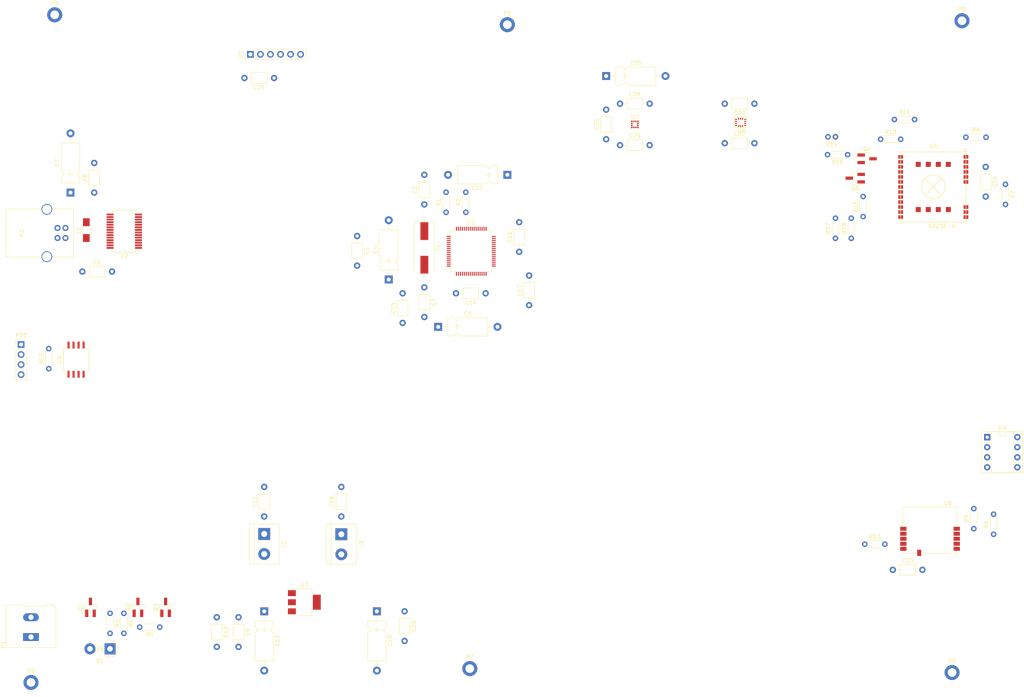
<source format=kicad_pcb>
(kicad_pcb (version 4) (host pcbnew 4.0.4-stable)

  (general
    (links 180)
    (no_connects 167)
    (area 0 0 0 0)
    (thickness 1.6)
    (drawings 0)
    (tracks 0)
    (zones 0)
    (modules 76)
    (nets 46)
  )

  (page A4)
  (layers
    (0 F.Cu signal)
    (31 B.Cu signal)
    (32 B.Adhes user)
    (33 F.Adhes user)
    (34 B.Paste user)
    (35 F.Paste user)
    (36 B.SilkS user)
    (37 F.SilkS user)
    (38 B.Mask user)
    (39 F.Mask user)
    (40 Dwgs.User user)
    (41 Cmts.User user)
    (42 Eco1.User user)
    (43 Eco2.User user)
    (44 Edge.Cuts user)
    (45 Margin user)
    (46 B.CrtYd user)
    (47 F.CrtYd user)
    (48 B.Fab user)
    (49 F.Fab user)
  )

  (setup
    (last_trace_width 0.25)
    (trace_clearance 0.2)
    (zone_clearance 0.508)
    (zone_45_only no)
    (trace_min 0.2)
    (segment_width 0.2)
    (edge_width 0.15)
    (via_size 0.6)
    (via_drill 0.4)
    (via_min_size 0.4)
    (via_min_drill 0.3)
    (uvia_size 0.3)
    (uvia_drill 0.1)
    (uvias_allowed no)
    (uvia_min_size 0.2)
    (uvia_min_drill 0.1)
    (pcb_text_width 0.3)
    (pcb_text_size 1.5 1.5)
    (mod_edge_width 0.15)
    (mod_text_size 1 1)
    (mod_text_width 0.15)
    (pad_size 1.524 1.524)
    (pad_drill 0.762)
    (pad_to_mask_clearance 0.2)
    (aux_axis_origin 0 0)
    (visible_elements FFFFFF7F)
    (pcbplotparams
      (layerselection 0x00030_80000001)
      (usegerberextensions false)
      (excludeedgelayer true)
      (linewidth 0.100000)
      (plotframeref false)
      (viasonmask false)
      (mode 1)
      (useauxorigin false)
      (hpglpennumber 1)
      (hpglpenspeed 20)
      (hpglpendiameter 15)
      (hpglpenoverlay 2)
      (psnegative false)
      (psa4output false)
      (plotreference true)
      (plotvalue true)
      (plotinvisibletext false)
      (padsonsilk false)
      (subtractmaskfromsilk false)
      (outputformat 1)
      (mirror false)
      (drillshape 1)
      (scaleselection 1)
      (outputdirectory ""))
  )

  (net 0 "")
  (net 1 GND)
  (net 2 +3V3)
  (net 3 "Net-(C2-Pad1)")
  (net 4 "Net-(C3-Pad1)")
  (net 5 "Net-(C5-Pad1)")
  (net 6 "Net-(C6-Pad1)")
  (net 7 "Net-(C10-Pad1)")
  (net 8 +5VA)
  (net 9 GNDA)
  (net 10 +3.3VADC)
  (net 11 "Net-(C25-Pad1)")
  (net 12 "Net-(D1-Pad1)")
  (net 13 "Net-(L1-Pad1)")
  (net 14 +5V)
  (net 15 "Net-(P2-Pad2)")
  (net 16 "Net-(P2-Pad3)")
  (net 17 "Net-(P2-Pad5)")
  (net 18 /SWCLK)
  (net 19 /SWDIO)
  (net 20 /NRST)
  (net 21 "Net-(P10-Pad2)")
  (net 22 "Net-(P10-Pad3)")
  (net 23 "Net-(Q1-Pad2)")
  (net 24 "Net-(Q2-Pad1)")
  (net 25 "Net-(Q2-Pad2)")
  (net 26 "Net-(Q4-Pad1)")
  (net 27 "Net-(Q4-Pad2)")
  (net 28 "Net-(R2-Pad1)")
  (net 29 /BT_10_PA1)
  (net 30 "Net-(R7-Pad1)")
  (net 31 "Net-(R7-Pad2)")
  (net 32 "Net-(R8-Pad1)")
  (net 33 /BT_11_PA8)
  (net 34 /BT_5_PA0)
  (net 35 /GPS_TX)
  (net 36 "Net-(R12-Pad1)")
  (net 37 "Net-(R12-Pad2)")
  (net 38 /GPS_RX)
  (net 39 /GPS_TOGGLE)
  (net 40 "Net-(R15-Pad1)")
  (net 41 /Load_cell_amp)
  (net 42 /USB_USART_TX)
  (net 43 /USB_USART_RX)
  (net 44 /IMU_I2C_CL)
  (net 45 /IMU_I2C_DA)

  (net_class Default "This is the default net class."
    (clearance 0.2)
    (trace_width 0.25)
    (via_dia 0.6)
    (via_drill 0.4)
    (uvia_dia 0.3)
    (uvia_drill 0.1)
    (add_net +3.3VADC)
    (add_net +3V3)
    (add_net +5V)
    (add_net +5VA)
    (add_net /BT_10_PA1)
    (add_net /BT_11_PA8)
    (add_net /BT_5_PA0)
    (add_net /GPS_RX)
    (add_net /GPS_TOGGLE)
    (add_net /GPS_TX)
    (add_net /IMU_I2C_CL)
    (add_net /IMU_I2C_DA)
    (add_net /Load_cell_amp)
    (add_net /NRST)
    (add_net /SWCLK)
    (add_net /SWDIO)
    (add_net /USB_USART_RX)
    (add_net /USB_USART_TX)
    (add_net GND)
    (add_net GNDA)
    (add_net "Net-(C10-Pad1)")
    (add_net "Net-(C2-Pad1)")
    (add_net "Net-(C25-Pad1)")
    (add_net "Net-(C3-Pad1)")
    (add_net "Net-(C5-Pad1)")
    (add_net "Net-(C6-Pad1)")
    (add_net "Net-(D1-Pad1)")
    (add_net "Net-(L1-Pad1)")
    (add_net "Net-(P10-Pad2)")
    (add_net "Net-(P10-Pad3)")
    (add_net "Net-(P2-Pad2)")
    (add_net "Net-(P2-Pad3)")
    (add_net "Net-(P2-Pad5)")
    (add_net "Net-(Q1-Pad2)")
    (add_net "Net-(Q2-Pad1)")
    (add_net "Net-(Q2-Pad2)")
    (add_net "Net-(Q4-Pad1)")
    (add_net "Net-(Q4-Pad2)")
    (add_net "Net-(R12-Pad1)")
    (add_net "Net-(R12-Pad2)")
    (add_net "Net-(R15-Pad1)")
    (add_net "Net-(R2-Pad1)")
    (add_net "Net-(R7-Pad1)")
    (add_net "Net-(R7-Pad2)")
    (add_net "Net-(R8-Pad1)")
  )

  (module Capacitors_ThroughHole:C_Axial_L3.8mm_D2.6mm_P7.50mm_Horizontal (layer F.Cu) (tedit 597BC7C2) (tstamp 59BF1777)
    (at 113 77.5 270)
    (descr "C, Axial series, Axial, Horizontal, pin pitch=7.5mm, , length*diameter=3.8*2.6mm^2, http://www.vishay.com/docs/45231/arseries.pdf")
    (tags "C Axial series Axial Horizontal pin pitch 7.5mm  length 3.8mm diameter 2.6mm")
    (path /587DFAF7)
    (fp_text reference C1 (at 3.75 -2.36 270) (layer F.SilkS)
      (effects (font (size 1 1) (thickness 0.15)))
    )
    (fp_text value 1u (at 3.75 2.36 270) (layer F.Fab)
      (effects (font (size 1 1) (thickness 0.15)))
    )
    (fp_line (start 1.85 -1.3) (end 1.85 1.3) (layer F.Fab) (width 0.1))
    (fp_line (start 1.85 1.3) (end 5.65 1.3) (layer F.Fab) (width 0.1))
    (fp_line (start 5.65 1.3) (end 5.65 -1.3) (layer F.Fab) (width 0.1))
    (fp_line (start 5.65 -1.3) (end 1.85 -1.3) (layer F.Fab) (width 0.1))
    (fp_line (start 0 0) (end 1.85 0) (layer F.Fab) (width 0.1))
    (fp_line (start 7.5 0) (end 5.65 0) (layer F.Fab) (width 0.1))
    (fp_line (start 1.79 -1.36) (end 1.79 1.36) (layer F.SilkS) (width 0.12))
    (fp_line (start 1.79 1.36) (end 5.71 1.36) (layer F.SilkS) (width 0.12))
    (fp_line (start 5.71 1.36) (end 5.71 -1.36) (layer F.SilkS) (width 0.12))
    (fp_line (start 5.71 -1.36) (end 1.79 -1.36) (layer F.SilkS) (width 0.12))
    (fp_line (start 0.98 0) (end 1.79 0) (layer F.SilkS) (width 0.12))
    (fp_line (start 6.52 0) (end 5.71 0) (layer F.SilkS) (width 0.12))
    (fp_line (start -1.05 -1.65) (end -1.05 1.65) (layer F.CrtYd) (width 0.05))
    (fp_line (start -1.05 1.65) (end 8.55 1.65) (layer F.CrtYd) (width 0.05))
    (fp_line (start 8.55 1.65) (end 8.55 -1.65) (layer F.CrtYd) (width 0.05))
    (fp_line (start 8.55 -1.65) (end -1.05 -1.65) (layer F.CrtYd) (width 0.05))
    (fp_text user %R (at 3.75 0 270) (layer F.Fab)
      (effects (font (size 1 1) (thickness 0.15)))
    )
    (pad 1 thru_hole circle (at 0 0 270) (size 1.6 1.6) (drill 0.8) (layers *.Cu *.Mask)
      (net 1 GND))
    (pad 2 thru_hole oval (at 7.5 0 270) (size 1.6 1.6) (drill 0.8) (layers *.Cu *.Mask)
      (net 2 +3V3))
    (model ${KISYS3DMOD}/Capacitors_THT.3dshapes/C_Axial_L3.8mm_D2.6mm_P7.50mm_Horizontal.wrl
      (at (xyz 0 0 0))
      (scale (xyz 1 1 1))
      (rotate (xyz 0 0 0))
    )
  )

  (module Capacitors_ThroughHole:C_Axial_L3.8mm_D2.6mm_P7.50mm_Horizontal (layer F.Cu) (tedit 597BC7C2) (tstamp 59BF177D)
    (at 130 69.5 90)
    (descr "C, Axial series, Axial, Horizontal, pin pitch=7.5mm, , length*diameter=3.8*2.6mm^2, http://www.vishay.com/docs/45231/arseries.pdf")
    (tags "C Axial series Axial Horizontal pin pitch 7.5mm  length 3.8mm diameter 2.6mm")
    (path /587E1BB1)
    (fp_text reference C2 (at 3.75 -2.36 90) (layer F.SilkS)
      (effects (font (size 1 1) (thickness 0.15)))
    )
    (fp_text value 18p (at 3.75 2.36 90) (layer F.Fab)
      (effects (font (size 1 1) (thickness 0.15)))
    )
    (fp_line (start 1.85 -1.3) (end 1.85 1.3) (layer F.Fab) (width 0.1))
    (fp_line (start 1.85 1.3) (end 5.65 1.3) (layer F.Fab) (width 0.1))
    (fp_line (start 5.65 1.3) (end 5.65 -1.3) (layer F.Fab) (width 0.1))
    (fp_line (start 5.65 -1.3) (end 1.85 -1.3) (layer F.Fab) (width 0.1))
    (fp_line (start 0 0) (end 1.85 0) (layer F.Fab) (width 0.1))
    (fp_line (start 7.5 0) (end 5.65 0) (layer F.Fab) (width 0.1))
    (fp_line (start 1.79 -1.36) (end 1.79 1.36) (layer F.SilkS) (width 0.12))
    (fp_line (start 1.79 1.36) (end 5.71 1.36) (layer F.SilkS) (width 0.12))
    (fp_line (start 5.71 1.36) (end 5.71 -1.36) (layer F.SilkS) (width 0.12))
    (fp_line (start 5.71 -1.36) (end 1.79 -1.36) (layer F.SilkS) (width 0.12))
    (fp_line (start 0.98 0) (end 1.79 0) (layer F.SilkS) (width 0.12))
    (fp_line (start 6.52 0) (end 5.71 0) (layer F.SilkS) (width 0.12))
    (fp_line (start -1.05 -1.65) (end -1.05 1.65) (layer F.CrtYd) (width 0.05))
    (fp_line (start -1.05 1.65) (end 8.55 1.65) (layer F.CrtYd) (width 0.05))
    (fp_line (start 8.55 1.65) (end 8.55 -1.65) (layer F.CrtYd) (width 0.05))
    (fp_line (start 8.55 -1.65) (end -1.05 -1.65) (layer F.CrtYd) (width 0.05))
    (fp_text user %R (at 3.75 0 90) (layer F.Fab)
      (effects (font (size 1 1) (thickness 0.15)))
    )
    (pad 1 thru_hole circle (at 0 0 90) (size 1.6 1.6) (drill 0.8) (layers *.Cu *.Mask)
      (net 3 "Net-(C2-Pad1)"))
    (pad 2 thru_hole oval (at 7.5 0 90) (size 1.6 1.6) (drill 0.8) (layers *.Cu *.Mask)
      (net 1 GND))
    (model ${KISYS3DMOD}/Capacitors_THT.3dshapes/C_Axial_L3.8mm_D2.6mm_P7.50mm_Horizontal.wrl
      (at (xyz 0 0 0))
      (scale (xyz 1 1 1))
      (rotate (xyz 0 0 0))
    )
  )

  (module Capacitors_ThroughHole:C_Axial_L3.8mm_D2.6mm_P7.50mm_Horizontal (layer F.Cu) (tedit 597BC7C2) (tstamp 59BF1783)
    (at 130 90.5 270)
    (descr "C, Axial series, Axial, Horizontal, pin pitch=7.5mm, , length*diameter=3.8*2.6mm^2, http://www.vishay.com/docs/45231/arseries.pdf")
    (tags "C Axial series Axial Horizontal pin pitch 7.5mm  length 3.8mm diameter 2.6mm")
    (path /587E1D12)
    (fp_text reference C3 (at 3.75 -2.36 270) (layer F.SilkS)
      (effects (font (size 1 1) (thickness 0.15)))
    )
    (fp_text value 18p (at 3.75 2.36 270) (layer F.Fab)
      (effects (font (size 1 1) (thickness 0.15)))
    )
    (fp_line (start 1.85 -1.3) (end 1.85 1.3) (layer F.Fab) (width 0.1))
    (fp_line (start 1.85 1.3) (end 5.65 1.3) (layer F.Fab) (width 0.1))
    (fp_line (start 5.65 1.3) (end 5.65 -1.3) (layer F.Fab) (width 0.1))
    (fp_line (start 5.65 -1.3) (end 1.85 -1.3) (layer F.Fab) (width 0.1))
    (fp_line (start 0 0) (end 1.85 0) (layer F.Fab) (width 0.1))
    (fp_line (start 7.5 0) (end 5.65 0) (layer F.Fab) (width 0.1))
    (fp_line (start 1.79 -1.36) (end 1.79 1.36) (layer F.SilkS) (width 0.12))
    (fp_line (start 1.79 1.36) (end 5.71 1.36) (layer F.SilkS) (width 0.12))
    (fp_line (start 5.71 1.36) (end 5.71 -1.36) (layer F.SilkS) (width 0.12))
    (fp_line (start 5.71 -1.36) (end 1.79 -1.36) (layer F.SilkS) (width 0.12))
    (fp_line (start 0.98 0) (end 1.79 0) (layer F.SilkS) (width 0.12))
    (fp_line (start 6.52 0) (end 5.71 0) (layer F.SilkS) (width 0.12))
    (fp_line (start -1.05 -1.65) (end -1.05 1.65) (layer F.CrtYd) (width 0.05))
    (fp_line (start -1.05 1.65) (end 8.55 1.65) (layer F.CrtYd) (width 0.05))
    (fp_line (start 8.55 1.65) (end 8.55 -1.65) (layer F.CrtYd) (width 0.05))
    (fp_line (start 8.55 -1.65) (end -1.05 -1.65) (layer F.CrtYd) (width 0.05))
    (fp_text user %R (at 3.75 0 270) (layer F.Fab)
      (effects (font (size 1 1) (thickness 0.15)))
    )
    (pad 1 thru_hole circle (at 0 0 270) (size 1.6 1.6) (drill 0.8) (layers *.Cu *.Mask)
      (net 4 "Net-(C3-Pad1)"))
    (pad 2 thru_hole oval (at 7.5 0 270) (size 1.6 1.6) (drill 0.8) (layers *.Cu *.Mask)
      (net 1 GND))
    (model ${KISYS3DMOD}/Capacitors_THT.3dshapes/C_Axial_L3.8mm_D2.6mm_P7.50mm_Horizontal.wrl
      (at (xyz 0 0 0))
      (scale (xyz 1 1 1))
      (rotate (xyz 0 0 0))
    )
  )

  (module Capacitors_ThroughHole:CP_Axial_L10.0mm_D4.5mm_P15.00mm_Horizontal (layer F.Cu) (tedit 597BC7C3) (tstamp 59BF1789)
    (at 121 88.5 90)
    (descr "CP, Axial series, Axial, Horizontal, pin pitch=15mm, , length*diameter=10*4.5mm^2, Electrolytic Capacitor, , http://www.vishay.com/docs/28325/021asm.pdf")
    (tags "CP Axial series Axial Horizontal pin pitch 15mm  length 10mm diameter 4.5mm Electrolytic Capacitor")
    (path /58A6DC28)
    (fp_text reference C4 (at 7.5 -3.31 90) (layer F.SilkS)
      (effects (font (size 1 1) (thickness 0.15)))
    )
    (fp_text value 4.7u (at 7.5 3.31 90) (layer F.Fab)
      (effects (font (size 1 1) (thickness 0.15)))
    )
    (fp_line (start 2.5 -2.25) (end 2.5 2.25) (layer F.Fab) (width 0.1))
    (fp_line (start 12.5 -2.25) (end 12.5 2.25) (layer F.Fab) (width 0.1))
    (fp_line (start 2.5 -2.25) (end 3.94 -2.25) (layer F.Fab) (width 0.1))
    (fp_line (start 3.94 -2.25) (end 4.69 -1.5) (layer F.Fab) (width 0.1))
    (fp_line (start 4.69 -1.5) (end 5.44 -2.25) (layer F.Fab) (width 0.1))
    (fp_line (start 5.44 -2.25) (end 12.5 -2.25) (layer F.Fab) (width 0.1))
    (fp_line (start 2.5 2.25) (end 3.94 2.25) (layer F.Fab) (width 0.1))
    (fp_line (start 3.94 2.25) (end 4.69 1.5) (layer F.Fab) (width 0.1))
    (fp_line (start 4.69 1.5) (end 5.44 2.25) (layer F.Fab) (width 0.1))
    (fp_line (start 5.44 2.25) (end 12.5 2.25) (layer F.Fab) (width 0.1))
    (fp_line (start 0 0) (end 2.5 0) (layer F.Fab) (width 0.1))
    (fp_line (start 15 0) (end 12.5 0) (layer F.Fab) (width 0.1))
    (fp_line (start 3.95 0) (end 5.45 0) (layer F.Fab) (width 0.1))
    (fp_line (start 4.7 -0.75) (end 4.7 0.75) (layer F.Fab) (width 0.1))
    (fp_line (start 3.95 0) (end 5.45 0) (layer F.SilkS) (width 0.12))
    (fp_line (start 4.7 -0.75) (end 4.7 0.75) (layer F.SilkS) (width 0.12))
    (fp_line (start 2.44 -2.31) (end 2.44 2.31) (layer F.SilkS) (width 0.12))
    (fp_line (start 12.56 -2.31) (end 12.56 2.31) (layer F.SilkS) (width 0.12))
    (fp_line (start 2.44 -2.31) (end 3.94 -2.31) (layer F.SilkS) (width 0.12))
    (fp_line (start 3.94 -2.31) (end 4.69 -1.56) (layer F.SilkS) (width 0.12))
    (fp_line (start 4.69 -1.56) (end 5.44 -2.31) (layer F.SilkS) (width 0.12))
    (fp_line (start 5.44 -2.31) (end 12.56 -2.31) (layer F.SilkS) (width 0.12))
    (fp_line (start 2.44 2.31) (end 3.94 2.31) (layer F.SilkS) (width 0.12))
    (fp_line (start 3.94 2.31) (end 4.69 1.56) (layer F.SilkS) (width 0.12))
    (fp_line (start 4.69 1.56) (end 5.44 2.31) (layer F.SilkS) (width 0.12))
    (fp_line (start 5.44 2.31) (end 12.56 2.31) (layer F.SilkS) (width 0.12))
    (fp_line (start 1.18 0) (end 2.44 0) (layer F.SilkS) (width 0.12))
    (fp_line (start 13.82 0) (end 12.56 0) (layer F.SilkS) (width 0.12))
    (fp_line (start -1.25 -2.6) (end -1.25 2.6) (layer F.CrtYd) (width 0.05))
    (fp_line (start -1.25 2.6) (end 16.25 2.6) (layer F.CrtYd) (width 0.05))
    (fp_line (start 16.25 2.6) (end 16.25 -2.6) (layer F.CrtYd) (width 0.05))
    (fp_line (start 16.25 -2.6) (end -1.25 -2.6) (layer F.CrtYd) (width 0.05))
    (fp_text user %R (at 7.5 0 90) (layer F.Fab)
      (effects (font (size 1 1) (thickness 0.15)))
    )
    (pad 1 thru_hole rect (at 0 0 90) (size 2 2) (drill 1) (layers *.Cu *.Mask)
      (net 2 +3V3))
    (pad 2 thru_hole oval (at 15 0 90) (size 2 2) (drill 1) (layers *.Cu *.Mask)
      (net 1 GND))
    (model ${KISYS3DMOD}/Capacitors_THT.3dshapes/CP_Axial_L10.0mm_D4.5mm_P15.00mm_Horizontal.wrl
      (at (xyz 0 0 0))
      (scale (xyz 1 1 1))
      (rotate (xyz 0 0 0))
    )
  )

  (module Capacitors_ThroughHole:CP_Axial_L10.0mm_D4.5mm_P15.00mm_Horizontal (layer F.Cu) (tedit 597BC7C3) (tstamp 59BF178F)
    (at 133.5 100.5)
    (descr "CP, Axial series, Axial, Horizontal, pin pitch=15mm, , length*diameter=10*4.5mm^2, Electrolytic Capacitor, , http://www.vishay.com/docs/28325/021asm.pdf")
    (tags "CP Axial series Axial Horizontal pin pitch 15mm  length 10mm diameter 4.5mm Electrolytic Capacitor")
    (path /58A6E1C3)
    (fp_text reference C5 (at 7.5 -3.31) (layer F.SilkS)
      (effects (font (size 1 1) (thickness 0.15)))
    )
    (fp_text value 4.7u (at 7.5 3.31) (layer F.Fab)
      (effects (font (size 1 1) (thickness 0.15)))
    )
    (fp_line (start 2.5 -2.25) (end 2.5 2.25) (layer F.Fab) (width 0.1))
    (fp_line (start 12.5 -2.25) (end 12.5 2.25) (layer F.Fab) (width 0.1))
    (fp_line (start 2.5 -2.25) (end 3.94 -2.25) (layer F.Fab) (width 0.1))
    (fp_line (start 3.94 -2.25) (end 4.69 -1.5) (layer F.Fab) (width 0.1))
    (fp_line (start 4.69 -1.5) (end 5.44 -2.25) (layer F.Fab) (width 0.1))
    (fp_line (start 5.44 -2.25) (end 12.5 -2.25) (layer F.Fab) (width 0.1))
    (fp_line (start 2.5 2.25) (end 3.94 2.25) (layer F.Fab) (width 0.1))
    (fp_line (start 3.94 2.25) (end 4.69 1.5) (layer F.Fab) (width 0.1))
    (fp_line (start 4.69 1.5) (end 5.44 2.25) (layer F.Fab) (width 0.1))
    (fp_line (start 5.44 2.25) (end 12.5 2.25) (layer F.Fab) (width 0.1))
    (fp_line (start 0 0) (end 2.5 0) (layer F.Fab) (width 0.1))
    (fp_line (start 15 0) (end 12.5 0) (layer F.Fab) (width 0.1))
    (fp_line (start 3.95 0) (end 5.45 0) (layer F.Fab) (width 0.1))
    (fp_line (start 4.7 -0.75) (end 4.7 0.75) (layer F.Fab) (width 0.1))
    (fp_line (start 3.95 0) (end 5.45 0) (layer F.SilkS) (width 0.12))
    (fp_line (start 4.7 -0.75) (end 4.7 0.75) (layer F.SilkS) (width 0.12))
    (fp_line (start 2.44 -2.31) (end 2.44 2.31) (layer F.SilkS) (width 0.12))
    (fp_line (start 12.56 -2.31) (end 12.56 2.31) (layer F.SilkS) (width 0.12))
    (fp_line (start 2.44 -2.31) (end 3.94 -2.31) (layer F.SilkS) (width 0.12))
    (fp_line (start 3.94 -2.31) (end 4.69 -1.56) (layer F.SilkS) (width 0.12))
    (fp_line (start 4.69 -1.56) (end 5.44 -2.31) (layer F.SilkS) (width 0.12))
    (fp_line (start 5.44 -2.31) (end 12.56 -2.31) (layer F.SilkS) (width 0.12))
    (fp_line (start 2.44 2.31) (end 3.94 2.31) (layer F.SilkS) (width 0.12))
    (fp_line (start 3.94 2.31) (end 4.69 1.56) (layer F.SilkS) (width 0.12))
    (fp_line (start 4.69 1.56) (end 5.44 2.31) (layer F.SilkS) (width 0.12))
    (fp_line (start 5.44 2.31) (end 12.56 2.31) (layer F.SilkS) (width 0.12))
    (fp_line (start 1.18 0) (end 2.44 0) (layer F.SilkS) (width 0.12))
    (fp_line (start 13.82 0) (end 12.56 0) (layer F.SilkS) (width 0.12))
    (fp_line (start -1.25 -2.6) (end -1.25 2.6) (layer F.CrtYd) (width 0.05))
    (fp_line (start -1.25 2.6) (end 16.25 2.6) (layer F.CrtYd) (width 0.05))
    (fp_line (start 16.25 2.6) (end 16.25 -2.6) (layer F.CrtYd) (width 0.05))
    (fp_line (start 16.25 -2.6) (end -1.25 -2.6) (layer F.CrtYd) (width 0.05))
    (fp_text user %R (at 7.5 0) (layer F.Fab)
      (effects (font (size 1 1) (thickness 0.15)))
    )
    (pad 1 thru_hole rect (at 0 0) (size 2 2) (drill 1) (layers *.Cu *.Mask)
      (net 5 "Net-(C5-Pad1)"))
    (pad 2 thru_hole oval (at 15 0) (size 2 2) (drill 1) (layers *.Cu *.Mask)
      (net 1 GND))
    (model ${KISYS3DMOD}/Capacitors_THT.3dshapes/CP_Axial_L10.0mm_D4.5mm_P15.00mm_Horizontal.wrl
      (at (xyz 0 0 0))
      (scale (xyz 1 1 1))
      (rotate (xyz 0 0 0))
    )
  )

  (module Capacitors_ThroughHole:C_Axial_L3.8mm_D2.6mm_P7.50mm_Horizontal (layer F.Cu) (tedit 597BC7C2) (tstamp 59BF1795)
    (at 43.5 86.5)
    (descr "C, Axial series, Axial, Horizontal, pin pitch=7.5mm, , length*diameter=3.8*2.6mm^2, http://www.vishay.com/docs/45231/arseries.pdf")
    (tags "C Axial series Axial Horizontal pin pitch 7.5mm  length 3.8mm diameter 2.6mm")
    (path /58A74B89)
    (fp_text reference C6 (at 3.75 -2.36) (layer F.SilkS)
      (effects (font (size 1 1) (thickness 0.15)))
    )
    (fp_text value 100n (at 3.75 2.36) (layer F.Fab)
      (effects (font (size 1 1) (thickness 0.15)))
    )
    (fp_line (start 1.85 -1.3) (end 1.85 1.3) (layer F.Fab) (width 0.1))
    (fp_line (start 1.85 1.3) (end 5.65 1.3) (layer F.Fab) (width 0.1))
    (fp_line (start 5.65 1.3) (end 5.65 -1.3) (layer F.Fab) (width 0.1))
    (fp_line (start 5.65 -1.3) (end 1.85 -1.3) (layer F.Fab) (width 0.1))
    (fp_line (start 0 0) (end 1.85 0) (layer F.Fab) (width 0.1))
    (fp_line (start 7.5 0) (end 5.65 0) (layer F.Fab) (width 0.1))
    (fp_line (start 1.79 -1.36) (end 1.79 1.36) (layer F.SilkS) (width 0.12))
    (fp_line (start 1.79 1.36) (end 5.71 1.36) (layer F.SilkS) (width 0.12))
    (fp_line (start 5.71 1.36) (end 5.71 -1.36) (layer F.SilkS) (width 0.12))
    (fp_line (start 5.71 -1.36) (end 1.79 -1.36) (layer F.SilkS) (width 0.12))
    (fp_line (start 0.98 0) (end 1.79 0) (layer F.SilkS) (width 0.12))
    (fp_line (start 6.52 0) (end 5.71 0) (layer F.SilkS) (width 0.12))
    (fp_line (start -1.05 -1.65) (end -1.05 1.65) (layer F.CrtYd) (width 0.05))
    (fp_line (start -1.05 1.65) (end 8.55 1.65) (layer F.CrtYd) (width 0.05))
    (fp_line (start 8.55 1.65) (end 8.55 -1.65) (layer F.CrtYd) (width 0.05))
    (fp_line (start 8.55 -1.65) (end -1.05 -1.65) (layer F.CrtYd) (width 0.05))
    (fp_text user %R (at 3.75 0) (layer F.Fab)
      (effects (font (size 1 1) (thickness 0.15)))
    )
    (pad 1 thru_hole circle (at 0 0) (size 1.6 1.6) (drill 0.8) (layers *.Cu *.Mask)
      (net 6 "Net-(C6-Pad1)"))
    (pad 2 thru_hole oval (at 7.5 0) (size 1.6 1.6) (drill 0.8) (layers *.Cu *.Mask)
      (net 1 GND))
    (model ${KISYS3DMOD}/Capacitors_THT.3dshapes/C_Axial_L3.8mm_D2.6mm_P7.50mm_Horizontal.wrl
      (at (xyz 0 0 0))
      (scale (xyz 1 1 1))
      (rotate (xyz 0 0 0))
    )
  )

  (module Capacitors_ThroughHole:CP_Axial_L10.0mm_D4.5mm_P15.00mm_Horizontal (layer F.Cu) (tedit 597BC7C3) (tstamp 59BF179B)
    (at 40.5 66.5 90)
    (descr "CP, Axial series, Axial, Horizontal, pin pitch=15mm, , length*diameter=10*4.5mm^2, Electrolytic Capacitor, , http://www.vishay.com/docs/28325/021asm.pdf")
    (tags "CP Axial series Axial Horizontal pin pitch 15mm  length 10mm diameter 4.5mm Electrolytic Capacitor")
    (path /58A77AF8)
    (fp_text reference C7 (at 7.5 -3.31 90) (layer F.SilkS)
      (effects (font (size 1 1) (thickness 0.15)))
    )
    (fp_text value 10u (at 7.5 3.31 90) (layer F.Fab)
      (effects (font (size 1 1) (thickness 0.15)))
    )
    (fp_line (start 2.5 -2.25) (end 2.5 2.25) (layer F.Fab) (width 0.1))
    (fp_line (start 12.5 -2.25) (end 12.5 2.25) (layer F.Fab) (width 0.1))
    (fp_line (start 2.5 -2.25) (end 3.94 -2.25) (layer F.Fab) (width 0.1))
    (fp_line (start 3.94 -2.25) (end 4.69 -1.5) (layer F.Fab) (width 0.1))
    (fp_line (start 4.69 -1.5) (end 5.44 -2.25) (layer F.Fab) (width 0.1))
    (fp_line (start 5.44 -2.25) (end 12.5 -2.25) (layer F.Fab) (width 0.1))
    (fp_line (start 2.5 2.25) (end 3.94 2.25) (layer F.Fab) (width 0.1))
    (fp_line (start 3.94 2.25) (end 4.69 1.5) (layer F.Fab) (width 0.1))
    (fp_line (start 4.69 1.5) (end 5.44 2.25) (layer F.Fab) (width 0.1))
    (fp_line (start 5.44 2.25) (end 12.5 2.25) (layer F.Fab) (width 0.1))
    (fp_line (start 0 0) (end 2.5 0) (layer F.Fab) (width 0.1))
    (fp_line (start 15 0) (end 12.5 0) (layer F.Fab) (width 0.1))
    (fp_line (start 3.95 0) (end 5.45 0) (layer F.Fab) (width 0.1))
    (fp_line (start 4.7 -0.75) (end 4.7 0.75) (layer F.Fab) (width 0.1))
    (fp_line (start 3.95 0) (end 5.45 0) (layer F.SilkS) (width 0.12))
    (fp_line (start 4.7 -0.75) (end 4.7 0.75) (layer F.SilkS) (width 0.12))
    (fp_line (start 2.44 -2.31) (end 2.44 2.31) (layer F.SilkS) (width 0.12))
    (fp_line (start 12.56 -2.31) (end 12.56 2.31) (layer F.SilkS) (width 0.12))
    (fp_line (start 2.44 -2.31) (end 3.94 -2.31) (layer F.SilkS) (width 0.12))
    (fp_line (start 3.94 -2.31) (end 4.69 -1.56) (layer F.SilkS) (width 0.12))
    (fp_line (start 4.69 -1.56) (end 5.44 -2.31) (layer F.SilkS) (width 0.12))
    (fp_line (start 5.44 -2.31) (end 12.56 -2.31) (layer F.SilkS) (width 0.12))
    (fp_line (start 2.44 2.31) (end 3.94 2.31) (layer F.SilkS) (width 0.12))
    (fp_line (start 3.94 2.31) (end 4.69 1.56) (layer F.SilkS) (width 0.12))
    (fp_line (start 4.69 1.56) (end 5.44 2.31) (layer F.SilkS) (width 0.12))
    (fp_line (start 5.44 2.31) (end 12.56 2.31) (layer F.SilkS) (width 0.12))
    (fp_line (start 1.18 0) (end 2.44 0) (layer F.SilkS) (width 0.12))
    (fp_line (start 13.82 0) (end 12.56 0) (layer F.SilkS) (width 0.12))
    (fp_line (start -1.25 -2.6) (end -1.25 2.6) (layer F.CrtYd) (width 0.05))
    (fp_line (start -1.25 2.6) (end 16.25 2.6) (layer F.CrtYd) (width 0.05))
    (fp_line (start 16.25 2.6) (end 16.25 -2.6) (layer F.CrtYd) (width 0.05))
    (fp_line (start 16.25 -2.6) (end -1.25 -2.6) (layer F.CrtYd) (width 0.05))
    (fp_text user %R (at 7.5 0 90) (layer F.Fab)
      (effects (font (size 1 1) (thickness 0.15)))
    )
    (pad 1 thru_hole rect (at 0 0 90) (size 2 2) (drill 1) (layers *.Cu *.Mask)
      (net 6 "Net-(C6-Pad1)"))
    (pad 2 thru_hole oval (at 15 0 90) (size 2 2) (drill 1) (layers *.Cu *.Mask)
      (net 1 GND))
    (model ${KISYS3DMOD}/Capacitors_THT.3dshapes/CP_Axial_L10.0mm_D4.5mm_P15.00mm_Horizontal.wrl
      (at (xyz 0 0 0))
      (scale (xyz 1 1 1))
      (rotate (xyz 0 0 0))
    )
  )

  (module Capacitors_ThroughHole:C_Axial_L3.8mm_D2.6mm_P7.50mm_Horizontal (layer F.Cu) (tedit 597BC7C2) (tstamp 59BF17A1)
    (at 46.5 66.5 90)
    (descr "C, Axial series, Axial, Horizontal, pin pitch=7.5mm, , length*diameter=3.8*2.6mm^2, http://www.vishay.com/docs/45231/arseries.pdf")
    (tags "C Axial series Axial Horizontal pin pitch 7.5mm  length 3.8mm diameter 2.6mm")
    (path /58A7786D)
    (fp_text reference C8 (at 3.75 -2.36 90) (layer F.SilkS)
      (effects (font (size 1 1) (thickness 0.15)))
    )
    (fp_text value 100n (at 3.75 2.36 90) (layer F.Fab)
      (effects (font (size 1 1) (thickness 0.15)))
    )
    (fp_line (start 1.85 -1.3) (end 1.85 1.3) (layer F.Fab) (width 0.1))
    (fp_line (start 1.85 1.3) (end 5.65 1.3) (layer F.Fab) (width 0.1))
    (fp_line (start 5.65 1.3) (end 5.65 -1.3) (layer F.Fab) (width 0.1))
    (fp_line (start 5.65 -1.3) (end 1.85 -1.3) (layer F.Fab) (width 0.1))
    (fp_line (start 0 0) (end 1.85 0) (layer F.Fab) (width 0.1))
    (fp_line (start 7.5 0) (end 5.65 0) (layer F.Fab) (width 0.1))
    (fp_line (start 1.79 -1.36) (end 1.79 1.36) (layer F.SilkS) (width 0.12))
    (fp_line (start 1.79 1.36) (end 5.71 1.36) (layer F.SilkS) (width 0.12))
    (fp_line (start 5.71 1.36) (end 5.71 -1.36) (layer F.SilkS) (width 0.12))
    (fp_line (start 5.71 -1.36) (end 1.79 -1.36) (layer F.SilkS) (width 0.12))
    (fp_line (start 0.98 0) (end 1.79 0) (layer F.SilkS) (width 0.12))
    (fp_line (start 6.52 0) (end 5.71 0) (layer F.SilkS) (width 0.12))
    (fp_line (start -1.05 -1.65) (end -1.05 1.65) (layer F.CrtYd) (width 0.05))
    (fp_line (start -1.05 1.65) (end 8.55 1.65) (layer F.CrtYd) (width 0.05))
    (fp_line (start 8.55 1.65) (end 8.55 -1.65) (layer F.CrtYd) (width 0.05))
    (fp_line (start 8.55 -1.65) (end -1.05 -1.65) (layer F.CrtYd) (width 0.05))
    (fp_text user %R (at 3.75 0 90) (layer F.Fab)
      (effects (font (size 1 1) (thickness 0.15)))
    )
    (pad 1 thru_hole circle (at 0 0 90) (size 1.6 1.6) (drill 0.8) (layers *.Cu *.Mask)
      (net 6 "Net-(C6-Pad1)"))
    (pad 2 thru_hole oval (at 7.5 0 90) (size 1.6 1.6) (drill 0.8) (layers *.Cu *.Mask)
      (net 1 GND))
    (model ${KISYS3DMOD}/Capacitors_THT.3dshapes/C_Axial_L3.8mm_D2.6mm_P7.50mm_Horizontal.wrl
      (at (xyz 0 0 0))
      (scale (xyz 1 1 1))
      (rotate (xyz 0 0 0))
    )
  )

  (module Capacitors_ThroughHole:C_Axial_L3.8mm_D2.6mm_P7.50mm_Horizontal (layer F.Cu) (tedit 597BC7C2) (tstamp 59BF17A7)
    (at 83 174 270)
    (descr "C, Axial series, Axial, Horizontal, pin pitch=7.5mm, , length*diameter=3.8*2.6mm^2, http://www.vishay.com/docs/45231/arseries.pdf")
    (tags "C Axial series Axial Horizontal pin pitch 7.5mm  length 3.8mm diameter 2.6mm")
    (path /59C08C14)
    (fp_text reference C9 (at 3.75 -2.36 270) (layer F.SilkS)
      (effects (font (size 1 1) (thickness 0.15)))
    )
    (fp_text value 100n (at 3.75 2.36 270) (layer F.Fab)
      (effects (font (size 1 1) (thickness 0.15)))
    )
    (fp_line (start 1.85 -1.3) (end 1.85 1.3) (layer F.Fab) (width 0.1))
    (fp_line (start 1.85 1.3) (end 5.65 1.3) (layer F.Fab) (width 0.1))
    (fp_line (start 5.65 1.3) (end 5.65 -1.3) (layer F.Fab) (width 0.1))
    (fp_line (start 5.65 -1.3) (end 1.85 -1.3) (layer F.Fab) (width 0.1))
    (fp_line (start 0 0) (end 1.85 0) (layer F.Fab) (width 0.1))
    (fp_line (start 7.5 0) (end 5.65 0) (layer F.Fab) (width 0.1))
    (fp_line (start 1.79 -1.36) (end 1.79 1.36) (layer F.SilkS) (width 0.12))
    (fp_line (start 1.79 1.36) (end 5.71 1.36) (layer F.SilkS) (width 0.12))
    (fp_line (start 5.71 1.36) (end 5.71 -1.36) (layer F.SilkS) (width 0.12))
    (fp_line (start 5.71 -1.36) (end 1.79 -1.36) (layer F.SilkS) (width 0.12))
    (fp_line (start 0.98 0) (end 1.79 0) (layer F.SilkS) (width 0.12))
    (fp_line (start 6.52 0) (end 5.71 0) (layer F.SilkS) (width 0.12))
    (fp_line (start -1.05 -1.65) (end -1.05 1.65) (layer F.CrtYd) (width 0.05))
    (fp_line (start -1.05 1.65) (end 8.55 1.65) (layer F.CrtYd) (width 0.05))
    (fp_line (start 8.55 1.65) (end 8.55 -1.65) (layer F.CrtYd) (width 0.05))
    (fp_line (start 8.55 -1.65) (end -1.05 -1.65) (layer F.CrtYd) (width 0.05))
    (fp_text user %R (at 3.75 0 270) (layer F.Fab)
      (effects (font (size 1 1) (thickness 0.15)))
    )
    (pad 1 thru_hole circle (at 0 0 270) (size 1.6 1.6) (drill 0.8) (layers *.Cu *.Mask)
      (net 7 "Net-(C10-Pad1)"))
    (pad 2 thru_hole oval (at 7.5 0 270) (size 1.6 1.6) (drill 0.8) (layers *.Cu *.Mask)
      (net 1 GND))
    (model ${KISYS3DMOD}/Capacitors_THT.3dshapes/C_Axial_L3.8mm_D2.6mm_P7.50mm_Horizontal.wrl
      (at (xyz 0 0 0))
      (scale (xyz 1 1 1))
      (rotate (xyz 0 0 0))
    )
  )

  (module Capacitors_ThroughHole:C_Axial_L3.8mm_D2.6mm_P7.50mm_Horizontal (layer F.Cu) (tedit 597BC7C2) (tstamp 59BF17AD)
    (at 77.5 174 270)
    (descr "C, Axial series, Axial, Horizontal, pin pitch=7.5mm, , length*diameter=3.8*2.6mm^2, http://www.vishay.com/docs/45231/arseries.pdf")
    (tags "C Axial series Axial Horizontal pin pitch 7.5mm  length 3.8mm diameter 2.6mm")
    (path /59C08C13)
    (fp_text reference C10 (at 3.75 -2.36 270) (layer F.SilkS)
      (effects (font (size 1 1) (thickness 0.15)))
    )
    (fp_text value 100n (at 3.75 2.36 270) (layer F.Fab)
      (effects (font (size 1 1) (thickness 0.15)))
    )
    (fp_line (start 1.85 -1.3) (end 1.85 1.3) (layer F.Fab) (width 0.1))
    (fp_line (start 1.85 1.3) (end 5.65 1.3) (layer F.Fab) (width 0.1))
    (fp_line (start 5.65 1.3) (end 5.65 -1.3) (layer F.Fab) (width 0.1))
    (fp_line (start 5.65 -1.3) (end 1.85 -1.3) (layer F.Fab) (width 0.1))
    (fp_line (start 0 0) (end 1.85 0) (layer F.Fab) (width 0.1))
    (fp_line (start 7.5 0) (end 5.65 0) (layer F.Fab) (width 0.1))
    (fp_line (start 1.79 -1.36) (end 1.79 1.36) (layer F.SilkS) (width 0.12))
    (fp_line (start 1.79 1.36) (end 5.71 1.36) (layer F.SilkS) (width 0.12))
    (fp_line (start 5.71 1.36) (end 5.71 -1.36) (layer F.SilkS) (width 0.12))
    (fp_line (start 5.71 -1.36) (end 1.79 -1.36) (layer F.SilkS) (width 0.12))
    (fp_line (start 0.98 0) (end 1.79 0) (layer F.SilkS) (width 0.12))
    (fp_line (start 6.52 0) (end 5.71 0) (layer F.SilkS) (width 0.12))
    (fp_line (start -1.05 -1.65) (end -1.05 1.65) (layer F.CrtYd) (width 0.05))
    (fp_line (start -1.05 1.65) (end 8.55 1.65) (layer F.CrtYd) (width 0.05))
    (fp_line (start 8.55 1.65) (end 8.55 -1.65) (layer F.CrtYd) (width 0.05))
    (fp_line (start 8.55 -1.65) (end -1.05 -1.65) (layer F.CrtYd) (width 0.05))
    (fp_text user %R (at 3.75 0 270) (layer F.Fab)
      (effects (font (size 1 1) (thickness 0.15)))
    )
    (pad 1 thru_hole circle (at 0 0 270) (size 1.6 1.6) (drill 0.8) (layers *.Cu *.Mask)
      (net 7 "Net-(C10-Pad1)"))
    (pad 2 thru_hole oval (at 7.5 0 270) (size 1.6 1.6) (drill 0.8) (layers *.Cu *.Mask)
      (net 1 GND))
    (model ${KISYS3DMOD}/Capacitors_THT.3dshapes/C_Axial_L3.8mm_D2.6mm_P7.50mm_Horizontal.wrl
      (at (xyz 0 0 0))
      (scale (xyz 1 1 1))
      (rotate (xyz 0 0 0))
    )
  )

  (module Capacitors_ThroughHole:CP_Axial_L10.0mm_D4.5mm_P15.00mm_Horizontal (layer F.Cu) (tedit 597BC7C3) (tstamp 59BF17B3)
    (at 151 62 180)
    (descr "CP, Axial series, Axial, Horizontal, pin pitch=15mm, , length*diameter=10*4.5mm^2, Electrolytic Capacitor, , http://www.vishay.com/docs/28325/021asm.pdf")
    (tags "CP Axial series Axial Horizontal pin pitch 15mm  length 10mm diameter 4.5mm Electrolytic Capacitor")
    (path /58A6C69F)
    (fp_text reference C11 (at 7.5 -3.31 180) (layer F.SilkS)
      (effects (font (size 1 1) (thickness 0.15)))
    )
    (fp_text value 4.7u (at 7.5 3.31 180) (layer F.Fab)
      (effects (font (size 1 1) (thickness 0.15)))
    )
    (fp_line (start 2.5 -2.25) (end 2.5 2.25) (layer F.Fab) (width 0.1))
    (fp_line (start 12.5 -2.25) (end 12.5 2.25) (layer F.Fab) (width 0.1))
    (fp_line (start 2.5 -2.25) (end 3.94 -2.25) (layer F.Fab) (width 0.1))
    (fp_line (start 3.94 -2.25) (end 4.69 -1.5) (layer F.Fab) (width 0.1))
    (fp_line (start 4.69 -1.5) (end 5.44 -2.25) (layer F.Fab) (width 0.1))
    (fp_line (start 5.44 -2.25) (end 12.5 -2.25) (layer F.Fab) (width 0.1))
    (fp_line (start 2.5 2.25) (end 3.94 2.25) (layer F.Fab) (width 0.1))
    (fp_line (start 3.94 2.25) (end 4.69 1.5) (layer F.Fab) (width 0.1))
    (fp_line (start 4.69 1.5) (end 5.44 2.25) (layer F.Fab) (width 0.1))
    (fp_line (start 5.44 2.25) (end 12.5 2.25) (layer F.Fab) (width 0.1))
    (fp_line (start 0 0) (end 2.5 0) (layer F.Fab) (width 0.1))
    (fp_line (start 15 0) (end 12.5 0) (layer F.Fab) (width 0.1))
    (fp_line (start 3.95 0) (end 5.45 0) (layer F.Fab) (width 0.1))
    (fp_line (start 4.7 -0.75) (end 4.7 0.75) (layer F.Fab) (width 0.1))
    (fp_line (start 3.95 0) (end 5.45 0) (layer F.SilkS) (width 0.12))
    (fp_line (start 4.7 -0.75) (end 4.7 0.75) (layer F.SilkS) (width 0.12))
    (fp_line (start 2.44 -2.31) (end 2.44 2.31) (layer F.SilkS) (width 0.12))
    (fp_line (start 12.56 -2.31) (end 12.56 2.31) (layer F.SilkS) (width 0.12))
    (fp_line (start 2.44 -2.31) (end 3.94 -2.31) (layer F.SilkS) (width 0.12))
    (fp_line (start 3.94 -2.31) (end 4.69 -1.56) (layer F.SilkS) (width 0.12))
    (fp_line (start 4.69 -1.56) (end 5.44 -2.31) (layer F.SilkS) (width 0.12))
    (fp_line (start 5.44 -2.31) (end 12.56 -2.31) (layer F.SilkS) (width 0.12))
    (fp_line (start 2.44 2.31) (end 3.94 2.31) (layer F.SilkS) (width 0.12))
    (fp_line (start 3.94 2.31) (end 4.69 1.56) (layer F.SilkS) (width 0.12))
    (fp_line (start 4.69 1.56) (end 5.44 2.31) (layer F.SilkS) (width 0.12))
    (fp_line (start 5.44 2.31) (end 12.56 2.31) (layer F.SilkS) (width 0.12))
    (fp_line (start 1.18 0) (end 2.44 0) (layer F.SilkS) (width 0.12))
    (fp_line (start 13.82 0) (end 12.56 0) (layer F.SilkS) (width 0.12))
    (fp_line (start -1.25 -2.6) (end -1.25 2.6) (layer F.CrtYd) (width 0.05))
    (fp_line (start -1.25 2.6) (end 16.25 2.6) (layer F.CrtYd) (width 0.05))
    (fp_line (start 16.25 2.6) (end 16.25 -2.6) (layer F.CrtYd) (width 0.05))
    (fp_line (start 16.25 -2.6) (end -1.25 -2.6) (layer F.CrtYd) (width 0.05))
    (fp_text user %R (at 7.5 0 180) (layer F.Fab)
      (effects (font (size 1 1) (thickness 0.15)))
    )
    (pad 1 thru_hole rect (at 0 0 180) (size 2 2) (drill 1) (layers *.Cu *.Mask)
      (net 2 +3V3))
    (pad 2 thru_hole oval (at 15 0 180) (size 2 2) (drill 1) (layers *.Cu *.Mask)
      (net 1 GND))
    (model ${KISYS3DMOD}/Capacitors_THT.3dshapes/CP_Axial_L10.0mm_D4.5mm_P15.00mm_Horizontal.wrl
      (at (xyz 0 0 0))
      (scale (xyz 1 1 1))
      (rotate (xyz 0 0 0))
    )
  )

  (module Capacitors_ThroughHole:C_Axial_L3.8mm_D2.6mm_P7.50mm_Horizontal (layer F.Cu) (tedit 597BC7C2) (tstamp 59BF17B9)
    (at 89.5 148.5 90)
    (descr "C, Axial series, Axial, Horizontal, pin pitch=7.5mm, , length*diameter=3.8*2.6mm^2, http://www.vishay.com/docs/45231/arseries.pdf")
    (tags "C Axial series Axial Horizontal pin pitch 7.5mm  length 3.8mm diameter 2.6mm")
    (path /59C08C19)
    (fp_text reference C12 (at 3.75 -2.36 90) (layer F.SilkS)
      (effects (font (size 1 1) (thickness 0.15)))
    )
    (fp_text value 100n (at 3.75 2.36 90) (layer F.Fab)
      (effects (font (size 1 1) (thickness 0.15)))
    )
    (fp_line (start 1.85 -1.3) (end 1.85 1.3) (layer F.Fab) (width 0.1))
    (fp_line (start 1.85 1.3) (end 5.65 1.3) (layer F.Fab) (width 0.1))
    (fp_line (start 5.65 1.3) (end 5.65 -1.3) (layer F.Fab) (width 0.1))
    (fp_line (start 5.65 -1.3) (end 1.85 -1.3) (layer F.Fab) (width 0.1))
    (fp_line (start 0 0) (end 1.85 0) (layer F.Fab) (width 0.1))
    (fp_line (start 7.5 0) (end 5.65 0) (layer F.Fab) (width 0.1))
    (fp_line (start 1.79 -1.36) (end 1.79 1.36) (layer F.SilkS) (width 0.12))
    (fp_line (start 1.79 1.36) (end 5.71 1.36) (layer F.SilkS) (width 0.12))
    (fp_line (start 5.71 1.36) (end 5.71 -1.36) (layer F.SilkS) (width 0.12))
    (fp_line (start 5.71 -1.36) (end 1.79 -1.36) (layer F.SilkS) (width 0.12))
    (fp_line (start 0.98 0) (end 1.79 0) (layer F.SilkS) (width 0.12))
    (fp_line (start 6.52 0) (end 5.71 0) (layer F.SilkS) (width 0.12))
    (fp_line (start -1.05 -1.65) (end -1.05 1.65) (layer F.CrtYd) (width 0.05))
    (fp_line (start -1.05 1.65) (end 8.55 1.65) (layer F.CrtYd) (width 0.05))
    (fp_line (start 8.55 1.65) (end 8.55 -1.65) (layer F.CrtYd) (width 0.05))
    (fp_line (start 8.55 -1.65) (end -1.05 -1.65) (layer F.CrtYd) (width 0.05))
    (fp_text user %R (at 3.75 0 90) (layer F.Fab)
      (effects (font (size 1 1) (thickness 0.15)))
    )
    (pad 1 thru_hole circle (at 0 0 90) (size 1.6 1.6) (drill 0.8) (layers *.Cu *.Mask)
      (net 8 +5VA))
    (pad 2 thru_hole oval (at 7.5 0 90) (size 1.6 1.6) (drill 0.8) (layers *.Cu *.Mask)
      (net 9 GNDA))
    (model ${KISYS3DMOD}/Capacitors_THT.3dshapes/C_Axial_L3.8mm_D2.6mm_P7.50mm_Horizontal.wrl
      (at (xyz 0 0 0))
      (scale (xyz 1 1 1))
      (rotate (xyz 0 0 0))
    )
  )

  (module Capacitors_ThroughHole:CP_Axial_L10.0mm_D4.5mm_P15.00mm_Horizontal (layer F.Cu) (tedit 597BC7C3) (tstamp 59BF17BF)
    (at 89.5 172.5 270)
    (descr "CP, Axial series, Axial, Horizontal, pin pitch=15mm, , length*diameter=10*4.5mm^2, Electrolytic Capacitor, , http://www.vishay.com/docs/28325/021asm.pdf")
    (tags "CP Axial series Axial Horizontal pin pitch 15mm  length 10mm diameter 4.5mm Electrolytic Capacitor")
    (path /59C08C12)
    (fp_text reference C13 (at 7.5 -3.31 270) (layer F.SilkS)
      (effects (font (size 1 1) (thickness 0.15)))
    )
    (fp_text value 10u (at 7.5 3.31 270) (layer F.Fab)
      (effects (font (size 1 1) (thickness 0.15)))
    )
    (fp_line (start 2.5 -2.25) (end 2.5 2.25) (layer F.Fab) (width 0.1))
    (fp_line (start 12.5 -2.25) (end 12.5 2.25) (layer F.Fab) (width 0.1))
    (fp_line (start 2.5 -2.25) (end 3.94 -2.25) (layer F.Fab) (width 0.1))
    (fp_line (start 3.94 -2.25) (end 4.69 -1.5) (layer F.Fab) (width 0.1))
    (fp_line (start 4.69 -1.5) (end 5.44 -2.25) (layer F.Fab) (width 0.1))
    (fp_line (start 5.44 -2.25) (end 12.5 -2.25) (layer F.Fab) (width 0.1))
    (fp_line (start 2.5 2.25) (end 3.94 2.25) (layer F.Fab) (width 0.1))
    (fp_line (start 3.94 2.25) (end 4.69 1.5) (layer F.Fab) (width 0.1))
    (fp_line (start 4.69 1.5) (end 5.44 2.25) (layer F.Fab) (width 0.1))
    (fp_line (start 5.44 2.25) (end 12.5 2.25) (layer F.Fab) (width 0.1))
    (fp_line (start 0 0) (end 2.5 0) (layer F.Fab) (width 0.1))
    (fp_line (start 15 0) (end 12.5 0) (layer F.Fab) (width 0.1))
    (fp_line (start 3.95 0) (end 5.45 0) (layer F.Fab) (width 0.1))
    (fp_line (start 4.7 -0.75) (end 4.7 0.75) (layer F.Fab) (width 0.1))
    (fp_line (start 3.95 0) (end 5.45 0) (layer F.SilkS) (width 0.12))
    (fp_line (start 4.7 -0.75) (end 4.7 0.75) (layer F.SilkS) (width 0.12))
    (fp_line (start 2.44 -2.31) (end 2.44 2.31) (layer F.SilkS) (width 0.12))
    (fp_line (start 12.56 -2.31) (end 12.56 2.31) (layer F.SilkS) (width 0.12))
    (fp_line (start 2.44 -2.31) (end 3.94 -2.31) (layer F.SilkS) (width 0.12))
    (fp_line (start 3.94 -2.31) (end 4.69 -1.56) (layer F.SilkS) (width 0.12))
    (fp_line (start 4.69 -1.56) (end 5.44 -2.31) (layer F.SilkS) (width 0.12))
    (fp_line (start 5.44 -2.31) (end 12.56 -2.31) (layer F.SilkS) (width 0.12))
    (fp_line (start 2.44 2.31) (end 3.94 2.31) (layer F.SilkS) (width 0.12))
    (fp_line (start 3.94 2.31) (end 4.69 1.56) (layer F.SilkS) (width 0.12))
    (fp_line (start 4.69 1.56) (end 5.44 2.31) (layer F.SilkS) (width 0.12))
    (fp_line (start 5.44 2.31) (end 12.56 2.31) (layer F.SilkS) (width 0.12))
    (fp_line (start 1.18 0) (end 2.44 0) (layer F.SilkS) (width 0.12))
    (fp_line (start 13.82 0) (end 12.56 0) (layer F.SilkS) (width 0.12))
    (fp_line (start -1.25 -2.6) (end -1.25 2.6) (layer F.CrtYd) (width 0.05))
    (fp_line (start -1.25 2.6) (end 16.25 2.6) (layer F.CrtYd) (width 0.05))
    (fp_line (start 16.25 2.6) (end 16.25 -2.6) (layer F.CrtYd) (width 0.05))
    (fp_line (start 16.25 -2.6) (end -1.25 -2.6) (layer F.CrtYd) (width 0.05))
    (fp_text user %R (at 7.5 0 270) (layer F.Fab)
      (effects (font (size 1 1) (thickness 0.15)))
    )
    (pad 1 thru_hole rect (at 0 0 270) (size 2 2) (drill 1) (layers *.Cu *.Mask)
      (net 7 "Net-(C10-Pad1)"))
    (pad 2 thru_hole oval (at 15 0 270) (size 2 2) (drill 1) (layers *.Cu *.Mask)
      (net 1 GND))
    (model ${KISYS3DMOD}/Capacitors_THT.3dshapes/CP_Axial_L10.0mm_D4.5mm_P15.00mm_Horizontal.wrl
      (at (xyz 0 0 0))
      (scale (xyz 1 1 1))
      (rotate (xyz 0 0 0))
    )
  )

  (module Capacitors_ThroughHole:C_Axial_L3.8mm_D2.6mm_P7.50mm_Horizontal (layer F.Cu) (tedit 597BC7C2) (tstamp 59BF17C5)
    (at 145.5 92 180)
    (descr "C, Axial series, Axial, Horizontal, pin pitch=7.5mm, , length*diameter=3.8*2.6mm^2, http://www.vishay.com/docs/45231/arseries.pdf")
    (tags "C Axial series Axial Horizontal pin pitch 7.5mm  length 3.8mm diameter 2.6mm")
    (path /587DD962)
    (fp_text reference C14 (at 3.75 -2.36 180) (layer F.SilkS)
      (effects (font (size 1 1) (thickness 0.15)))
    )
    (fp_text value 100n (at 3.75 2.36 180) (layer F.Fab)
      (effects (font (size 1 1) (thickness 0.15)))
    )
    (fp_line (start 1.85 -1.3) (end 1.85 1.3) (layer F.Fab) (width 0.1))
    (fp_line (start 1.85 1.3) (end 5.65 1.3) (layer F.Fab) (width 0.1))
    (fp_line (start 5.65 1.3) (end 5.65 -1.3) (layer F.Fab) (width 0.1))
    (fp_line (start 5.65 -1.3) (end 1.85 -1.3) (layer F.Fab) (width 0.1))
    (fp_line (start 0 0) (end 1.85 0) (layer F.Fab) (width 0.1))
    (fp_line (start 7.5 0) (end 5.65 0) (layer F.Fab) (width 0.1))
    (fp_line (start 1.79 -1.36) (end 1.79 1.36) (layer F.SilkS) (width 0.12))
    (fp_line (start 1.79 1.36) (end 5.71 1.36) (layer F.SilkS) (width 0.12))
    (fp_line (start 5.71 1.36) (end 5.71 -1.36) (layer F.SilkS) (width 0.12))
    (fp_line (start 5.71 -1.36) (end 1.79 -1.36) (layer F.SilkS) (width 0.12))
    (fp_line (start 0.98 0) (end 1.79 0) (layer F.SilkS) (width 0.12))
    (fp_line (start 6.52 0) (end 5.71 0) (layer F.SilkS) (width 0.12))
    (fp_line (start -1.05 -1.65) (end -1.05 1.65) (layer F.CrtYd) (width 0.05))
    (fp_line (start -1.05 1.65) (end 8.55 1.65) (layer F.CrtYd) (width 0.05))
    (fp_line (start 8.55 1.65) (end 8.55 -1.65) (layer F.CrtYd) (width 0.05))
    (fp_line (start 8.55 -1.65) (end -1.05 -1.65) (layer F.CrtYd) (width 0.05))
    (fp_text user %R (at 3.75 0 180) (layer F.Fab)
      (effects (font (size 1 1) (thickness 0.15)))
    )
    (pad 1 thru_hole circle (at 0 0 180) (size 1.6 1.6) (drill 0.8) (layers *.Cu *.Mask)
      (net 1 GND))
    (pad 2 thru_hole oval (at 7.5 0 180) (size 1.6 1.6) (drill 0.8) (layers *.Cu *.Mask)
      (net 2 +3V3))
    (model ${KISYS3DMOD}/Capacitors_THT.3dshapes/C_Axial_L3.8mm_D2.6mm_P7.50mm_Horizontal.wrl
      (at (xyz 0 0 0))
      (scale (xyz 1 1 1))
      (rotate (xyz 0 0 0))
    )
  )

  (module Capacitors_ThroughHole:C_Axial_L3.8mm_D2.6mm_P7.50mm_Horizontal (layer F.Cu) (tedit 597BC7C2) (tstamp 59BF17CB)
    (at 124.5 99.5 90)
    (descr "C, Axial series, Axial, Horizontal, pin pitch=7.5mm, , length*diameter=3.8*2.6mm^2, http://www.vishay.com/docs/45231/arseries.pdf")
    (tags "C Axial series Axial Horizontal pin pitch 7.5mm  length 3.8mm diameter 2.6mm")
    (path /587DC6CA)
    (fp_text reference C15 (at 3.75 -2.36 90) (layer F.SilkS)
      (effects (font (size 1 1) (thickness 0.15)))
    )
    (fp_text value 100n (at 3.75 2.36 90) (layer F.Fab)
      (effects (font (size 1 1) (thickness 0.15)))
    )
    (fp_line (start 1.85 -1.3) (end 1.85 1.3) (layer F.Fab) (width 0.1))
    (fp_line (start 1.85 1.3) (end 5.65 1.3) (layer F.Fab) (width 0.1))
    (fp_line (start 5.65 1.3) (end 5.65 -1.3) (layer F.Fab) (width 0.1))
    (fp_line (start 5.65 -1.3) (end 1.85 -1.3) (layer F.Fab) (width 0.1))
    (fp_line (start 0 0) (end 1.85 0) (layer F.Fab) (width 0.1))
    (fp_line (start 7.5 0) (end 5.65 0) (layer F.Fab) (width 0.1))
    (fp_line (start 1.79 -1.36) (end 1.79 1.36) (layer F.SilkS) (width 0.12))
    (fp_line (start 1.79 1.36) (end 5.71 1.36) (layer F.SilkS) (width 0.12))
    (fp_line (start 5.71 1.36) (end 5.71 -1.36) (layer F.SilkS) (width 0.12))
    (fp_line (start 5.71 -1.36) (end 1.79 -1.36) (layer F.SilkS) (width 0.12))
    (fp_line (start 0.98 0) (end 1.79 0) (layer F.SilkS) (width 0.12))
    (fp_line (start 6.52 0) (end 5.71 0) (layer F.SilkS) (width 0.12))
    (fp_line (start -1.05 -1.65) (end -1.05 1.65) (layer F.CrtYd) (width 0.05))
    (fp_line (start -1.05 1.65) (end 8.55 1.65) (layer F.CrtYd) (width 0.05))
    (fp_line (start 8.55 1.65) (end 8.55 -1.65) (layer F.CrtYd) (width 0.05))
    (fp_line (start 8.55 -1.65) (end -1.05 -1.65) (layer F.CrtYd) (width 0.05))
    (fp_text user %R (at 3.75 0 90) (layer F.Fab)
      (effects (font (size 1 1) (thickness 0.15)))
    )
    (pad 1 thru_hole circle (at 0 0 90) (size 1.6 1.6) (drill 0.8) (layers *.Cu *.Mask)
      (net 1 GND))
    (pad 2 thru_hole oval (at 7.5 0 90) (size 1.6 1.6) (drill 0.8) (layers *.Cu *.Mask)
      (net 2 +3V3))
    (model ${KISYS3DMOD}/Capacitors_THT.3dshapes/C_Axial_L3.8mm_D2.6mm_P7.50mm_Horizontal.wrl
      (at (xyz 0 0 0))
      (scale (xyz 1 1 1))
      (rotate (xyz 0 0 0))
    )
  )

  (module Capacitors_ThroughHole:C_Axial_L3.8mm_D2.6mm_P7.50mm_Horizontal (layer F.Cu) (tedit 597BC7C2) (tstamp 59BF17D1)
    (at 154 81.5 90)
    (descr "C, Axial series, Axial, Horizontal, pin pitch=7.5mm, , length*diameter=3.8*2.6mm^2, http://www.vishay.com/docs/45231/arseries.pdf")
    (tags "C Axial series Axial Horizontal pin pitch 7.5mm  length 3.8mm diameter 2.6mm")
    (path /587DD620)
    (fp_text reference C16 (at 3.75 -2.36 90) (layer F.SilkS)
      (effects (font (size 1 1) (thickness 0.15)))
    )
    (fp_text value 100n (at 3.75 2.36 90) (layer F.Fab)
      (effects (font (size 1 1) (thickness 0.15)))
    )
    (fp_line (start 1.85 -1.3) (end 1.85 1.3) (layer F.Fab) (width 0.1))
    (fp_line (start 1.85 1.3) (end 5.65 1.3) (layer F.Fab) (width 0.1))
    (fp_line (start 5.65 1.3) (end 5.65 -1.3) (layer F.Fab) (width 0.1))
    (fp_line (start 5.65 -1.3) (end 1.85 -1.3) (layer F.Fab) (width 0.1))
    (fp_line (start 0 0) (end 1.85 0) (layer F.Fab) (width 0.1))
    (fp_line (start 7.5 0) (end 5.65 0) (layer F.Fab) (width 0.1))
    (fp_line (start 1.79 -1.36) (end 1.79 1.36) (layer F.SilkS) (width 0.12))
    (fp_line (start 1.79 1.36) (end 5.71 1.36) (layer F.SilkS) (width 0.12))
    (fp_line (start 5.71 1.36) (end 5.71 -1.36) (layer F.SilkS) (width 0.12))
    (fp_line (start 5.71 -1.36) (end 1.79 -1.36) (layer F.SilkS) (width 0.12))
    (fp_line (start 0.98 0) (end 1.79 0) (layer F.SilkS) (width 0.12))
    (fp_line (start 6.52 0) (end 5.71 0) (layer F.SilkS) (width 0.12))
    (fp_line (start -1.05 -1.65) (end -1.05 1.65) (layer F.CrtYd) (width 0.05))
    (fp_line (start -1.05 1.65) (end 8.55 1.65) (layer F.CrtYd) (width 0.05))
    (fp_line (start 8.55 1.65) (end 8.55 -1.65) (layer F.CrtYd) (width 0.05))
    (fp_line (start 8.55 -1.65) (end -1.05 -1.65) (layer F.CrtYd) (width 0.05))
    (fp_text user %R (at 3.75 0 90) (layer F.Fab)
      (effects (font (size 1 1) (thickness 0.15)))
    )
    (pad 1 thru_hole circle (at 0 0 90) (size 1.6 1.6) (drill 0.8) (layers *.Cu *.Mask)
      (net 1 GND))
    (pad 2 thru_hole oval (at 7.5 0 90) (size 1.6 1.6) (drill 0.8) (layers *.Cu *.Mask)
      (net 2 +3V3))
    (model ${KISYS3DMOD}/Capacitors_THT.3dshapes/C_Axial_L3.8mm_D2.6mm_P7.50mm_Horizontal.wrl
      (at (xyz 0 0 0))
      (scale (xyz 1 1 1))
      (rotate (xyz 0 0 0))
    )
  )

  (module Capacitors_ThroughHole:C_Axial_L3.8mm_D2.6mm_P7.50mm_Horizontal (layer F.Cu) (tedit 597BC7C2) (tstamp 59BF17D7)
    (at 156.5 95 90)
    (descr "C, Axial series, Axial, Horizontal, pin pitch=7.5mm, , length*diameter=3.8*2.6mm^2, http://www.vishay.com/docs/45231/arseries.pdf")
    (tags "C Axial series Axial Horizontal pin pitch 7.5mm  length 3.8mm diameter 2.6mm")
    (path /587DD5F1)
    (fp_text reference C17 (at 3.75 -2.36 90) (layer F.SilkS)
      (effects (font (size 1 1) (thickness 0.15)))
    )
    (fp_text value 100n (at 3.75 2.36 90) (layer F.Fab)
      (effects (font (size 1 1) (thickness 0.15)))
    )
    (fp_line (start 1.85 -1.3) (end 1.85 1.3) (layer F.Fab) (width 0.1))
    (fp_line (start 1.85 1.3) (end 5.65 1.3) (layer F.Fab) (width 0.1))
    (fp_line (start 5.65 1.3) (end 5.65 -1.3) (layer F.Fab) (width 0.1))
    (fp_line (start 5.65 -1.3) (end 1.85 -1.3) (layer F.Fab) (width 0.1))
    (fp_line (start 0 0) (end 1.85 0) (layer F.Fab) (width 0.1))
    (fp_line (start 7.5 0) (end 5.65 0) (layer F.Fab) (width 0.1))
    (fp_line (start 1.79 -1.36) (end 1.79 1.36) (layer F.SilkS) (width 0.12))
    (fp_line (start 1.79 1.36) (end 5.71 1.36) (layer F.SilkS) (width 0.12))
    (fp_line (start 5.71 1.36) (end 5.71 -1.36) (layer F.SilkS) (width 0.12))
    (fp_line (start 5.71 -1.36) (end 1.79 -1.36) (layer F.SilkS) (width 0.12))
    (fp_line (start 0.98 0) (end 1.79 0) (layer F.SilkS) (width 0.12))
    (fp_line (start 6.52 0) (end 5.71 0) (layer F.SilkS) (width 0.12))
    (fp_line (start -1.05 -1.65) (end -1.05 1.65) (layer F.CrtYd) (width 0.05))
    (fp_line (start -1.05 1.65) (end 8.55 1.65) (layer F.CrtYd) (width 0.05))
    (fp_line (start 8.55 1.65) (end 8.55 -1.65) (layer F.CrtYd) (width 0.05))
    (fp_line (start 8.55 -1.65) (end -1.05 -1.65) (layer F.CrtYd) (width 0.05))
    (fp_text user %R (at 3.75 0 90) (layer F.Fab)
      (effects (font (size 1 1) (thickness 0.15)))
    )
    (pad 1 thru_hole circle (at 0 0 90) (size 1.6 1.6) (drill 0.8) (layers *.Cu *.Mask)
      (net 1 GND))
    (pad 2 thru_hole oval (at 7.5 0 90) (size 1.6 1.6) (drill 0.8) (layers *.Cu *.Mask)
      (net 2 +3V3))
    (model ${KISYS3DMOD}/Capacitors_THT.3dshapes/C_Axial_L3.8mm_D2.6mm_P7.50mm_Horizontal.wrl
      (at (xyz 0 0 0))
      (scale (xyz 1 1 1))
      (rotate (xyz 0 0 0))
    )
  )

  (module Capacitors_ThroughHole:C_Axial_L3.8mm_D2.6mm_P7.50mm_Horizontal (layer F.Cu) (tedit 597BC7C2) (tstamp 59BF17DD)
    (at 109 148.5 90)
    (descr "C, Axial series, Axial, Horizontal, pin pitch=7.5mm, , length*diameter=3.8*2.6mm^2, http://www.vishay.com/docs/45231/arseries.pdf")
    (tags "C Axial series Axial Horizontal pin pitch 7.5mm  length 3.8mm diameter 2.6mm")
    (path /59C08C18)
    (fp_text reference C18 (at 3.75 -2.36 90) (layer F.SilkS)
      (effects (font (size 1 1) (thickness 0.15)))
    )
    (fp_text value 100n (at 3.75 2.36 90) (layer F.Fab)
      (effects (font (size 1 1) (thickness 0.15)))
    )
    (fp_line (start 1.85 -1.3) (end 1.85 1.3) (layer F.Fab) (width 0.1))
    (fp_line (start 1.85 1.3) (end 5.65 1.3) (layer F.Fab) (width 0.1))
    (fp_line (start 5.65 1.3) (end 5.65 -1.3) (layer F.Fab) (width 0.1))
    (fp_line (start 5.65 -1.3) (end 1.85 -1.3) (layer F.Fab) (width 0.1))
    (fp_line (start 0 0) (end 1.85 0) (layer F.Fab) (width 0.1))
    (fp_line (start 7.5 0) (end 5.65 0) (layer F.Fab) (width 0.1))
    (fp_line (start 1.79 -1.36) (end 1.79 1.36) (layer F.SilkS) (width 0.12))
    (fp_line (start 1.79 1.36) (end 5.71 1.36) (layer F.SilkS) (width 0.12))
    (fp_line (start 5.71 1.36) (end 5.71 -1.36) (layer F.SilkS) (width 0.12))
    (fp_line (start 5.71 -1.36) (end 1.79 -1.36) (layer F.SilkS) (width 0.12))
    (fp_line (start 0.98 0) (end 1.79 0) (layer F.SilkS) (width 0.12))
    (fp_line (start 6.52 0) (end 5.71 0) (layer F.SilkS) (width 0.12))
    (fp_line (start -1.05 -1.65) (end -1.05 1.65) (layer F.CrtYd) (width 0.05))
    (fp_line (start -1.05 1.65) (end 8.55 1.65) (layer F.CrtYd) (width 0.05))
    (fp_line (start 8.55 1.65) (end 8.55 -1.65) (layer F.CrtYd) (width 0.05))
    (fp_line (start 8.55 -1.65) (end -1.05 -1.65) (layer F.CrtYd) (width 0.05))
    (fp_text user %R (at 3.75 0 90) (layer F.Fab)
      (effects (font (size 1 1) (thickness 0.15)))
    )
    (pad 1 thru_hole circle (at 0 0 90) (size 1.6 1.6) (drill 0.8) (layers *.Cu *.Mask)
      (net 10 +3.3VADC))
    (pad 2 thru_hole oval (at 7.5 0 90) (size 1.6 1.6) (drill 0.8) (layers *.Cu *.Mask)
      (net 9 GNDA))
    (model ${KISYS3DMOD}/Capacitors_THT.3dshapes/C_Axial_L3.8mm_D2.6mm_P7.50mm_Horizontal.wrl
      (at (xyz 0 0 0))
      (scale (xyz 1 1 1))
      (rotate (xyz 0 0 0))
    )
  )

  (module Capacitors_ThroughHole:CP_Axial_L10.0mm_D4.5mm_P15.00mm_Horizontal (layer F.Cu) (tedit 597BC7C3) (tstamp 59BF17E3)
    (at 118 172.5 270)
    (descr "CP, Axial series, Axial, Horizontal, pin pitch=15mm, , length*diameter=10*4.5mm^2, Electrolytic Capacitor, , http://www.vishay.com/docs/28325/021asm.pdf")
    (tags "CP Axial series Axial Horizontal pin pitch 15mm  length 10mm diameter 4.5mm Electrolytic Capacitor")
    (path /59C08C15)
    (fp_text reference C19 (at 7.5 -3.31 270) (layer F.SilkS)
      (effects (font (size 1 1) (thickness 0.15)))
    )
    (fp_text value 10u (at 7.5 3.31 270) (layer F.Fab)
      (effects (font (size 1 1) (thickness 0.15)))
    )
    (fp_line (start 2.5 -2.25) (end 2.5 2.25) (layer F.Fab) (width 0.1))
    (fp_line (start 12.5 -2.25) (end 12.5 2.25) (layer F.Fab) (width 0.1))
    (fp_line (start 2.5 -2.25) (end 3.94 -2.25) (layer F.Fab) (width 0.1))
    (fp_line (start 3.94 -2.25) (end 4.69 -1.5) (layer F.Fab) (width 0.1))
    (fp_line (start 4.69 -1.5) (end 5.44 -2.25) (layer F.Fab) (width 0.1))
    (fp_line (start 5.44 -2.25) (end 12.5 -2.25) (layer F.Fab) (width 0.1))
    (fp_line (start 2.5 2.25) (end 3.94 2.25) (layer F.Fab) (width 0.1))
    (fp_line (start 3.94 2.25) (end 4.69 1.5) (layer F.Fab) (width 0.1))
    (fp_line (start 4.69 1.5) (end 5.44 2.25) (layer F.Fab) (width 0.1))
    (fp_line (start 5.44 2.25) (end 12.5 2.25) (layer F.Fab) (width 0.1))
    (fp_line (start 0 0) (end 2.5 0) (layer F.Fab) (width 0.1))
    (fp_line (start 15 0) (end 12.5 0) (layer F.Fab) (width 0.1))
    (fp_line (start 3.95 0) (end 5.45 0) (layer F.Fab) (width 0.1))
    (fp_line (start 4.7 -0.75) (end 4.7 0.75) (layer F.Fab) (width 0.1))
    (fp_line (start 3.95 0) (end 5.45 0) (layer F.SilkS) (width 0.12))
    (fp_line (start 4.7 -0.75) (end 4.7 0.75) (layer F.SilkS) (width 0.12))
    (fp_line (start 2.44 -2.31) (end 2.44 2.31) (layer F.SilkS) (width 0.12))
    (fp_line (start 12.56 -2.31) (end 12.56 2.31) (layer F.SilkS) (width 0.12))
    (fp_line (start 2.44 -2.31) (end 3.94 -2.31) (layer F.SilkS) (width 0.12))
    (fp_line (start 3.94 -2.31) (end 4.69 -1.56) (layer F.SilkS) (width 0.12))
    (fp_line (start 4.69 -1.56) (end 5.44 -2.31) (layer F.SilkS) (width 0.12))
    (fp_line (start 5.44 -2.31) (end 12.56 -2.31) (layer F.SilkS) (width 0.12))
    (fp_line (start 2.44 2.31) (end 3.94 2.31) (layer F.SilkS) (width 0.12))
    (fp_line (start 3.94 2.31) (end 4.69 1.56) (layer F.SilkS) (width 0.12))
    (fp_line (start 4.69 1.56) (end 5.44 2.31) (layer F.SilkS) (width 0.12))
    (fp_line (start 5.44 2.31) (end 12.56 2.31) (layer F.SilkS) (width 0.12))
    (fp_line (start 1.18 0) (end 2.44 0) (layer F.SilkS) (width 0.12))
    (fp_line (start 13.82 0) (end 12.56 0) (layer F.SilkS) (width 0.12))
    (fp_line (start -1.25 -2.6) (end -1.25 2.6) (layer F.CrtYd) (width 0.05))
    (fp_line (start -1.25 2.6) (end 16.25 2.6) (layer F.CrtYd) (width 0.05))
    (fp_line (start 16.25 2.6) (end 16.25 -2.6) (layer F.CrtYd) (width 0.05))
    (fp_line (start 16.25 -2.6) (end -1.25 -2.6) (layer F.CrtYd) (width 0.05))
    (fp_text user %R (at 7.5 0 270) (layer F.Fab)
      (effects (font (size 1 1) (thickness 0.15)))
    )
    (pad 1 thru_hole rect (at 0 0 270) (size 2 2) (drill 1) (layers *.Cu *.Mask)
      (net 2 +3V3))
    (pad 2 thru_hole oval (at 15 0 270) (size 2 2) (drill 1) (layers *.Cu *.Mask)
      (net 1 GND))
    (model ${KISYS3DMOD}/Capacitors_THT.3dshapes/CP_Axial_L10.0mm_D4.5mm_P15.00mm_Horizontal.wrl
      (at (xyz 0 0 0))
      (scale (xyz 1 1 1))
      (rotate (xyz 0 0 0))
    )
  )

  (module Capacitors_ThroughHole:C_Axial_L3.8mm_D2.6mm_P7.50mm_Horizontal (layer F.Cu) (tedit 597BC7C2) (tstamp 59BF17E9)
    (at 125 172.5 270)
    (descr "C, Axial series, Axial, Horizontal, pin pitch=7.5mm, , length*diameter=3.8*2.6mm^2, http://www.vishay.com/docs/45231/arseries.pdf")
    (tags "C Axial series Axial Horizontal pin pitch 7.5mm  length 3.8mm diameter 2.6mm")
    (path /59C08C0F)
    (fp_text reference C20 (at 3.75 -2.36 270) (layer F.SilkS)
      (effects (font (size 1 1) (thickness 0.15)))
    )
    (fp_text value 100n (at 3.75 2.36 270) (layer F.Fab)
      (effects (font (size 1 1) (thickness 0.15)))
    )
    (fp_line (start 1.85 -1.3) (end 1.85 1.3) (layer F.Fab) (width 0.1))
    (fp_line (start 1.85 1.3) (end 5.65 1.3) (layer F.Fab) (width 0.1))
    (fp_line (start 5.65 1.3) (end 5.65 -1.3) (layer F.Fab) (width 0.1))
    (fp_line (start 5.65 -1.3) (end 1.85 -1.3) (layer F.Fab) (width 0.1))
    (fp_line (start 0 0) (end 1.85 0) (layer F.Fab) (width 0.1))
    (fp_line (start 7.5 0) (end 5.65 0) (layer F.Fab) (width 0.1))
    (fp_line (start 1.79 -1.36) (end 1.79 1.36) (layer F.SilkS) (width 0.12))
    (fp_line (start 1.79 1.36) (end 5.71 1.36) (layer F.SilkS) (width 0.12))
    (fp_line (start 5.71 1.36) (end 5.71 -1.36) (layer F.SilkS) (width 0.12))
    (fp_line (start 5.71 -1.36) (end 1.79 -1.36) (layer F.SilkS) (width 0.12))
    (fp_line (start 0.98 0) (end 1.79 0) (layer F.SilkS) (width 0.12))
    (fp_line (start 6.52 0) (end 5.71 0) (layer F.SilkS) (width 0.12))
    (fp_line (start -1.05 -1.65) (end -1.05 1.65) (layer F.CrtYd) (width 0.05))
    (fp_line (start -1.05 1.65) (end 8.55 1.65) (layer F.CrtYd) (width 0.05))
    (fp_line (start 8.55 1.65) (end 8.55 -1.65) (layer F.CrtYd) (width 0.05))
    (fp_line (start 8.55 -1.65) (end -1.05 -1.65) (layer F.CrtYd) (width 0.05))
    (fp_text user %R (at 3.75 0 270) (layer F.Fab)
      (effects (font (size 1 1) (thickness 0.15)))
    )
    (pad 1 thru_hole circle (at 0 0 270) (size 1.6 1.6) (drill 0.8) (layers *.Cu *.Mask)
      (net 2 +3V3))
    (pad 2 thru_hole oval (at 7.5 0 270) (size 1.6 1.6) (drill 0.8) (layers *.Cu *.Mask)
      (net 1 GND))
    (model ${KISYS3DMOD}/Capacitors_THT.3dshapes/C_Axial_L3.8mm_D2.6mm_P7.50mm_Horizontal.wrl
      (at (xyz 0 0 0))
      (scale (xyz 1 1 1))
      (rotate (xyz 0 0 0))
    )
  )

  (module Capacitors_ThroughHole:C_Axial_L3.8mm_D2.6mm_P7.50mm_Horizontal (layer F.Cu) (tedit 597BC7C2) (tstamp 59BF17EF)
    (at 92 37.5 180)
    (descr "C, Axial series, Axial, Horizontal, pin pitch=7.5mm, , length*diameter=3.8*2.6mm^2, http://www.vishay.com/docs/45231/arseries.pdf")
    (tags "C Axial series Axial Horizontal pin pitch 7.5mm  length 3.8mm diameter 2.6mm")
    (path /5880D313)
    (fp_text reference C21 (at 3.75 -2.36 180) (layer F.SilkS)
      (effects (font (size 1 1) (thickness 0.15)))
    )
    (fp_text value 100n (at 3.75 2.36 180) (layer F.Fab)
      (effects (font (size 1 1) (thickness 0.15)))
    )
    (fp_line (start 1.85 -1.3) (end 1.85 1.3) (layer F.Fab) (width 0.1))
    (fp_line (start 1.85 1.3) (end 5.65 1.3) (layer F.Fab) (width 0.1))
    (fp_line (start 5.65 1.3) (end 5.65 -1.3) (layer F.Fab) (width 0.1))
    (fp_line (start 5.65 -1.3) (end 1.85 -1.3) (layer F.Fab) (width 0.1))
    (fp_line (start 0 0) (end 1.85 0) (layer F.Fab) (width 0.1))
    (fp_line (start 7.5 0) (end 5.65 0) (layer F.Fab) (width 0.1))
    (fp_line (start 1.79 -1.36) (end 1.79 1.36) (layer F.SilkS) (width 0.12))
    (fp_line (start 1.79 1.36) (end 5.71 1.36) (layer F.SilkS) (width 0.12))
    (fp_line (start 5.71 1.36) (end 5.71 -1.36) (layer F.SilkS) (width 0.12))
    (fp_line (start 5.71 -1.36) (end 1.79 -1.36) (layer F.SilkS) (width 0.12))
    (fp_line (start 0.98 0) (end 1.79 0) (layer F.SilkS) (width 0.12))
    (fp_line (start 6.52 0) (end 5.71 0) (layer F.SilkS) (width 0.12))
    (fp_line (start -1.05 -1.65) (end -1.05 1.65) (layer F.CrtYd) (width 0.05))
    (fp_line (start -1.05 1.65) (end 8.55 1.65) (layer F.CrtYd) (width 0.05))
    (fp_line (start 8.55 1.65) (end 8.55 -1.65) (layer F.CrtYd) (width 0.05))
    (fp_line (start 8.55 -1.65) (end -1.05 -1.65) (layer F.CrtYd) (width 0.05))
    (fp_text user %R (at 3.75 0 180) (layer F.Fab)
      (effects (font (size 1 1) (thickness 0.15)))
    )
    (pad 1 thru_hole circle (at 0 0 180) (size 1.6 1.6) (drill 0.8) (layers *.Cu *.Mask)
      (net 1 GND))
    (pad 2 thru_hole oval (at 7.5 0 180) (size 1.6 1.6) (drill 0.8) (layers *.Cu *.Mask)
      (net 2 +3V3))
    (model ${KISYS3DMOD}/Capacitors_THT.3dshapes/C_Axial_L3.8mm_D2.6mm_P7.50mm_Horizontal.wrl
      (at (xyz 0 0 0))
      (scale (xyz 1 1 1))
      (rotate (xyz 0 0 0))
    )
  )

  (module Capacitors_ThroughHole:C_Axial_L3.8mm_D2.6mm_P7.50mm_Horizontal (layer F.Cu) (tedit 597BC7C2) (tstamp 59BF17FB)
    (at 248.5 162)
    (descr "C, Axial series, Axial, Horizontal, pin pitch=7.5mm, , length*diameter=3.8*2.6mm^2, http://www.vishay.com/docs/45231/arseries.pdf")
    (tags "C Axial series Axial Horizontal pin pitch 7.5mm  length 3.8mm diameter 2.6mm")
    (path /59BF0D9D)
    (fp_text reference C23 (at 3.75 -2.36) (layer F.SilkS)
      (effects (font (size 1 1) (thickness 0.15)))
    )
    (fp_text value 1uF (at 3.75 2.36) (layer F.Fab)
      (effects (font (size 1 1) (thickness 0.15)))
    )
    (fp_line (start 1.85 -1.3) (end 1.85 1.3) (layer F.Fab) (width 0.1))
    (fp_line (start 1.85 1.3) (end 5.65 1.3) (layer F.Fab) (width 0.1))
    (fp_line (start 5.65 1.3) (end 5.65 -1.3) (layer F.Fab) (width 0.1))
    (fp_line (start 5.65 -1.3) (end 1.85 -1.3) (layer F.Fab) (width 0.1))
    (fp_line (start 0 0) (end 1.85 0) (layer F.Fab) (width 0.1))
    (fp_line (start 7.5 0) (end 5.65 0) (layer F.Fab) (width 0.1))
    (fp_line (start 1.79 -1.36) (end 1.79 1.36) (layer F.SilkS) (width 0.12))
    (fp_line (start 1.79 1.36) (end 5.71 1.36) (layer F.SilkS) (width 0.12))
    (fp_line (start 5.71 1.36) (end 5.71 -1.36) (layer F.SilkS) (width 0.12))
    (fp_line (start 5.71 -1.36) (end 1.79 -1.36) (layer F.SilkS) (width 0.12))
    (fp_line (start 0.98 0) (end 1.79 0) (layer F.SilkS) (width 0.12))
    (fp_line (start 6.52 0) (end 5.71 0) (layer F.SilkS) (width 0.12))
    (fp_line (start -1.05 -1.65) (end -1.05 1.65) (layer F.CrtYd) (width 0.05))
    (fp_line (start -1.05 1.65) (end 8.55 1.65) (layer F.CrtYd) (width 0.05))
    (fp_line (start 8.55 1.65) (end 8.55 -1.65) (layer F.CrtYd) (width 0.05))
    (fp_line (start 8.55 -1.65) (end -1.05 -1.65) (layer F.CrtYd) (width 0.05))
    (fp_text user %R (at 3.75 0) (layer F.Fab)
      (effects (font (size 1 1) (thickness 0.15)))
    )
    (pad 1 thru_hole circle (at 0 0) (size 1.6 1.6) (drill 0.8) (layers *.Cu *.Mask)
      (net 2 +3V3))
    (pad 2 thru_hole oval (at 7.5 0) (size 1.6 1.6) (drill 0.8) (layers *.Cu *.Mask)
      (net 1 GND))
    (model ${KISYS3DMOD}/Capacitors_THT.3dshapes/C_Axial_L3.8mm_D2.6mm_P7.50mm_Horizontal.wrl
      (at (xyz 0 0 0))
      (scale (xyz 1 1 1))
      (rotate (xyz 0 0 0))
    )
  )

  (module Capacitors_ThroughHole:C_Axial_L3.8mm_D2.6mm_P7.50mm_Horizontal (layer F.Cu) (tedit 597BC7C2) (tstamp 59BF1801)
    (at 272 60 270)
    (descr "C, Axial series, Axial, Horizontal, pin pitch=7.5mm, , length*diameter=3.8*2.6mm^2, http://www.vishay.com/docs/45231/arseries.pdf")
    (tags "C Axial series Axial Horizontal pin pitch 7.5mm  length 3.8mm diameter 2.6mm")
    (path /59B08BF1)
    (fp_text reference C24 (at 3.75 -2.36 270) (layer F.SilkS)
      (effects (font (size 1 1) (thickness 0.15)))
    )
    (fp_text value 100n (at 3.75 2.36 270) (layer F.Fab)
      (effects (font (size 1 1) (thickness 0.15)))
    )
    (fp_line (start 1.85 -1.3) (end 1.85 1.3) (layer F.Fab) (width 0.1))
    (fp_line (start 1.85 1.3) (end 5.65 1.3) (layer F.Fab) (width 0.1))
    (fp_line (start 5.65 1.3) (end 5.65 -1.3) (layer F.Fab) (width 0.1))
    (fp_line (start 5.65 -1.3) (end 1.85 -1.3) (layer F.Fab) (width 0.1))
    (fp_line (start 0 0) (end 1.85 0) (layer F.Fab) (width 0.1))
    (fp_line (start 7.5 0) (end 5.65 0) (layer F.Fab) (width 0.1))
    (fp_line (start 1.79 -1.36) (end 1.79 1.36) (layer F.SilkS) (width 0.12))
    (fp_line (start 1.79 1.36) (end 5.71 1.36) (layer F.SilkS) (width 0.12))
    (fp_line (start 5.71 1.36) (end 5.71 -1.36) (layer F.SilkS) (width 0.12))
    (fp_line (start 5.71 -1.36) (end 1.79 -1.36) (layer F.SilkS) (width 0.12))
    (fp_line (start 0.98 0) (end 1.79 0) (layer F.SilkS) (width 0.12))
    (fp_line (start 6.52 0) (end 5.71 0) (layer F.SilkS) (width 0.12))
    (fp_line (start -1.05 -1.65) (end -1.05 1.65) (layer F.CrtYd) (width 0.05))
    (fp_line (start -1.05 1.65) (end 8.55 1.65) (layer F.CrtYd) (width 0.05))
    (fp_line (start 8.55 1.65) (end 8.55 -1.65) (layer F.CrtYd) (width 0.05))
    (fp_line (start 8.55 -1.65) (end -1.05 -1.65) (layer F.CrtYd) (width 0.05))
    (fp_text user %R (at 3.75 0 270) (layer F.Fab)
      (effects (font (size 1 1) (thickness 0.15)))
    )
    (pad 1 thru_hole circle (at 0 0 270) (size 1.6 1.6) (drill 0.8) (layers *.Cu *.Mask)
      (net 2 +3V3))
    (pad 2 thru_hole oval (at 7.5 0 270) (size 1.6 1.6) (drill 0.8) (layers *.Cu *.Mask)
      (net 1 GND))
    (model ${KISYS3DMOD}/Capacitors_THT.3dshapes/C_Axial_L3.8mm_D2.6mm_P7.50mm_Horizontal.wrl
      (at (xyz 0 0 0))
      (scale (xyz 1 1 1))
      (rotate (xyz 0 0 0))
    )
  )

  (module Capacitors_ThroughHole:C_Axial_L3.8mm_D2.6mm_P7.50mm_Horizontal (layer F.Cu) (tedit 597BC7C2) (tstamp 59BF1807)
    (at 176 53 90)
    (descr "C, Axial series, Axial, Horizontal, pin pitch=7.5mm, , length*diameter=3.8*2.6mm^2, http://www.vishay.com/docs/45231/arseries.pdf")
    (tags "C Axial series Axial Horizontal pin pitch 7.5mm  length 3.8mm diameter 2.6mm")
    (path /59BCA5E4)
    (fp_text reference C25 (at 3.75 -2.36 90) (layer F.SilkS)
      (effects (font (size 1 1) (thickness 0.15)))
    )
    (fp_text value 220nF (at 3.75 2.36 90) (layer F.Fab)
      (effects (font (size 1 1) (thickness 0.15)))
    )
    (fp_line (start 1.85 -1.3) (end 1.85 1.3) (layer F.Fab) (width 0.1))
    (fp_line (start 1.85 1.3) (end 5.65 1.3) (layer F.Fab) (width 0.1))
    (fp_line (start 5.65 1.3) (end 5.65 -1.3) (layer F.Fab) (width 0.1))
    (fp_line (start 5.65 -1.3) (end 1.85 -1.3) (layer F.Fab) (width 0.1))
    (fp_line (start 0 0) (end 1.85 0) (layer F.Fab) (width 0.1))
    (fp_line (start 7.5 0) (end 5.65 0) (layer F.Fab) (width 0.1))
    (fp_line (start 1.79 -1.36) (end 1.79 1.36) (layer F.SilkS) (width 0.12))
    (fp_line (start 1.79 1.36) (end 5.71 1.36) (layer F.SilkS) (width 0.12))
    (fp_line (start 5.71 1.36) (end 5.71 -1.36) (layer F.SilkS) (width 0.12))
    (fp_line (start 5.71 -1.36) (end 1.79 -1.36) (layer F.SilkS) (width 0.12))
    (fp_line (start 0.98 0) (end 1.79 0) (layer F.SilkS) (width 0.12))
    (fp_line (start 6.52 0) (end 5.71 0) (layer F.SilkS) (width 0.12))
    (fp_line (start -1.05 -1.65) (end -1.05 1.65) (layer F.CrtYd) (width 0.05))
    (fp_line (start -1.05 1.65) (end 8.55 1.65) (layer F.CrtYd) (width 0.05))
    (fp_line (start 8.55 1.65) (end 8.55 -1.65) (layer F.CrtYd) (width 0.05))
    (fp_line (start 8.55 -1.65) (end -1.05 -1.65) (layer F.CrtYd) (width 0.05))
    (fp_text user %R (at 3.75 0 90) (layer F.Fab)
      (effects (font (size 1 1) (thickness 0.15)))
    )
    (pad 1 thru_hole circle (at 0 0 90) (size 1.6 1.6) (drill 0.8) (layers *.Cu *.Mask)
      (net 11 "Net-(C25-Pad1)"))
    (pad 2 thru_hole oval (at 7.5 0 90) (size 1.6 1.6) (drill 0.8) (layers *.Cu *.Mask)
      (net 1 GND))
    (model ${KISYS3DMOD}/Capacitors_THT.3dshapes/C_Axial_L3.8mm_D2.6mm_P7.50mm_Horizontal.wrl
      (at (xyz 0 0 0))
      (scale (xyz 1 1 1))
      (rotate (xyz 0 0 0))
    )
  )

  (module Capacitors_ThroughHole:CP_Axial_L10.0mm_D4.5mm_P15.00mm_Horizontal (layer F.Cu) (tedit 597BC7C3) (tstamp 59BF180D)
    (at 176 37)
    (descr "CP, Axial series, Axial, Horizontal, pin pitch=15mm, , length*diameter=10*4.5mm^2, Electrolytic Capacitor, , http://www.vishay.com/docs/28325/021asm.pdf")
    (tags "CP Axial series Axial Horizontal pin pitch 15mm  length 10mm diameter 4.5mm Electrolytic Capacitor")
    (path /59BCA5E6)
    (fp_text reference C26 (at 7.5 -3.31) (layer F.SilkS)
      (effects (font (size 1 1) (thickness 0.15)))
    )
    (fp_text value 10uF (at 7.5 3.31) (layer F.Fab)
      (effects (font (size 1 1) (thickness 0.15)))
    )
    (fp_line (start 2.5 -2.25) (end 2.5 2.25) (layer F.Fab) (width 0.1))
    (fp_line (start 12.5 -2.25) (end 12.5 2.25) (layer F.Fab) (width 0.1))
    (fp_line (start 2.5 -2.25) (end 3.94 -2.25) (layer F.Fab) (width 0.1))
    (fp_line (start 3.94 -2.25) (end 4.69 -1.5) (layer F.Fab) (width 0.1))
    (fp_line (start 4.69 -1.5) (end 5.44 -2.25) (layer F.Fab) (width 0.1))
    (fp_line (start 5.44 -2.25) (end 12.5 -2.25) (layer F.Fab) (width 0.1))
    (fp_line (start 2.5 2.25) (end 3.94 2.25) (layer F.Fab) (width 0.1))
    (fp_line (start 3.94 2.25) (end 4.69 1.5) (layer F.Fab) (width 0.1))
    (fp_line (start 4.69 1.5) (end 5.44 2.25) (layer F.Fab) (width 0.1))
    (fp_line (start 5.44 2.25) (end 12.5 2.25) (layer F.Fab) (width 0.1))
    (fp_line (start 0 0) (end 2.5 0) (layer F.Fab) (width 0.1))
    (fp_line (start 15 0) (end 12.5 0) (layer F.Fab) (width 0.1))
    (fp_line (start 3.95 0) (end 5.45 0) (layer F.Fab) (width 0.1))
    (fp_line (start 4.7 -0.75) (end 4.7 0.75) (layer F.Fab) (width 0.1))
    (fp_line (start 3.95 0) (end 5.45 0) (layer F.SilkS) (width 0.12))
    (fp_line (start 4.7 -0.75) (end 4.7 0.75) (layer F.SilkS) (width 0.12))
    (fp_line (start 2.44 -2.31) (end 2.44 2.31) (layer F.SilkS) (width 0.12))
    (fp_line (start 12.56 -2.31) (end 12.56 2.31) (layer F.SilkS) (width 0.12))
    (fp_line (start 2.44 -2.31) (end 3.94 -2.31) (layer F.SilkS) (width 0.12))
    (fp_line (start 3.94 -2.31) (end 4.69 -1.56) (layer F.SilkS) (width 0.12))
    (fp_line (start 4.69 -1.56) (end 5.44 -2.31) (layer F.SilkS) (width 0.12))
    (fp_line (start 5.44 -2.31) (end 12.56 -2.31) (layer F.SilkS) (width 0.12))
    (fp_line (start 2.44 2.31) (end 3.94 2.31) (layer F.SilkS) (width 0.12))
    (fp_line (start 3.94 2.31) (end 4.69 1.56) (layer F.SilkS) (width 0.12))
    (fp_line (start 4.69 1.56) (end 5.44 2.31) (layer F.SilkS) (width 0.12))
    (fp_line (start 5.44 2.31) (end 12.56 2.31) (layer F.SilkS) (width 0.12))
    (fp_line (start 1.18 0) (end 2.44 0) (layer F.SilkS) (width 0.12))
    (fp_line (start 13.82 0) (end 12.56 0) (layer F.SilkS) (width 0.12))
    (fp_line (start -1.25 -2.6) (end -1.25 2.6) (layer F.CrtYd) (width 0.05))
    (fp_line (start -1.25 2.6) (end 16.25 2.6) (layer F.CrtYd) (width 0.05))
    (fp_line (start 16.25 2.6) (end 16.25 -2.6) (layer F.CrtYd) (width 0.05))
    (fp_line (start 16.25 -2.6) (end -1.25 -2.6) (layer F.CrtYd) (width 0.05))
    (fp_text user %R (at 7.5 0) (layer F.Fab)
      (effects (font (size 1 1) (thickness 0.15)))
    )
    (pad 1 thru_hole rect (at 0 0) (size 2 2) (drill 1) (layers *.Cu *.Mask)
      (net 2 +3V3))
    (pad 2 thru_hole oval (at 15 0) (size 2 2) (drill 1) (layers *.Cu *.Mask)
      (net 1 GND))
    (model ${KISYS3DMOD}/Capacitors_THT.3dshapes/CP_Axial_L10.0mm_D4.5mm_P15.00mm_Horizontal.wrl
      (at (xyz 0 0 0))
      (scale (xyz 1 1 1))
      (rotate (xyz 0 0 0))
    )
  )

  (module Capacitors_ThroughHole:C_Axial_L3.8mm_D2.6mm_P7.50mm_Horizontal (layer F.Cu) (tedit 597BC7C2) (tstamp 59BF1813)
    (at 206 54)
    (descr "C, Axial series, Axial, Horizontal, pin pitch=7.5mm, , length*diameter=3.8*2.6mm^2, http://www.vishay.com/docs/45231/arseries.pdf")
    (tags "C Axial series Axial Horizontal pin pitch 7.5mm  length 3.8mm diameter 2.6mm")
    (path /59BCA5EB)
    (fp_text reference C27 (at 3.75 -2.36) (layer F.SilkS)
      (effects (font (size 1 1) (thickness 0.15)))
    )
    (fp_text value 100nF (at 3.75 2.36) (layer F.Fab)
      (effects (font (size 1 1) (thickness 0.15)))
    )
    (fp_line (start 1.85 -1.3) (end 1.85 1.3) (layer F.Fab) (width 0.1))
    (fp_line (start 1.85 1.3) (end 5.65 1.3) (layer F.Fab) (width 0.1))
    (fp_line (start 5.65 1.3) (end 5.65 -1.3) (layer F.Fab) (width 0.1))
    (fp_line (start 5.65 -1.3) (end 1.85 -1.3) (layer F.Fab) (width 0.1))
    (fp_line (start 0 0) (end 1.85 0) (layer F.Fab) (width 0.1))
    (fp_line (start 7.5 0) (end 5.65 0) (layer F.Fab) (width 0.1))
    (fp_line (start 1.79 -1.36) (end 1.79 1.36) (layer F.SilkS) (width 0.12))
    (fp_line (start 1.79 1.36) (end 5.71 1.36) (layer F.SilkS) (width 0.12))
    (fp_line (start 5.71 1.36) (end 5.71 -1.36) (layer F.SilkS) (width 0.12))
    (fp_line (start 5.71 -1.36) (end 1.79 -1.36) (layer F.SilkS) (width 0.12))
    (fp_line (start 0.98 0) (end 1.79 0) (layer F.SilkS) (width 0.12))
    (fp_line (start 6.52 0) (end 5.71 0) (layer F.SilkS) (width 0.12))
    (fp_line (start -1.05 -1.65) (end -1.05 1.65) (layer F.CrtYd) (width 0.05))
    (fp_line (start -1.05 1.65) (end 8.55 1.65) (layer F.CrtYd) (width 0.05))
    (fp_line (start 8.55 1.65) (end 8.55 -1.65) (layer F.CrtYd) (width 0.05))
    (fp_line (start 8.55 -1.65) (end -1.05 -1.65) (layer F.CrtYd) (width 0.05))
    (fp_text user %R (at 3.75 0) (layer F.Fab)
      (effects (font (size 1 1) (thickness 0.15)))
    )
    (pad 1 thru_hole circle (at 0 0) (size 1.6 1.6) (drill 0.8) (layers *.Cu *.Mask)
      (net 2 +3V3))
    (pad 2 thru_hole oval (at 7.5 0) (size 1.6 1.6) (drill 0.8) (layers *.Cu *.Mask)
      (net 1 GND))
    (model ${KISYS3DMOD}/Capacitors_THT.3dshapes/C_Axial_L3.8mm_D2.6mm_P7.50mm_Horizontal.wrl
      (at (xyz 0 0 0))
      (scale (xyz 1 1 1))
      (rotate (xyz 0 0 0))
    )
  )

  (module Capacitors_ThroughHole:C_Axial_L3.8mm_D2.6mm_P7.50mm_Horizontal (layer F.Cu) (tedit 597BC7C2) (tstamp 59BF1819)
    (at 179.5 44)
    (descr "C, Axial series, Axial, Horizontal, pin pitch=7.5mm, , length*diameter=3.8*2.6mm^2, http://www.vishay.com/docs/45231/arseries.pdf")
    (tags "C Axial series Axial Horizontal pin pitch 7.5mm  length 3.8mm diameter 2.6mm")
    (path /59BCA5E5)
    (fp_text reference C28 (at 3.75 -2.36) (layer F.SilkS)
      (effects (font (size 1 1) (thickness 0.15)))
    )
    (fp_text value 100nF (at 3.75 2.36) (layer F.Fab)
      (effects (font (size 1 1) (thickness 0.15)))
    )
    (fp_line (start 1.85 -1.3) (end 1.85 1.3) (layer F.Fab) (width 0.1))
    (fp_line (start 1.85 1.3) (end 5.65 1.3) (layer F.Fab) (width 0.1))
    (fp_line (start 5.65 1.3) (end 5.65 -1.3) (layer F.Fab) (width 0.1))
    (fp_line (start 5.65 -1.3) (end 1.85 -1.3) (layer F.Fab) (width 0.1))
    (fp_line (start 0 0) (end 1.85 0) (layer F.Fab) (width 0.1))
    (fp_line (start 7.5 0) (end 5.65 0) (layer F.Fab) (width 0.1))
    (fp_line (start 1.79 -1.36) (end 1.79 1.36) (layer F.SilkS) (width 0.12))
    (fp_line (start 1.79 1.36) (end 5.71 1.36) (layer F.SilkS) (width 0.12))
    (fp_line (start 5.71 1.36) (end 5.71 -1.36) (layer F.SilkS) (width 0.12))
    (fp_line (start 5.71 -1.36) (end 1.79 -1.36) (layer F.SilkS) (width 0.12))
    (fp_line (start 0.98 0) (end 1.79 0) (layer F.SilkS) (width 0.12))
    (fp_line (start 6.52 0) (end 5.71 0) (layer F.SilkS) (width 0.12))
    (fp_line (start -1.05 -1.65) (end -1.05 1.65) (layer F.CrtYd) (width 0.05))
    (fp_line (start -1.05 1.65) (end 8.55 1.65) (layer F.CrtYd) (width 0.05))
    (fp_line (start 8.55 1.65) (end 8.55 -1.65) (layer F.CrtYd) (width 0.05))
    (fp_line (start 8.55 -1.65) (end -1.05 -1.65) (layer F.CrtYd) (width 0.05))
    (fp_text user %R (at 3.75 0) (layer F.Fab)
      (effects (font (size 1 1) (thickness 0.15)))
    )
    (pad 1 thru_hole circle (at 0 0) (size 1.6 1.6) (drill 0.8) (layers *.Cu *.Mask)
      (net 2 +3V3))
    (pad 2 thru_hole oval (at 7.5 0) (size 1.6 1.6) (drill 0.8) (layers *.Cu *.Mask)
      (net 1 GND))
    (model ${KISYS3DMOD}/Capacitors_THT.3dshapes/C_Axial_L3.8mm_D2.6mm_P7.50mm_Horizontal.wrl
      (at (xyz 0 0 0))
      (scale (xyz 1 1 1))
      (rotate (xyz 0 0 0))
    )
  )

  (module Capacitors_ThroughHole:C_Axial_L3.8mm_D2.6mm_P7.50mm_Horizontal (layer F.Cu) (tedit 597BC7C2) (tstamp 59BF181F)
    (at 179.5 54.5)
    (descr "C, Axial series, Axial, Horizontal, pin pitch=7.5mm, , length*diameter=3.8*2.6mm^2, http://www.vishay.com/docs/45231/arseries.pdf")
    (tags "C Axial series Axial Horizontal pin pitch 7.5mm  length 3.8mm diameter 2.6mm")
    (path /59BCA5E8)
    (fp_text reference C29 (at 3.75 -2.36) (layer F.SilkS)
      (effects (font (size 1 1) (thickness 0.15)))
    )
    (fp_text value 100nF (at 3.75 2.36) (layer F.Fab)
      (effects (font (size 1 1) (thickness 0.15)))
    )
    (fp_line (start 1.85 -1.3) (end 1.85 1.3) (layer F.Fab) (width 0.1))
    (fp_line (start 1.85 1.3) (end 5.65 1.3) (layer F.Fab) (width 0.1))
    (fp_line (start 5.65 1.3) (end 5.65 -1.3) (layer F.Fab) (width 0.1))
    (fp_line (start 5.65 -1.3) (end 1.85 -1.3) (layer F.Fab) (width 0.1))
    (fp_line (start 0 0) (end 1.85 0) (layer F.Fab) (width 0.1))
    (fp_line (start 7.5 0) (end 5.65 0) (layer F.Fab) (width 0.1))
    (fp_line (start 1.79 -1.36) (end 1.79 1.36) (layer F.SilkS) (width 0.12))
    (fp_line (start 1.79 1.36) (end 5.71 1.36) (layer F.SilkS) (width 0.12))
    (fp_line (start 5.71 1.36) (end 5.71 -1.36) (layer F.SilkS) (width 0.12))
    (fp_line (start 5.71 -1.36) (end 1.79 -1.36) (layer F.SilkS) (width 0.12))
    (fp_line (start 0.98 0) (end 1.79 0) (layer F.SilkS) (width 0.12))
    (fp_line (start 6.52 0) (end 5.71 0) (layer F.SilkS) (width 0.12))
    (fp_line (start -1.05 -1.65) (end -1.05 1.65) (layer F.CrtYd) (width 0.05))
    (fp_line (start -1.05 1.65) (end 8.55 1.65) (layer F.CrtYd) (width 0.05))
    (fp_line (start 8.55 1.65) (end 8.55 -1.65) (layer F.CrtYd) (width 0.05))
    (fp_line (start 8.55 -1.65) (end -1.05 -1.65) (layer F.CrtYd) (width 0.05))
    (fp_text user %R (at 3.75 0) (layer F.Fab)
      (effects (font (size 1 1) (thickness 0.15)))
    )
    (pad 1 thru_hole circle (at 0 0) (size 1.6 1.6) (drill 0.8) (layers *.Cu *.Mask)
      (net 2 +3V3))
    (pad 2 thru_hole oval (at 7.5 0) (size 1.6 1.6) (drill 0.8) (layers *.Cu *.Mask)
      (net 1 GND))
    (model ${KISYS3DMOD}/Capacitors_THT.3dshapes/C_Axial_L3.8mm_D2.6mm_P7.50mm_Horizontal.wrl
      (at (xyz 0 0 0))
      (scale (xyz 1 1 1))
      (rotate (xyz 0 0 0))
    )
  )

  (module Capacitors_ThroughHole:C_Axial_L3.8mm_D2.6mm_P7.50mm_Horizontal (layer F.Cu) (tedit 597BC7C2) (tstamp 59BF1825)
    (at 213.5 44 180)
    (descr "C, Axial series, Axial, Horizontal, pin pitch=7.5mm, , length*diameter=3.8*2.6mm^2, http://www.vishay.com/docs/45231/arseries.pdf")
    (tags "C Axial series Axial Horizontal pin pitch 7.5mm  length 3.8mm diameter 2.6mm")
    (path /59BCA5EC)
    (fp_text reference C30 (at 3.75 -2.36 180) (layer F.SilkS)
      (effects (font (size 1 1) (thickness 0.15)))
    )
    (fp_text value 100nF (at 3.75 2.36 180) (layer F.Fab)
      (effects (font (size 1 1) (thickness 0.15)))
    )
    (fp_line (start 1.85 -1.3) (end 1.85 1.3) (layer F.Fab) (width 0.1))
    (fp_line (start 1.85 1.3) (end 5.65 1.3) (layer F.Fab) (width 0.1))
    (fp_line (start 5.65 1.3) (end 5.65 -1.3) (layer F.Fab) (width 0.1))
    (fp_line (start 5.65 -1.3) (end 1.85 -1.3) (layer F.Fab) (width 0.1))
    (fp_line (start 0 0) (end 1.85 0) (layer F.Fab) (width 0.1))
    (fp_line (start 7.5 0) (end 5.65 0) (layer F.Fab) (width 0.1))
    (fp_line (start 1.79 -1.36) (end 1.79 1.36) (layer F.SilkS) (width 0.12))
    (fp_line (start 1.79 1.36) (end 5.71 1.36) (layer F.SilkS) (width 0.12))
    (fp_line (start 5.71 1.36) (end 5.71 -1.36) (layer F.SilkS) (width 0.12))
    (fp_line (start 5.71 -1.36) (end 1.79 -1.36) (layer F.SilkS) (width 0.12))
    (fp_line (start 0.98 0) (end 1.79 0) (layer F.SilkS) (width 0.12))
    (fp_line (start 6.52 0) (end 5.71 0) (layer F.SilkS) (width 0.12))
    (fp_line (start -1.05 -1.65) (end -1.05 1.65) (layer F.CrtYd) (width 0.05))
    (fp_line (start -1.05 1.65) (end 8.55 1.65) (layer F.CrtYd) (width 0.05))
    (fp_line (start 8.55 1.65) (end 8.55 -1.65) (layer F.CrtYd) (width 0.05))
    (fp_line (start 8.55 -1.65) (end -1.05 -1.65) (layer F.CrtYd) (width 0.05))
    (fp_text user %R (at 3.75 0 180) (layer F.Fab)
      (effects (font (size 1 1) (thickness 0.15)))
    )
    (pad 1 thru_hole circle (at 0 0 180) (size 1.6 1.6) (drill 0.8) (layers *.Cu *.Mask)
      (net 2 +3V3))
    (pad 2 thru_hole oval (at 7.5 0 180) (size 1.6 1.6) (drill 0.8) (layers *.Cu *.Mask)
      (net 1 GND))
    (model ${KISYS3DMOD}/Capacitors_THT.3dshapes/C_Axial_L3.8mm_D2.6mm_P7.50mm_Horizontal.wrl
      (at (xyz 0 0 0))
      (scale (xyz 1 1 1))
      (rotate (xyz 0 0 0))
    )
  )

  (module Diodes_ThroughHole:D_5W_P5.08mm_Vertical_AnodeUp (layer F.Cu) (tedit 5921392E) (tstamp 59BF182B)
    (at 50.5 182 180)
    (descr "D, 5W series, Axial, Vertical, pin pitch=5.08mm, , length*diameter=8.9*3.7mm^2, , http://www.diodes.com/_files/packages/8686949.gif")
    (tags "D 5W series Axial Vertical pin pitch 5.08mm  length 8.9mm diameter 3.7mm")
    (path /59C08C25)
    (fp_text reference D1 (at 2.54 -3.114899 180) (layer F.SilkS)
      (effects (font (size 1 1) (thickness 0.15)))
    )
    (fp_text value D_Zener (at 2.54 3.114899 180) (layer F.Fab)
      (effects (font (size 1 1) (thickness 0.15)))
    )
    (fp_text user K (at -2.814899 0 180) (layer F.Fab)
      (effects (font (size 1 1) (thickness 0.15)))
    )
    (fp_text user %R (at 2.54 0 180) (layer F.Fab)
      (effects (font (size 1 1) (thickness 0.15)))
    )
    (fp_line (start 0 0) (end 5.08 0) (layer F.Fab) (width 0.1))
    (fp_line (start 2.114899 0) (end 3.38 0) (layer F.SilkS) (width 0.12))
    (fp_line (start 1.947333 -0.889) (end 1.947333 0.889) (layer F.SilkS) (width 0.12))
    (fp_line (start 1.947333 0) (end 3.132667 -0.889) (layer F.SilkS) (width 0.12))
    (fp_line (start 3.132667 -0.889) (end 3.132667 0.889) (layer F.SilkS) (width 0.12))
    (fp_line (start 3.132667 0.889) (end 1.947333 0) (layer F.SilkS) (width 0.12))
    (fp_line (start -2.2 -2.4) (end -2.2 2.4) (layer F.CrtYd) (width 0.05))
    (fp_line (start -2.2 2.4) (end 6.8 2.4) (layer F.CrtYd) (width 0.05))
    (fp_line (start 6.8 2.4) (end 6.8 -2.4) (layer F.CrtYd) (width 0.05))
    (fp_line (start 6.8 -2.4) (end -2.2 -2.4) (layer F.CrtYd) (width 0.05))
    (fp_circle (center 0 0) (end 1.85 0) (layer F.Fab) (width 0.1))
    (fp_circle (center 0 0) (end 2.114899 0) (layer F.SilkS) (width 0.12))
    (pad 1 thru_hole rect (at 0 0 180) (size 2.8 2.8) (drill 1.4) (layers *.Cu *.Mask)
      (net 12 "Net-(D1-Pad1)"))
    (pad 2 thru_hole oval (at 5.08 0 180) (size 2.8 2.8) (drill 1.4) (layers *.Cu *.Mask)
      (net 1 GND))
    (model ${KISYS3DMOD}/Diodes_THT.3dshapes/D_5W_P5.08mm_Vertical_AnodeUp.wrl
      (at (xyz 0 0 0))
      (scale (xyz 0.393701 0.393701 0.393701))
      (rotate (xyz 0 0 0))
    )
  )

  (module Resistors_SMD:R_1206_HandSoldering (layer F.Cu) (tedit 58E0A804) (tstamp 59BF1831)
    (at 44.5 76 90)
    (descr "Resistor SMD 1206, hand soldering")
    (tags "resistor 1206")
    (path /59ACE54C)
    (attr smd)
    (fp_text reference L1 (at 0 -1.85 90) (layer F.SilkS)
      (effects (font (size 1 1) (thickness 0.15)))
    )
    (fp_text value L_Core_Ferrite_500mA (at 0 1.9 90) (layer F.Fab)
      (effects (font (size 1 1) (thickness 0.15)))
    )
    (fp_text user %R (at 0 0 90) (layer F.Fab)
      (effects (font (size 0.7 0.7) (thickness 0.105)))
    )
    (fp_line (start -1.6 0.8) (end -1.6 -0.8) (layer F.Fab) (width 0.1))
    (fp_line (start 1.6 0.8) (end -1.6 0.8) (layer F.Fab) (width 0.1))
    (fp_line (start 1.6 -0.8) (end 1.6 0.8) (layer F.Fab) (width 0.1))
    (fp_line (start -1.6 -0.8) (end 1.6 -0.8) (layer F.Fab) (width 0.1))
    (fp_line (start 1 1.07) (end -1 1.07) (layer F.SilkS) (width 0.12))
    (fp_line (start -1 -1.07) (end 1 -1.07) (layer F.SilkS) (width 0.12))
    (fp_line (start -3.25 -1.11) (end 3.25 -1.11) (layer F.CrtYd) (width 0.05))
    (fp_line (start -3.25 -1.11) (end -3.25 1.1) (layer F.CrtYd) (width 0.05))
    (fp_line (start 3.25 1.1) (end 3.25 -1.11) (layer F.CrtYd) (width 0.05))
    (fp_line (start 3.25 1.1) (end -3.25 1.1) (layer F.CrtYd) (width 0.05))
    (pad 1 smd rect (at -2 0 90) (size 2 1.7) (layers F.Cu F.Paste F.Mask)
      (net 13 "Net-(L1-Pad1)"))
    (pad 2 smd rect (at 2 0 90) (size 2 1.7) (layers F.Cu F.Paste F.Mask)
      (net 6 "Net-(C6-Pad1)"))
    (model ${KISYS3DMOD}/Resistors_SMD.3dshapes/R_1206.wrl
      (at (xyz 0 0 0))
      (scale (xyz 1 1 1))
      (rotate (xyz 0 0 0))
    )
  )

  (module Connectors:bornier2 (layer F.Cu) (tedit 587FD522) (tstamp 59BF1837)
    (at 89.5 152.92 270)
    (descr "Bornier d'alimentation 2 pins")
    (tags DEV)
    (path /59C08C26)
    (fp_text reference L2 (at 2.54 -5.08 270) (layer F.SilkS)
      (effects (font (size 1 1) (thickness 0.15)))
    )
    (fp_text value 330uH (at 2.54 5.08 270) (layer F.Fab)
      (effects (font (size 1 1) (thickness 0.15)))
    )
    (fp_line (start -2.41 2.55) (end 7.49 2.55) (layer F.Fab) (width 0.1))
    (fp_line (start -2.46 -3.75) (end -2.46 3.75) (layer F.Fab) (width 0.1))
    (fp_line (start -2.46 3.75) (end 7.54 3.75) (layer F.Fab) (width 0.1))
    (fp_line (start 7.54 3.75) (end 7.54 -3.75) (layer F.Fab) (width 0.1))
    (fp_line (start 7.54 -3.75) (end -2.46 -3.75) (layer F.Fab) (width 0.1))
    (fp_line (start 7.62 2.54) (end -2.54 2.54) (layer F.SilkS) (width 0.12))
    (fp_line (start 7.62 3.81) (end 7.62 -3.81) (layer F.SilkS) (width 0.12))
    (fp_line (start 7.62 -3.81) (end -2.54 -3.81) (layer F.SilkS) (width 0.12))
    (fp_line (start -2.54 -3.81) (end -2.54 3.81) (layer F.SilkS) (width 0.12))
    (fp_line (start -2.54 3.81) (end 7.62 3.81) (layer F.SilkS) (width 0.12))
    (fp_line (start -2.71 -4) (end 7.79 -4) (layer F.CrtYd) (width 0.05))
    (fp_line (start -2.71 -4) (end -2.71 4) (layer F.CrtYd) (width 0.05))
    (fp_line (start 7.79 4) (end 7.79 -4) (layer F.CrtYd) (width 0.05))
    (fp_line (start 7.79 4) (end -2.71 4) (layer F.CrtYd) (width 0.05))
    (pad 1 thru_hole rect (at 0 0 270) (size 3 3) (drill 1.52) (layers *.Cu *.Mask)
      (net 8 +5VA))
    (pad 2 thru_hole circle (at 5.08 0 270) (size 3 3) (drill 1.52) (layers *.Cu *.Mask)
      (net 7 "Net-(C10-Pad1)"))
    (model Connectors.3dshapes/bornier2.wrl
      (at (xyz 0 0 0))
      (scale (xyz 1 1 1))
      (rotate (xyz 0 0 0))
    )
  )

  (module Connectors:bornier2 (layer F.Cu) (tedit 587FD522) (tstamp 59BF183D)
    (at 109 153 270)
    (descr "Bornier d'alimentation 2 pins")
    (tags DEV)
    (path /59C08C27)
    (fp_text reference L3 (at 2.54 -5.08 270) (layer F.SilkS)
      (effects (font (size 1 1) (thickness 0.15)))
    )
    (fp_text value 330uH (at 2.54 5.08 270) (layer F.Fab)
      (effects (font (size 1 1) (thickness 0.15)))
    )
    (fp_line (start -2.41 2.55) (end 7.49 2.55) (layer F.Fab) (width 0.1))
    (fp_line (start -2.46 -3.75) (end -2.46 3.75) (layer F.Fab) (width 0.1))
    (fp_line (start -2.46 3.75) (end 7.54 3.75) (layer F.Fab) (width 0.1))
    (fp_line (start 7.54 3.75) (end 7.54 -3.75) (layer F.Fab) (width 0.1))
    (fp_line (start 7.54 -3.75) (end -2.46 -3.75) (layer F.Fab) (width 0.1))
    (fp_line (start 7.62 2.54) (end -2.54 2.54) (layer F.SilkS) (width 0.12))
    (fp_line (start 7.62 3.81) (end 7.62 -3.81) (layer F.SilkS) (width 0.12))
    (fp_line (start 7.62 -3.81) (end -2.54 -3.81) (layer F.SilkS) (width 0.12))
    (fp_line (start -2.54 -3.81) (end -2.54 3.81) (layer F.SilkS) (width 0.12))
    (fp_line (start -2.54 3.81) (end 7.62 3.81) (layer F.SilkS) (width 0.12))
    (fp_line (start -2.71 -4) (end 7.79 -4) (layer F.CrtYd) (width 0.05))
    (fp_line (start -2.71 -4) (end -2.71 4) (layer F.CrtYd) (width 0.05))
    (fp_line (start 7.79 4) (end 7.79 -4) (layer F.CrtYd) (width 0.05))
    (fp_line (start 7.79 4) (end -2.71 4) (layer F.CrtYd) (width 0.05))
    (pad 1 thru_hole rect (at 0 0 270) (size 3 3) (drill 1.52) (layers *.Cu *.Mask)
      (net 10 +3.3VADC))
    (pad 2 thru_hole circle (at 5.08 0 270) (size 3 3) (drill 1.52) (layers *.Cu *.Mask)
      (net 2 +3V3))
    (model Connectors.3dshapes/bornier2.wrl
      (at (xyz 0 0 0))
      (scale (xyz 1 1 1))
      (rotate (xyz 0 0 0))
    )
  )

  (module Connect:AK300-2 (layer F.Cu) (tedit 587FD45E) (tstamp 59BF1843)
    (at 30.5 179 90)
    (descr CONNECTOR)
    (tags CONNECTOR)
    (path /59C08C16)
    (fp_text reference P1 (at -1.92 -6.99 90) (layer F.SilkS)
      (effects (font (size 1 1) (thickness 0.15)))
    )
    (fp_text value CONN_01X02 (at -0.5611 3.5264 90) (layer F.Fab)
      (effects (font (size 1 1) (thickness 0.15)))
    )
    (fp_line (start -2.65 -6.3) (end -2.65 6.3) (layer F.SilkS) (width 0.12))
    (fp_line (start -2.65 6.3) (end 7.7 6.3) (layer F.SilkS) (width 0.12))
    (fp_line (start 7.7 6.3) (end 7.7 5.35) (layer F.SilkS) (width 0.12))
    (fp_line (start 7.7 5.35) (end 8.2 5.6) (layer F.SilkS) (width 0.12))
    (fp_line (start 8.2 5.6) (end 8.2 3.7) (layer F.SilkS) (width 0.12))
    (fp_line (start 8.2 3.7) (end 8.2 3.65) (layer F.SilkS) (width 0.12))
    (fp_line (start 8.2 3.65) (end 7.7 3.9) (layer F.SilkS) (width 0.12))
    (fp_line (start 7.7 3.9) (end 7.7 -1.5) (layer F.SilkS) (width 0.12))
    (fp_line (start 7.7 -1.5) (end 8.2 -1.2) (layer F.SilkS) (width 0.12))
    (fp_line (start 8.2 -1.2) (end 8.2 -6.3) (layer F.SilkS) (width 0.12))
    (fp_line (start 8.2 -6.3) (end -2.65 -6.3) (layer F.SilkS) (width 0.12))
    (fp_line (start 8.36 -6.47) (end -2.83 -6.47) (layer F.CrtYd) (width 0.05))
    (fp_line (start 8.36 6.47) (end 8.36 -6.47) (layer F.CrtYd) (width 0.05))
    (fp_line (start -2.83 6.47) (end 8.36 6.47) (layer F.CrtYd) (width 0.05))
    (fp_line (start -2.83 -6.47) (end -2.83 6.47) (layer F.CrtYd) (width 0.05))
    (fp_line (start -1.26 2.54) (end 1.28 2.54) (layer F.Fab) (width 0.1))
    (fp_line (start 1.28 2.54) (end 1.28 -0.25) (layer F.Fab) (width 0.1))
    (fp_line (start -1.26 -0.25) (end 1.28 -0.25) (layer F.Fab) (width 0.1))
    (fp_line (start -1.26 2.54) (end -1.26 -0.25) (layer F.Fab) (width 0.1))
    (fp_line (start 3.74 2.54) (end 6.28 2.54) (layer F.Fab) (width 0.1))
    (fp_line (start 6.28 2.54) (end 6.28 -0.25) (layer F.Fab) (width 0.1))
    (fp_line (start 3.74 -0.25) (end 6.28 -0.25) (layer F.Fab) (width 0.1))
    (fp_line (start 3.74 2.54) (end 3.74 -0.25) (layer F.Fab) (width 0.1))
    (fp_line (start 7.61 -6.22) (end 7.61 -3.17) (layer F.Fab) (width 0.1))
    (fp_line (start 7.61 -6.22) (end -2.58 -6.22) (layer F.Fab) (width 0.1))
    (fp_line (start 7.61 -6.22) (end 8.11 -6.22) (layer F.Fab) (width 0.1))
    (fp_line (start 8.11 -6.22) (end 8.11 -1.4) (layer F.Fab) (width 0.1))
    (fp_line (start 8.11 -1.4) (end 7.61 -1.65) (layer F.Fab) (width 0.1))
    (fp_line (start 8.11 5.46) (end 7.61 5.21) (layer F.Fab) (width 0.1))
    (fp_line (start 7.61 5.21) (end 7.61 6.22) (layer F.Fab) (width 0.1))
    (fp_line (start 8.11 3.81) (end 7.61 4.06) (layer F.Fab) (width 0.1))
    (fp_line (start 7.61 4.06) (end 7.61 5.21) (layer F.Fab) (width 0.1))
    (fp_line (start 8.11 3.81) (end 8.11 5.46) (layer F.Fab) (width 0.1))
    (fp_line (start 2.98 6.22) (end 2.98 4.32) (layer F.Fab) (width 0.1))
    (fp_line (start 7.05 -0.25) (end 7.05 4.32) (layer F.Fab) (width 0.1))
    (fp_line (start 2.98 6.22) (end 7.05 6.22) (layer F.Fab) (width 0.1))
    (fp_line (start 7.05 6.22) (end 7.61 6.22) (layer F.Fab) (width 0.1))
    (fp_line (start 2.04 6.22) (end 2.04 4.32) (layer F.Fab) (width 0.1))
    (fp_line (start 2.04 6.22) (end 2.98 6.22) (layer F.Fab) (width 0.1))
    (fp_line (start -2.02 -0.25) (end -2.02 4.32) (layer F.Fab) (width 0.1))
    (fp_line (start -2.58 6.22) (end -2.02 6.22) (layer F.Fab) (width 0.1))
    (fp_line (start -2.02 6.22) (end 2.04 6.22) (layer F.Fab) (width 0.1))
    (fp_line (start 2.98 4.32) (end 7.05 4.32) (layer F.Fab) (width 0.1))
    (fp_line (start 2.98 4.32) (end 2.98 -0.25) (layer F.Fab) (width 0.1))
    (fp_line (start 7.05 4.32) (end 7.05 6.22) (layer F.Fab) (width 0.1))
    (fp_line (start 2.04 4.32) (end -2.02 4.32) (layer F.Fab) (width 0.1))
    (fp_line (start 2.04 4.32) (end 2.04 -0.25) (layer F.Fab) (width 0.1))
    (fp_line (start -2.02 4.32) (end -2.02 6.22) (layer F.Fab) (width 0.1))
    (fp_line (start 6.67 3.68) (end 6.67 0.51) (layer F.Fab) (width 0.1))
    (fp_line (start 6.67 3.68) (end 3.36 3.68) (layer F.Fab) (width 0.1))
    (fp_line (start 3.36 3.68) (end 3.36 0.51) (layer F.Fab) (width 0.1))
    (fp_line (start 1.66 3.68) (end 1.66 0.51) (layer F.Fab) (width 0.1))
    (fp_line (start 1.66 3.68) (end -1.64 3.68) (layer F.Fab) (width 0.1))
    (fp_line (start -1.64 3.68) (end -1.64 0.51) (layer F.Fab) (width 0.1))
    (fp_line (start -1.64 0.51) (end -1.26 0.51) (layer F.Fab) (width 0.1))
    (fp_line (start 1.66 0.51) (end 1.28 0.51) (layer F.Fab) (width 0.1))
    (fp_line (start 3.36 0.51) (end 3.74 0.51) (layer F.Fab) (width 0.1))
    (fp_line (start 6.67 0.51) (end 6.28 0.51) (layer F.Fab) (width 0.1))
    (fp_line (start -2.58 6.22) (end -2.58 -0.64) (layer F.Fab) (width 0.1))
    (fp_line (start -2.58 -0.64) (end -2.58 -3.17) (layer F.Fab) (width 0.1))
    (fp_line (start 7.61 -1.65) (end 7.61 -0.64) (layer F.Fab) (width 0.1))
    (fp_line (start 7.61 -0.64) (end 7.61 4.06) (layer F.Fab) (width 0.1))
    (fp_line (start -2.58 -3.17) (end 7.61 -3.17) (layer F.Fab) (width 0.1))
    (fp_line (start -2.58 -3.17) (end -2.58 -6.22) (layer F.Fab) (width 0.1))
    (fp_line (start 7.61 -3.17) (end 7.61 -1.65) (layer F.Fab) (width 0.1))
    (fp_line (start 2.98 -3.43) (end 2.98 -5.97) (layer F.Fab) (width 0.1))
    (fp_line (start 2.98 -5.97) (end 7.05 -5.97) (layer F.Fab) (width 0.1))
    (fp_line (start 7.05 -5.97) (end 7.05 -3.43) (layer F.Fab) (width 0.1))
    (fp_line (start 7.05 -3.43) (end 2.98 -3.43) (layer F.Fab) (width 0.1))
    (fp_line (start 2.04 -3.43) (end 2.04 -5.97) (layer F.Fab) (width 0.1))
    (fp_line (start 2.04 -3.43) (end -2.02 -3.43) (layer F.Fab) (width 0.1))
    (fp_line (start -2.02 -3.43) (end -2.02 -5.97) (layer F.Fab) (width 0.1))
    (fp_line (start 2.04 -5.97) (end -2.02 -5.97) (layer F.Fab) (width 0.1))
    (fp_line (start 3.39 -4.45) (end 6.44 -5.08) (layer F.Fab) (width 0.1))
    (fp_line (start 3.52 -4.32) (end 6.56 -4.95) (layer F.Fab) (width 0.1))
    (fp_line (start -1.62 -4.45) (end 1.44 -5.08) (layer F.Fab) (width 0.1))
    (fp_line (start -1.49 -4.32) (end 1.56 -4.95) (layer F.Fab) (width 0.1))
    (fp_line (start -2.02 -0.25) (end -1.64 -0.25) (layer F.Fab) (width 0.1))
    (fp_line (start 2.04 -0.25) (end 1.66 -0.25) (layer F.Fab) (width 0.1))
    (fp_line (start 1.66 -0.25) (end -1.64 -0.25) (layer F.Fab) (width 0.1))
    (fp_line (start -2.58 -0.64) (end -1.64 -0.64) (layer F.Fab) (width 0.1))
    (fp_line (start -1.64 -0.64) (end 1.66 -0.64) (layer F.Fab) (width 0.1))
    (fp_line (start 1.66 -0.64) (end 3.36 -0.64) (layer F.Fab) (width 0.1))
    (fp_line (start 7.61 -0.64) (end 6.67 -0.64) (layer F.Fab) (width 0.1))
    (fp_line (start 6.67 -0.64) (end 3.36 -0.64) (layer F.Fab) (width 0.1))
    (fp_line (start 7.05 -0.25) (end 6.67 -0.25) (layer F.Fab) (width 0.1))
    (fp_line (start 2.98 -0.25) (end 3.36 -0.25) (layer F.Fab) (width 0.1))
    (fp_line (start 3.36 -0.25) (end 6.67 -0.25) (layer F.Fab) (width 0.1))
    (fp_arc (start 6.03 -4.59) (end 6.54 -5.05) (angle 90.5) (layer F.Fab) (width 0.1))
    (fp_arc (start 5.07 -6.07) (end 6.53 -4.12) (angle 75.5) (layer F.Fab) (width 0.1))
    (fp_arc (start 4.99 -3.71) (end 3.39 -5) (angle 100) (layer F.Fab) (width 0.1))
    (fp_arc (start 3.87 -4.65) (end 3.58 -4.13) (angle 104.2) (layer F.Fab) (width 0.1))
    (fp_arc (start 1.03 -4.59) (end 1.53 -5.05) (angle 90.5) (layer F.Fab) (width 0.1))
    (fp_arc (start 0.06 -6.07) (end 1.53 -4.12) (angle 75.5) (layer F.Fab) (width 0.1))
    (fp_arc (start -0.01 -3.71) (end -1.62 -5) (angle 100) (layer F.Fab) (width 0.1))
    (fp_arc (start -1.13 -4.65) (end -1.42 -4.13) (angle 104.2) (layer F.Fab) (width 0.1))
    (pad 1 thru_hole rect (at 0 0 90) (size 1.98 3.96) (drill 1.32) (layers *.Cu F.Paste F.Mask)
      (net 1 GND))
    (pad 2 thru_hole oval (at 5 0 90) (size 1.98 3.96) (drill 1.32) (layers *.Cu F.Paste F.Mask)
      (net 14 +5V))
  )

  (module Connect:USB_B (layer F.Cu) (tedit 55B36073) (tstamp 59BF184D)
    (at 39.22 78 180)
    (descr "USB B connector")
    (tags "USB_B USB_DEV")
    (path /59ACD755)
    (fp_text reference P2 (at 11.05 1.27 270) (layer F.SilkS)
      (effects (font (size 1 1) (thickness 0.15)))
    )
    (fp_text value USB_B (at 4.7 1.27 270) (layer F.Fab)
      (effects (font (size 1 1) (thickness 0.15)))
    )
    (fp_line (start 15.25 8.9) (end -2.3 8.9) (layer F.CrtYd) (width 0.05))
    (fp_line (start -2.3 8.9) (end -2.3 -6.35) (layer F.CrtYd) (width 0.05))
    (fp_line (start -2.3 -6.35) (end 15.25 -6.35) (layer F.CrtYd) (width 0.05))
    (fp_line (start 15.25 -6.35) (end 15.25 8.9) (layer F.CrtYd) (width 0.05))
    (fp_line (start 6.35 7.37) (end 14.99 7.37) (layer F.SilkS) (width 0.12))
    (fp_line (start -2.03 7.37) (end 3.05 7.37) (layer F.SilkS) (width 0.12))
    (fp_line (start 6.35 -4.83) (end 14.99 -4.83) (layer F.SilkS) (width 0.12))
    (fp_line (start -2.03 -4.83) (end 3.05 -4.83) (layer F.SilkS) (width 0.12))
    (fp_line (start 14.99 -4.83) (end 14.99 7.37) (layer F.SilkS) (width 0.12))
    (fp_line (start -2.03 7.37) (end -2.03 -4.83) (layer F.SilkS) (width 0.12))
    (pad 2 thru_hole circle (at 0 2.54 90) (size 1.52 1.52) (drill 0.81) (layers *.Cu *.Mask)
      (net 15 "Net-(P2-Pad2)"))
    (pad 1 thru_hole circle (at 0 0 90) (size 1.52 1.52) (drill 0.81) (layers *.Cu *.Mask)
      (net 1 GND))
    (pad 4 thru_hole circle (at 2 0 90) (size 1.52 1.52) (drill 0.81) (layers *.Cu *.Mask)
      (net 13 "Net-(L1-Pad1)"))
    (pad 3 thru_hole circle (at 2 2.54 90) (size 1.52 1.52) (drill 0.81) (layers *.Cu *.Mask)
      (net 16 "Net-(P2-Pad3)"))
    (pad 5 thru_hole circle (at 4.7 7.27 90) (size 2.7 2.7) (drill 2.3) (layers *.Cu *.Mask)
      (net 17 "Net-(P2-Pad5)"))
    (pad 5 thru_hole circle (at 4.7 -4.73 90) (size 2.7 2.7) (drill 2.3) (layers *.Cu *.Mask)
      (net 17 "Net-(P2-Pad5)"))
    (model ${KISYS3DMOD}/Connectors.3dshapes/USB_B.wrl
      (at (xyz 0.18 -0.05 0))
      (scale (xyz 0.39 0.39 0.39))
      (rotate (xyz 0 0 -90))
    )
  )

  (module Pin_Headers:Pin_Header_Straight_1x06_Pitch2.54mm (layer F.Cu) (tedit 59650532) (tstamp 59BF1857)
    (at 86 31.5 90)
    (descr "Through hole straight pin header, 1x06, 2.54mm pitch, single row")
    (tags "Through hole pin header THT 1x06 2.54mm single row")
    (path /587E29E6)
    (fp_text reference P3 (at 0 -2.33 90) (layer F.SilkS)
      (effects (font (size 1 1) (thickness 0.15)))
    )
    (fp_text value CONN_01X06 (at 0 15.03 90) (layer F.Fab)
      (effects (font (size 1 1) (thickness 0.15)))
    )
    (fp_line (start -0.635 -1.27) (end 1.27 -1.27) (layer F.Fab) (width 0.1))
    (fp_line (start 1.27 -1.27) (end 1.27 13.97) (layer F.Fab) (width 0.1))
    (fp_line (start 1.27 13.97) (end -1.27 13.97) (layer F.Fab) (width 0.1))
    (fp_line (start -1.27 13.97) (end -1.27 -0.635) (layer F.Fab) (width 0.1))
    (fp_line (start -1.27 -0.635) (end -0.635 -1.27) (layer F.Fab) (width 0.1))
    (fp_line (start -1.33 14.03) (end 1.33 14.03) (layer F.SilkS) (width 0.12))
    (fp_line (start -1.33 1.27) (end -1.33 14.03) (layer F.SilkS) (width 0.12))
    (fp_line (start 1.33 1.27) (end 1.33 14.03) (layer F.SilkS) (width 0.12))
    (fp_line (start -1.33 1.27) (end 1.33 1.27) (layer F.SilkS) (width 0.12))
    (fp_line (start -1.33 0) (end -1.33 -1.33) (layer F.SilkS) (width 0.12))
    (fp_line (start -1.33 -1.33) (end 0 -1.33) (layer F.SilkS) (width 0.12))
    (fp_line (start -1.8 -1.8) (end -1.8 14.5) (layer F.CrtYd) (width 0.05))
    (fp_line (start -1.8 14.5) (end 1.8 14.5) (layer F.CrtYd) (width 0.05))
    (fp_line (start 1.8 14.5) (end 1.8 -1.8) (layer F.CrtYd) (width 0.05))
    (fp_line (start 1.8 -1.8) (end -1.8 -1.8) (layer F.CrtYd) (width 0.05))
    (fp_text user %R (at 0 6.35 180) (layer F.Fab)
      (effects (font (size 1 1) (thickness 0.15)))
    )
    (pad 1 thru_hole rect (at 0 0 90) (size 1.7 1.7) (drill 1) (layers *.Cu *.Mask)
      (net 2 +3V3))
    (pad 2 thru_hole oval (at 0 2.54 90) (size 1.7 1.7) (drill 1) (layers *.Cu *.Mask)
      (net 18 /SWCLK))
    (pad 3 thru_hole oval (at 0 5.08 90) (size 1.7 1.7) (drill 1) (layers *.Cu *.Mask)
      (net 1 GND))
    (pad 4 thru_hole oval (at 0 7.62 90) (size 1.7 1.7) (drill 1) (layers *.Cu *.Mask)
      (net 19 /SWDIO))
    (pad 5 thru_hole oval (at 0 10.16 90) (size 1.7 1.7) (drill 1) (layers *.Cu *.Mask)
      (net 20 /NRST))
    (pad 6 thru_hole oval (at 0 12.7 90) (size 1.7 1.7) (drill 1) (layers *.Cu *.Mask))
    (model ${KISYS3DMOD}/Pin_Headers.3dshapes/Pin_Header_Straight_1x06_Pitch2.54mm.wrl
      (at (xyz 0 0 0))
      (scale (xyz 1 1 1))
      (rotate (xyz 0 0 0))
    )
  )

  (module Mounting_Holes:MountingHole_2.2mm_M2_DIN965_Pad (layer F.Cu) (tedit 56D1B4CB) (tstamp 59BF185C)
    (at 36.5 21.5)
    (descr "Mounting Hole 2.2mm, M2, DIN965")
    (tags "mounting hole 2.2mm m2 din965")
    (path /58AC3C97)
    (fp_text reference P4 (at 0 -2.9) (layer F.SilkS)
      (effects (font (size 1 1) (thickness 0.15)))
    )
    (fp_text value CONN_01X01 (at 0 2.9) (layer F.Fab)
      (effects (font (size 1 1) (thickness 0.15)))
    )
    (fp_circle (center 0 0) (end 1.9 0) (layer Cmts.User) (width 0.15))
    (fp_circle (center 0 0) (end 2.15 0) (layer F.CrtYd) (width 0.05))
    (pad 1 thru_hole circle (at 0 0) (size 3.8 3.8) (drill 2.2) (layers *.Cu *.Mask))
  )

  (module Mounting_Holes:MountingHole_2.2mm_M2_DIN965_Pad (layer F.Cu) (tedit 56D1B4CB) (tstamp 59BF1861)
    (at 151 24)
    (descr "Mounting Hole 2.2mm, M2, DIN965")
    (tags "mounting hole 2.2mm m2 din965")
    (path /58AC3F71)
    (fp_text reference P5 (at 0 -2.9) (layer F.SilkS)
      (effects (font (size 1 1) (thickness 0.15)))
    )
    (fp_text value CONN_01X01 (at 0 2.9) (layer F.Fab)
      (effects (font (size 1 1) (thickness 0.15)))
    )
    (fp_circle (center 0 0) (end 1.9 0) (layer Cmts.User) (width 0.15))
    (fp_circle (center 0 0) (end 2.15 0) (layer F.CrtYd) (width 0.05))
    (pad 1 thru_hole circle (at 0 0) (size 3.8 3.8) (drill 2.2) (layers *.Cu *.Mask))
  )

  (module Mounting_Holes:MountingHole_2.2mm_M2_DIN965_Pad (layer F.Cu) (tedit 56D1B4CB) (tstamp 59BF1866)
    (at 30.5 190.5)
    (descr "Mounting Hole 2.2mm, M2, DIN965")
    (tags "mounting hole 2.2mm m2 din965")
    (path /58ACB846)
    (fp_text reference P6 (at 0 -2.9) (layer F.SilkS)
      (effects (font (size 1 1) (thickness 0.15)))
    )
    (fp_text value CONN_01X01 (at 0 2.9) (layer F.Fab)
      (effects (font (size 1 1) (thickness 0.15)))
    )
    (fp_circle (center 0 0) (end 1.9 0) (layer Cmts.User) (width 0.15))
    (fp_circle (center 0 0) (end 2.15 0) (layer F.CrtYd) (width 0.05))
    (pad 1 thru_hole circle (at 0 0) (size 3.8 3.8) (drill 2.2) (layers *.Cu *.Mask))
  )

  (module Mounting_Holes:MountingHole_2.2mm_M2_DIN965_Pad (layer F.Cu) (tedit 56D1B4CB) (tstamp 59BF186B)
    (at 141.5 187)
    (descr "Mounting Hole 2.2mm, M2, DIN965")
    (tags "mounting hole 2.2mm m2 din965")
    (path /58AC4192)
    (fp_text reference P7 (at 0 -2.9) (layer F.SilkS)
      (effects (font (size 1 1) (thickness 0.15)))
    )
    (fp_text value CONN_01X01 (at 0 2.9) (layer F.Fab)
      (effects (font (size 1 1) (thickness 0.15)))
    )
    (fp_circle (center 0 0) (end 1.9 0) (layer Cmts.User) (width 0.15))
    (fp_circle (center 0 0) (end 2.15 0) (layer F.CrtYd) (width 0.05))
    (pad 1 thru_hole circle (at 0 0) (size 3.8 3.8) (drill 2.2) (layers *.Cu *.Mask))
  )

  (module Mounting_Holes:MountingHole_2.2mm_M2_DIN965_Pad (layer F.Cu) (tedit 56D1B4CB) (tstamp 59BF1870)
    (at 266 23)
    (descr "Mounting Hole 2.2mm, M2, DIN965")
    (tags "mounting hole 2.2mm m2 din965")
    (path /58AC4083)
    (fp_text reference P8 (at 0 -2.9) (layer F.SilkS)
      (effects (font (size 1 1) (thickness 0.15)))
    )
    (fp_text value CONN_01X01 (at 0 2.9) (layer F.Fab)
      (effects (font (size 1 1) (thickness 0.15)))
    )
    (fp_circle (center 0 0) (end 1.9 0) (layer Cmts.User) (width 0.15))
    (fp_circle (center 0 0) (end 2.15 0) (layer F.CrtYd) (width 0.05))
    (pad 1 thru_hole circle (at 0 0) (size 3.8 3.8) (drill 2.2) (layers *.Cu *.Mask))
  )

  (module Mounting_Holes:MountingHole_2.2mm_M2_DIN965_Pad (layer F.Cu) (tedit 56D1B4CB) (tstamp 59BF1875)
    (at 263.5 188)
    (descr "Mounting Hole 2.2mm, M2, DIN965")
    (tags "mounting hole 2.2mm m2 din965")
    (path /58ACB95B)
    (fp_text reference P9 (at 0 -2.9) (layer F.SilkS)
      (effects (font (size 1 1) (thickness 0.15)))
    )
    (fp_text value CONN_01X01 (at 0 2.9) (layer F.Fab)
      (effects (font (size 1 1) (thickness 0.15)))
    )
    (fp_circle (center 0 0) (end 1.9 0) (layer Cmts.User) (width 0.15))
    (fp_circle (center 0 0) (end 2.15 0) (layer F.CrtYd) (width 0.05))
    (pad 1 thru_hole circle (at 0 0) (size 3.8 3.8) (drill 2.2) (layers *.Cu *.Mask))
  )

  (module Pin_Headers:Pin_Header_Straight_1x04_Pitch2.54mm (layer F.Cu) (tedit 59650532) (tstamp 59BF187D)
    (at 28 104.96)
    (descr "Through hole straight pin header, 1x04, 2.54mm pitch, single row")
    (tags "Through hole pin header THT 1x04 2.54mm single row")
    (path /59BB7BF4)
    (fp_text reference P10 (at 0 -2.33) (layer F.SilkS)
      (effects (font (size 1 1) (thickness 0.15)))
    )
    (fp_text value CONN_01X04 (at 0 9.95) (layer F.Fab)
      (effects (font (size 1 1) (thickness 0.15)))
    )
    (fp_line (start -0.635 -1.27) (end 1.27 -1.27) (layer F.Fab) (width 0.1))
    (fp_line (start 1.27 -1.27) (end 1.27 8.89) (layer F.Fab) (width 0.1))
    (fp_line (start 1.27 8.89) (end -1.27 8.89) (layer F.Fab) (width 0.1))
    (fp_line (start -1.27 8.89) (end -1.27 -0.635) (layer F.Fab) (width 0.1))
    (fp_line (start -1.27 -0.635) (end -0.635 -1.27) (layer F.Fab) (width 0.1))
    (fp_line (start -1.33 8.95) (end 1.33 8.95) (layer F.SilkS) (width 0.12))
    (fp_line (start -1.33 1.27) (end -1.33 8.95) (layer F.SilkS) (width 0.12))
    (fp_line (start 1.33 1.27) (end 1.33 8.95) (layer F.SilkS) (width 0.12))
    (fp_line (start -1.33 1.27) (end 1.33 1.27) (layer F.SilkS) (width 0.12))
    (fp_line (start -1.33 0) (end -1.33 -1.33) (layer F.SilkS) (width 0.12))
    (fp_line (start -1.33 -1.33) (end 0 -1.33) (layer F.SilkS) (width 0.12))
    (fp_line (start -1.8 -1.8) (end -1.8 9.4) (layer F.CrtYd) (width 0.05))
    (fp_line (start -1.8 9.4) (end 1.8 9.4) (layer F.CrtYd) (width 0.05))
    (fp_line (start 1.8 9.4) (end 1.8 -1.8) (layer F.CrtYd) (width 0.05))
    (fp_line (start 1.8 -1.8) (end -1.8 -1.8) (layer F.CrtYd) (width 0.05))
    (fp_text user %R (at 0 3.81 90) (layer F.Fab)
      (effects (font (size 1 1) (thickness 0.15)))
    )
    (pad 1 thru_hole rect (at 0 0) (size 1.7 1.7) (drill 1) (layers *.Cu *.Mask)
      (net 9 GNDA))
    (pad 2 thru_hole oval (at 0 2.54) (size 1.7 1.7) (drill 1) (layers *.Cu *.Mask)
      (net 21 "Net-(P10-Pad2)"))
    (pad 3 thru_hole oval (at 0 5.08) (size 1.7 1.7) (drill 1) (layers *.Cu *.Mask)
      (net 22 "Net-(P10-Pad3)"))
    (pad 4 thru_hole oval (at 0 7.62) (size 1.7 1.7) (drill 1) (layers *.Cu *.Mask)
      (net 8 +5VA))
    (model ${KISYS3DMOD}/Pin_Headers.3dshapes/Pin_Header_Straight_1x04_Pitch2.54mm.wrl
      (at (xyz 0 0 0))
      (scale (xyz 1 1 1))
      (rotate (xyz 0 0 0))
    )
  )

  (module TO_SOT_Packages_SMD:SOT-23_Handsoldering (layer F.Cu) (tedit 58CE4E7E) (tstamp 59BF1884)
    (at 45.55 171.5 90)
    (descr "SOT-23, Handsoldering")
    (tags SOT-23)
    (path /59C08C1C)
    (attr smd)
    (fp_text reference Q1 (at 0 -2.5 90) (layer F.SilkS)
      (effects (font (size 1 1) (thickness 0.15)))
    )
    (fp_text value Q_PMOS_GSD (at 0 2.5 90) (layer F.Fab)
      (effects (font (size 1 1) (thickness 0.15)))
    )
    (fp_text user %R (at 0 0 180) (layer F.Fab)
      (effects (font (size 0.5 0.5) (thickness 0.075)))
    )
    (fp_line (start 0.76 1.58) (end 0.76 0.65) (layer F.SilkS) (width 0.12))
    (fp_line (start 0.76 -1.58) (end 0.76 -0.65) (layer F.SilkS) (width 0.12))
    (fp_line (start -2.7 -1.75) (end 2.7 -1.75) (layer F.CrtYd) (width 0.05))
    (fp_line (start 2.7 -1.75) (end 2.7 1.75) (layer F.CrtYd) (width 0.05))
    (fp_line (start 2.7 1.75) (end -2.7 1.75) (layer F.CrtYd) (width 0.05))
    (fp_line (start -2.7 1.75) (end -2.7 -1.75) (layer F.CrtYd) (width 0.05))
    (fp_line (start 0.76 -1.58) (end -2.4 -1.58) (layer F.SilkS) (width 0.12))
    (fp_line (start -0.7 -0.95) (end -0.7 1.5) (layer F.Fab) (width 0.1))
    (fp_line (start -0.15 -1.52) (end 0.7 -1.52) (layer F.Fab) (width 0.1))
    (fp_line (start -0.7 -0.95) (end -0.15 -1.52) (layer F.Fab) (width 0.1))
    (fp_line (start 0.7 -1.52) (end 0.7 1.52) (layer F.Fab) (width 0.1))
    (fp_line (start -0.7 1.52) (end 0.7 1.52) (layer F.Fab) (width 0.1))
    (fp_line (start 0.76 1.58) (end -0.7 1.58) (layer F.SilkS) (width 0.12))
    (pad 1 smd rect (at -1.5 -0.95 90) (size 1.9 0.8) (layers F.Cu F.Paste F.Mask)
      (net 1 GND))
    (pad 2 smd rect (at -1.5 0.95 90) (size 1.9 0.8) (layers F.Cu F.Paste F.Mask)
      (net 23 "Net-(Q1-Pad2)"))
    (pad 3 smd rect (at 1.5 0 90) (size 1.9 0.8) (layers F.Cu F.Paste F.Mask)
      (net 14 +5V))
    (model ${KISYS3DMOD}/TO_SOT_Packages_SMD.3dshapes\SOT-23.wrl
      (at (xyz 0 0 0))
      (scale (xyz 1 1 1))
      (rotate (xyz 0 0 0))
    )
  )

  (module TO_SOT_Packages_SMD:SOT-23_Handsoldering (layer F.Cu) (tedit 58CE4E7E) (tstamp 59BF188B)
    (at 57.55 171.5 90)
    (descr "SOT-23, Handsoldering")
    (tags SOT-23)
    (path /59C08C20)
    (attr smd)
    (fp_text reference Q2 (at 0 -2.5 90) (layer F.SilkS)
      (effects (font (size 1 1) (thickness 0.15)))
    )
    (fp_text value Q_PNP_BCE (at 0 2.5 90) (layer F.Fab)
      (effects (font (size 1 1) (thickness 0.15)))
    )
    (fp_text user %R (at 0 0 180) (layer F.Fab)
      (effects (font (size 0.5 0.5) (thickness 0.075)))
    )
    (fp_line (start 0.76 1.58) (end 0.76 0.65) (layer F.SilkS) (width 0.12))
    (fp_line (start 0.76 -1.58) (end 0.76 -0.65) (layer F.SilkS) (width 0.12))
    (fp_line (start -2.7 -1.75) (end 2.7 -1.75) (layer F.CrtYd) (width 0.05))
    (fp_line (start 2.7 -1.75) (end 2.7 1.75) (layer F.CrtYd) (width 0.05))
    (fp_line (start 2.7 1.75) (end -2.7 1.75) (layer F.CrtYd) (width 0.05))
    (fp_line (start -2.7 1.75) (end -2.7 -1.75) (layer F.CrtYd) (width 0.05))
    (fp_line (start 0.76 -1.58) (end -2.4 -1.58) (layer F.SilkS) (width 0.12))
    (fp_line (start -0.7 -0.95) (end -0.7 1.5) (layer F.Fab) (width 0.1))
    (fp_line (start -0.15 -1.52) (end 0.7 -1.52) (layer F.Fab) (width 0.1))
    (fp_line (start -0.7 -0.95) (end -0.15 -1.52) (layer F.Fab) (width 0.1))
    (fp_line (start 0.7 -1.52) (end 0.7 1.52) (layer F.Fab) (width 0.1))
    (fp_line (start -0.7 1.52) (end 0.7 1.52) (layer F.Fab) (width 0.1))
    (fp_line (start 0.76 1.58) (end -0.7 1.58) (layer F.SilkS) (width 0.12))
    (pad 1 smd rect (at -1.5 -0.95 90) (size 1.9 0.8) (layers F.Cu F.Paste F.Mask)
      (net 24 "Net-(Q2-Pad1)"))
    (pad 2 smd rect (at -1.5 0.95 90) (size 1.9 0.8) (layers F.Cu F.Paste F.Mask)
      (net 25 "Net-(Q2-Pad2)"))
    (pad 3 smd rect (at 1.5 0 90) (size 1.9 0.8) (layers F.Cu F.Paste F.Mask)
      (net 23 "Net-(Q1-Pad2)"))
    (model ${KISYS3DMOD}/TO_SOT_Packages_SMD.3dshapes\SOT-23.wrl
      (at (xyz 0 0 0))
      (scale (xyz 1 1 1))
      (rotate (xyz 0 0 0))
    )
  )

  (module TO_SOT_Packages_SMD:SOT-23_Handsoldering (layer F.Cu) (tedit 58CE4E7E) (tstamp 59BF1892)
    (at 64.55 171.5 90)
    (descr "SOT-23, Handsoldering")
    (tags SOT-23)
    (path /59C08C21)
    (attr smd)
    (fp_text reference Q3 (at 0 -2.5 90) (layer F.SilkS)
      (effects (font (size 1 1) (thickness 0.15)))
    )
    (fp_text value Q_PNP_BCE (at 0 2.5 90) (layer F.Fab)
      (effects (font (size 1 1) (thickness 0.15)))
    )
    (fp_text user %R (at 0 0 180) (layer F.Fab)
      (effects (font (size 0.5 0.5) (thickness 0.075)))
    )
    (fp_line (start 0.76 1.58) (end 0.76 0.65) (layer F.SilkS) (width 0.12))
    (fp_line (start 0.76 -1.58) (end 0.76 -0.65) (layer F.SilkS) (width 0.12))
    (fp_line (start -2.7 -1.75) (end 2.7 -1.75) (layer F.CrtYd) (width 0.05))
    (fp_line (start 2.7 -1.75) (end 2.7 1.75) (layer F.CrtYd) (width 0.05))
    (fp_line (start 2.7 1.75) (end -2.7 1.75) (layer F.CrtYd) (width 0.05))
    (fp_line (start -2.7 1.75) (end -2.7 -1.75) (layer F.CrtYd) (width 0.05))
    (fp_line (start 0.76 -1.58) (end -2.4 -1.58) (layer F.SilkS) (width 0.12))
    (fp_line (start -0.7 -0.95) (end -0.7 1.5) (layer F.Fab) (width 0.1))
    (fp_line (start -0.15 -1.52) (end 0.7 -1.52) (layer F.Fab) (width 0.1))
    (fp_line (start -0.7 -0.95) (end -0.15 -1.52) (layer F.Fab) (width 0.1))
    (fp_line (start 0.7 -1.52) (end 0.7 1.52) (layer F.Fab) (width 0.1))
    (fp_line (start -0.7 1.52) (end 0.7 1.52) (layer F.Fab) (width 0.1))
    (fp_line (start 0.76 1.58) (end -0.7 1.58) (layer F.SilkS) (width 0.12))
    (pad 1 smd rect (at -1.5 -0.95 90) (size 1.9 0.8) (layers F.Cu F.Paste F.Mask)
      (net 25 "Net-(Q2-Pad2)"))
    (pad 2 smd rect (at -1.5 0.95 90) (size 1.9 0.8) (layers F.Cu F.Paste F.Mask)
      (net 7 "Net-(C10-Pad1)"))
    (pad 3 smd rect (at 1.5 0 90) (size 1.9 0.8) (layers F.Cu F.Paste F.Mask)
      (net 23 "Net-(Q1-Pad2)"))
    (model ${KISYS3DMOD}/TO_SOT_Packages_SMD.3dshapes\SOT-23.wrl
      (at (xyz 0 0 0))
      (scale (xyz 1 1 1))
      (rotate (xyz 0 0 0))
    )
  )

  (module TO_SOT_Packages_SMD:SOT-23_Handsoldering (layer F.Cu) (tedit 58CE4E7E) (tstamp 59BF1899)
    (at 242 57.95)
    (descr "SOT-23, Handsoldering")
    (tags SOT-23)
    (path /59B341A0)
    (attr smd)
    (fp_text reference Q4 (at 0 -2.5) (layer F.SilkS)
      (effects (font (size 1 1) (thickness 0.15)))
    )
    (fp_text value N-Channel (at 0 2.5) (layer F.Fab)
      (effects (font (size 1 1) (thickness 0.15)))
    )
    (fp_text user %R (at 0 0 90) (layer F.Fab)
      (effects (font (size 0.5 0.5) (thickness 0.075)))
    )
    (fp_line (start 0.76 1.58) (end 0.76 0.65) (layer F.SilkS) (width 0.12))
    (fp_line (start 0.76 -1.58) (end 0.76 -0.65) (layer F.SilkS) (width 0.12))
    (fp_line (start -2.7 -1.75) (end 2.7 -1.75) (layer F.CrtYd) (width 0.05))
    (fp_line (start 2.7 -1.75) (end 2.7 1.75) (layer F.CrtYd) (width 0.05))
    (fp_line (start 2.7 1.75) (end -2.7 1.75) (layer F.CrtYd) (width 0.05))
    (fp_line (start -2.7 1.75) (end -2.7 -1.75) (layer F.CrtYd) (width 0.05))
    (fp_line (start 0.76 -1.58) (end -2.4 -1.58) (layer F.SilkS) (width 0.12))
    (fp_line (start -0.7 -0.95) (end -0.7 1.5) (layer F.Fab) (width 0.1))
    (fp_line (start -0.15 -1.52) (end 0.7 -1.52) (layer F.Fab) (width 0.1))
    (fp_line (start -0.7 -0.95) (end -0.15 -1.52) (layer F.Fab) (width 0.1))
    (fp_line (start 0.7 -1.52) (end 0.7 1.52) (layer F.Fab) (width 0.1))
    (fp_line (start -0.7 1.52) (end 0.7 1.52) (layer F.Fab) (width 0.1))
    (fp_line (start 0.76 1.58) (end -0.7 1.58) (layer F.SilkS) (width 0.12))
    (pad 1 smd rect (at -1.5 -0.95) (size 1.9 0.8) (layers F.Cu F.Paste F.Mask)
      (net 26 "Net-(Q4-Pad1)"))
    (pad 2 smd rect (at -1.5 0.95) (size 1.9 0.8) (layers F.Cu F.Paste F.Mask)
      (net 27 "Net-(Q4-Pad2)"))
    (pad 3 smd rect (at 1.5 0) (size 1.9 0.8) (layers F.Cu F.Paste F.Mask)
      (net 2 +3V3))
    (model ${KISYS3DMOD}/TO_SOT_Packages_SMD.3dshapes\SOT-23.wrl
      (at (xyz 0 0 0))
      (scale (xyz 1 1 1))
      (rotate (xyz 0 0 0))
    )
  )

  (module TO_SOT_Packages_SMD:SOT-23_Handsoldering (layer F.Cu) (tedit 58CE4E7E) (tstamp 59BF18A0)
    (at 239 62.85 180)
    (descr "SOT-23, Handsoldering")
    (tags SOT-23)
    (path /59B33CB7)
    (attr smd)
    (fp_text reference Q5 (at 0 -2.5 180) (layer F.SilkS)
      (effects (font (size 1 1) (thickness 0.15)))
    )
    (fp_text value P-Channel (at 0 2.5 180) (layer F.Fab)
      (effects (font (size 1 1) (thickness 0.15)))
    )
    (fp_text user %R (at 0 0 270) (layer F.Fab)
      (effects (font (size 0.5 0.5) (thickness 0.075)))
    )
    (fp_line (start 0.76 1.58) (end 0.76 0.65) (layer F.SilkS) (width 0.12))
    (fp_line (start 0.76 -1.58) (end 0.76 -0.65) (layer F.SilkS) (width 0.12))
    (fp_line (start -2.7 -1.75) (end 2.7 -1.75) (layer F.CrtYd) (width 0.05))
    (fp_line (start 2.7 -1.75) (end 2.7 1.75) (layer F.CrtYd) (width 0.05))
    (fp_line (start 2.7 1.75) (end -2.7 1.75) (layer F.CrtYd) (width 0.05))
    (fp_line (start -2.7 1.75) (end -2.7 -1.75) (layer F.CrtYd) (width 0.05))
    (fp_line (start 0.76 -1.58) (end -2.4 -1.58) (layer F.SilkS) (width 0.12))
    (fp_line (start -0.7 -0.95) (end -0.7 1.5) (layer F.Fab) (width 0.1))
    (fp_line (start -0.15 -1.52) (end 0.7 -1.52) (layer F.Fab) (width 0.1))
    (fp_line (start -0.7 -0.95) (end -0.15 -1.52) (layer F.Fab) (width 0.1))
    (fp_line (start 0.7 -1.52) (end 0.7 1.52) (layer F.Fab) (width 0.1))
    (fp_line (start -0.7 1.52) (end 0.7 1.52) (layer F.Fab) (width 0.1))
    (fp_line (start 0.76 1.58) (end -0.7 1.58) (layer F.SilkS) (width 0.12))
    (pad 1 smd rect (at -1.5 -0.95 180) (size 1.9 0.8) (layers F.Cu F.Paste F.Mask)
      (net 26 "Net-(Q4-Pad1)"))
    (pad 2 smd rect (at -1.5 0.95 180) (size 1.9 0.8) (layers F.Cu F.Paste F.Mask)
      (net 27 "Net-(Q4-Pad2)"))
    (pad 3 smd rect (at 1.5 0 180) (size 1.9 0.8) (layers F.Cu F.Paste F.Mask)
      (net 1 GND))
    (model ${KISYS3DMOD}/TO_SOT_Packages_SMD.3dshapes\SOT-23.wrl
      (at (xyz 0 0 0))
      (scale (xyz 1 1 1))
      (rotate (xyz 0 0 0))
    )
  )

  (module Resistors_ThroughHole:R_Axial_DIN0204_L3.6mm_D1.6mm_P5.08mm_Horizontal (layer F.Cu) (tedit 5874F706) (tstamp 59BF18A6)
    (at 135.5 71.5 90)
    (descr "Resistor, Axial_DIN0204 series, Axial, Horizontal, pin pitch=5.08mm, 0.16666666666666666W = 1/6W, length*diameter=3.6*1.6mm^2, http://cdn-reichelt.de/documents/datenblatt/B400/1_4W%23YAG.pdf")
    (tags "Resistor Axial_DIN0204 series Axial Horizontal pin pitch 5.08mm 0.16666666666666666W = 1/6W length 3.6mm diameter 1.6mm")
    (path /587E0EF2)
    (fp_text reference R1 (at 2.54 -1.86 90) (layer F.SilkS)
      (effects (font (size 1 1) (thickness 0.15)))
    )
    (fp_text value 10k (at 2.54 1.86 90) (layer F.Fab)
      (effects (font (size 1 1) (thickness 0.15)))
    )
    (fp_line (start 0.74 -0.8) (end 0.74 0.8) (layer F.Fab) (width 0.1))
    (fp_line (start 0.74 0.8) (end 4.34 0.8) (layer F.Fab) (width 0.1))
    (fp_line (start 4.34 0.8) (end 4.34 -0.8) (layer F.Fab) (width 0.1))
    (fp_line (start 4.34 -0.8) (end 0.74 -0.8) (layer F.Fab) (width 0.1))
    (fp_line (start 0 0) (end 0.74 0) (layer F.Fab) (width 0.1))
    (fp_line (start 5.08 0) (end 4.34 0) (layer F.Fab) (width 0.1))
    (fp_line (start 0.68 -0.86) (end 4.4 -0.86) (layer F.SilkS) (width 0.12))
    (fp_line (start 0.68 0.86) (end 4.4 0.86) (layer F.SilkS) (width 0.12))
    (fp_line (start -0.95 -1.15) (end -0.95 1.15) (layer F.CrtYd) (width 0.05))
    (fp_line (start -0.95 1.15) (end 6.05 1.15) (layer F.CrtYd) (width 0.05))
    (fp_line (start 6.05 1.15) (end 6.05 -1.15) (layer F.CrtYd) (width 0.05))
    (fp_line (start 6.05 -1.15) (end -0.95 -1.15) (layer F.CrtYd) (width 0.05))
    (pad 1 thru_hole circle (at 0 0 90) (size 1.4 1.4) (drill 0.7) (layers *.Cu *.Mask)
      (net 20 /NRST))
    (pad 2 thru_hole oval (at 5.08 0 90) (size 1.4 1.4) (drill 0.7) (layers *.Cu *.Mask)
      (net 2 +3V3))
    (model ${KISYS3DMOD}/Resistors_THT.3dshapes/R_Axial_DIN0204_L3.6mm_D1.6mm_P5.08mm_Horizontal.wrl
      (at (xyz 0 0 0))
      (scale (xyz 0.393701 0.393701 0.393701))
      (rotate (xyz 0 0 0))
    )
  )

  (module Resistors_ThroughHole:R_Axial_DIN0204_L3.6mm_D1.6mm_P5.08mm_Horizontal (layer F.Cu) (tedit 5874F706) (tstamp 59BF18AC)
    (at 140.5 71.5 90)
    (descr "Resistor, Axial_DIN0204 series, Axial, Horizontal, pin pitch=5.08mm, 0.16666666666666666W = 1/6W, length*diameter=3.6*1.6mm^2, http://cdn-reichelt.de/documents/datenblatt/B400/1_4W%23YAG.pdf")
    (tags "Resistor Axial_DIN0204 series Axial Horizontal pin pitch 5.08mm 0.16666666666666666W = 1/6W length 3.6mm diameter 1.6mm")
    (path /587E102E)
    (fp_text reference R2 (at 2.54 -1.86 90) (layer F.SilkS)
      (effects (font (size 1 1) (thickness 0.15)))
    )
    (fp_text value 10k (at 2.54 1.86 90) (layer F.Fab)
      (effects (font (size 1 1) (thickness 0.15)))
    )
    (fp_line (start 0.74 -0.8) (end 0.74 0.8) (layer F.Fab) (width 0.1))
    (fp_line (start 0.74 0.8) (end 4.34 0.8) (layer F.Fab) (width 0.1))
    (fp_line (start 4.34 0.8) (end 4.34 -0.8) (layer F.Fab) (width 0.1))
    (fp_line (start 4.34 -0.8) (end 0.74 -0.8) (layer F.Fab) (width 0.1))
    (fp_line (start 0 0) (end 0.74 0) (layer F.Fab) (width 0.1))
    (fp_line (start 5.08 0) (end 4.34 0) (layer F.Fab) (width 0.1))
    (fp_line (start 0.68 -0.86) (end 4.4 -0.86) (layer F.SilkS) (width 0.12))
    (fp_line (start 0.68 0.86) (end 4.4 0.86) (layer F.SilkS) (width 0.12))
    (fp_line (start -0.95 -1.15) (end -0.95 1.15) (layer F.CrtYd) (width 0.05))
    (fp_line (start -0.95 1.15) (end 6.05 1.15) (layer F.CrtYd) (width 0.05))
    (fp_line (start 6.05 1.15) (end 6.05 -1.15) (layer F.CrtYd) (width 0.05))
    (fp_line (start 6.05 -1.15) (end -0.95 -1.15) (layer F.CrtYd) (width 0.05))
    (pad 1 thru_hole circle (at 0 0 90) (size 1.4 1.4) (drill 0.7) (layers *.Cu *.Mask)
      (net 28 "Net-(R2-Pad1)"))
    (pad 2 thru_hole oval (at 5.08 0 90) (size 1.4 1.4) (drill 0.7) (layers *.Cu *.Mask)
      (net 1 GND))
    (model ${KISYS3DMOD}/Resistors_THT.3dshapes/R_Axial_DIN0204_L3.6mm_D1.6mm_P5.08mm_Horizontal.wrl
      (at (xyz 0 0 0))
      (scale (xyz 0.393701 0.393701 0.393701))
      (rotate (xyz 0 0 0))
    )
  )

  (module Resistors_ThroughHole:R_Axial_DIN0204_L3.6mm_D1.6mm_P5.08mm_Horizontal (layer F.Cu) (tedit 5874F706) (tstamp 59BF18B2)
    (at 50.5 173 270)
    (descr "Resistor, Axial_DIN0204 series, Axial, Horizontal, pin pitch=5.08mm, 0.16666666666666666W = 1/6W, length*diameter=3.6*1.6mm^2, http://cdn-reichelt.de/documents/datenblatt/B400/1_4W%23YAG.pdf")
    (tags "Resistor Axial_DIN0204 series Axial Horizontal pin pitch 5.08mm 0.16666666666666666W = 1/6W length 3.6mm diameter 1.6mm")
    (path /59C08C1E)
    (fp_text reference R3 (at 2.54 -1.86 270) (layer F.SilkS)
      (effects (font (size 1 1) (thickness 0.15)))
    )
    (fp_text value 2.7k (at 2.54 1.86 270) (layer F.Fab)
      (effects (font (size 1 1) (thickness 0.15)))
    )
    (fp_line (start 0.74 -0.8) (end 0.74 0.8) (layer F.Fab) (width 0.1))
    (fp_line (start 0.74 0.8) (end 4.34 0.8) (layer F.Fab) (width 0.1))
    (fp_line (start 4.34 0.8) (end 4.34 -0.8) (layer F.Fab) (width 0.1))
    (fp_line (start 4.34 -0.8) (end 0.74 -0.8) (layer F.Fab) (width 0.1))
    (fp_line (start 0 0) (end 0.74 0) (layer F.Fab) (width 0.1))
    (fp_line (start 5.08 0) (end 4.34 0) (layer F.Fab) (width 0.1))
    (fp_line (start 0.68 -0.86) (end 4.4 -0.86) (layer F.SilkS) (width 0.12))
    (fp_line (start 0.68 0.86) (end 4.4 0.86) (layer F.SilkS) (width 0.12))
    (fp_line (start -0.95 -1.15) (end -0.95 1.15) (layer F.CrtYd) (width 0.05))
    (fp_line (start -0.95 1.15) (end 6.05 1.15) (layer F.CrtYd) (width 0.05))
    (fp_line (start 6.05 1.15) (end 6.05 -1.15) (layer F.CrtYd) (width 0.05))
    (fp_line (start 6.05 -1.15) (end -0.95 -1.15) (layer F.CrtYd) (width 0.05))
    (pad 1 thru_hole circle (at 0 0 270) (size 1.4 1.4) (drill 0.7) (layers *.Cu *.Mask)
      (net 23 "Net-(Q1-Pad2)"))
    (pad 2 thru_hole oval (at 5.08 0 270) (size 1.4 1.4) (drill 0.7) (layers *.Cu *.Mask)
      (net 12 "Net-(D1-Pad1)"))
    (model ${KISYS3DMOD}/Resistors_THT.3dshapes/R_Axial_DIN0204_L3.6mm_D1.6mm_P5.08mm_Horizontal.wrl
      (at (xyz 0 0 0))
      (scale (xyz 0.393701 0.393701 0.393701))
      (rotate (xyz 0 0 0))
    )
  )

  (module Resistors_ThroughHole:R_Axial_DIN0204_L3.6mm_D1.6mm_P5.08mm_Horizontal (layer F.Cu) (tedit 5874F706) (tstamp 59BF18B8)
    (at 54 173 270)
    (descr "Resistor, Axial_DIN0204 series, Axial, Horizontal, pin pitch=5.08mm, 0.16666666666666666W = 1/6W, length*diameter=3.6*1.6mm^2, http://cdn-reichelt.de/documents/datenblatt/B400/1_4W%23YAG.pdf")
    (tags "Resistor Axial_DIN0204 series Axial Horizontal pin pitch 5.08mm 0.16666666666666666W = 1/6W length 3.6mm diameter 1.6mm")
    (path /59C08C1F)
    (fp_text reference R4 (at 2.54 -1.86 270) (layer F.SilkS)
      (effects (font (size 1 1) (thickness 0.15)))
    )
    (fp_text value 6.8k (at 2.54 1.86 270) (layer F.Fab)
      (effects (font (size 1 1) (thickness 0.15)))
    )
    (fp_line (start 0.74 -0.8) (end 0.74 0.8) (layer F.Fab) (width 0.1))
    (fp_line (start 0.74 0.8) (end 4.34 0.8) (layer F.Fab) (width 0.1))
    (fp_line (start 4.34 0.8) (end 4.34 -0.8) (layer F.Fab) (width 0.1))
    (fp_line (start 4.34 -0.8) (end 0.74 -0.8) (layer F.Fab) (width 0.1))
    (fp_line (start 0 0) (end 0.74 0) (layer F.Fab) (width 0.1))
    (fp_line (start 5.08 0) (end 4.34 0) (layer F.Fab) (width 0.1))
    (fp_line (start 0.68 -0.86) (end 4.4 -0.86) (layer F.SilkS) (width 0.12))
    (fp_line (start 0.68 0.86) (end 4.4 0.86) (layer F.SilkS) (width 0.12))
    (fp_line (start -0.95 -1.15) (end -0.95 1.15) (layer F.CrtYd) (width 0.05))
    (fp_line (start -0.95 1.15) (end 6.05 1.15) (layer F.CrtYd) (width 0.05))
    (fp_line (start 6.05 1.15) (end 6.05 -1.15) (layer F.CrtYd) (width 0.05))
    (fp_line (start 6.05 -1.15) (end -0.95 -1.15) (layer F.CrtYd) (width 0.05))
    (pad 1 thru_hole circle (at 0 0 270) (size 1.4 1.4) (drill 0.7) (layers *.Cu *.Mask)
      (net 24 "Net-(Q2-Pad1)"))
    (pad 2 thru_hole oval (at 5.08 0 270) (size 1.4 1.4) (drill 0.7) (layers *.Cu *.Mask)
      (net 12 "Net-(D1-Pad1)"))
    (model ${KISYS3DMOD}/Resistors_THT.3dshapes/R_Axial_DIN0204_L3.6mm_D1.6mm_P5.08mm_Horizontal.wrl
      (at (xyz 0 0 0))
      (scale (xyz 0.393701 0.393701 0.393701))
      (rotate (xyz 0 0 0))
    )
  )

  (module Resistors_ThroughHole:R_Axial_DIN0204_L3.6mm_D1.6mm_P5.08mm_Horizontal (layer F.Cu) (tedit 5874F706) (tstamp 59BF18BE)
    (at 63.08 176.5 180)
    (descr "Resistor, Axial_DIN0204 series, Axial, Horizontal, pin pitch=5.08mm, 0.16666666666666666W = 1/6W, length*diameter=3.6*1.6mm^2, http://cdn-reichelt.de/documents/datenblatt/B400/1_4W%23YAG.pdf")
    (tags "Resistor Axial_DIN0204 series Axial Horizontal pin pitch 5.08mm 0.16666666666666666W = 1/6W length 3.6mm diameter 1.6mm")
    (path /59C08C22)
    (fp_text reference R5 (at 2.54 -1.86 180) (layer F.SilkS)
      (effects (font (size 1 1) (thickness 0.15)))
    )
    (fp_text value 6.8k (at 2.54 1.86 180) (layer F.Fab)
      (effects (font (size 1 1) (thickness 0.15)))
    )
    (fp_line (start 0.74 -0.8) (end 0.74 0.8) (layer F.Fab) (width 0.1))
    (fp_line (start 0.74 0.8) (end 4.34 0.8) (layer F.Fab) (width 0.1))
    (fp_line (start 4.34 0.8) (end 4.34 -0.8) (layer F.Fab) (width 0.1))
    (fp_line (start 4.34 -0.8) (end 0.74 -0.8) (layer F.Fab) (width 0.1))
    (fp_line (start 0 0) (end 0.74 0) (layer F.Fab) (width 0.1))
    (fp_line (start 5.08 0) (end 4.34 0) (layer F.Fab) (width 0.1))
    (fp_line (start 0.68 -0.86) (end 4.4 -0.86) (layer F.SilkS) (width 0.12))
    (fp_line (start 0.68 0.86) (end 4.4 0.86) (layer F.SilkS) (width 0.12))
    (fp_line (start -0.95 -1.15) (end -0.95 1.15) (layer F.CrtYd) (width 0.05))
    (fp_line (start -0.95 1.15) (end 6.05 1.15) (layer F.CrtYd) (width 0.05))
    (fp_line (start 6.05 1.15) (end 6.05 -1.15) (layer F.CrtYd) (width 0.05))
    (fp_line (start 6.05 -1.15) (end -0.95 -1.15) (layer F.CrtYd) (width 0.05))
    (pad 1 thru_hole circle (at 0 0 180) (size 1.4 1.4) (drill 0.7) (layers *.Cu *.Mask)
      (net 1 GND))
    (pad 2 thru_hole oval (at 5.08 0 180) (size 1.4 1.4) (drill 0.7) (layers *.Cu *.Mask)
      (net 25 "Net-(Q2-Pad2)"))
    (model ${KISYS3DMOD}/Resistors_THT.3dshapes/R_Axial_DIN0204_L3.6mm_D1.6mm_P5.08mm_Horizontal.wrl
      (at (xyz 0 0 0))
      (scale (xyz 0.393701 0.393701 0.393701))
      (rotate (xyz 0 0 0))
    )
  )

  (module Resistors_ThroughHole:R_Axial_DIN0204_L3.6mm_D1.6mm_P5.08mm_Horizontal (layer F.Cu) (tedit 5874F706) (tstamp 59BF18C4)
    (at 274 153 90)
    (descr "Resistor, Axial_DIN0204 series, Axial, Horizontal, pin pitch=5.08mm, 0.16666666666666666W = 1/6W, length*diameter=3.6*1.6mm^2, http://cdn-reichelt.de/documents/datenblatt/B400/1_4W%23YAG.pdf")
    (tags "Resistor Axial_DIN0204 series Axial Horizontal pin pitch 5.08mm 0.16666666666666666W = 1/6W length 3.6mm diameter 1.6mm")
    (path /59BF0D9B)
    (fp_text reference R6 (at 2.54 -1.86 90) (layer F.SilkS)
      (effects (font (size 1 1) (thickness 0.15)))
    )
    (fp_text value 10K (at 2.54 1.86 90) (layer F.Fab)
      (effects (font (size 1 1) (thickness 0.15)))
    )
    (fp_line (start 0.74 -0.8) (end 0.74 0.8) (layer F.Fab) (width 0.1))
    (fp_line (start 0.74 0.8) (end 4.34 0.8) (layer F.Fab) (width 0.1))
    (fp_line (start 4.34 0.8) (end 4.34 -0.8) (layer F.Fab) (width 0.1))
    (fp_line (start 4.34 -0.8) (end 0.74 -0.8) (layer F.Fab) (width 0.1))
    (fp_line (start 0 0) (end 0.74 0) (layer F.Fab) (width 0.1))
    (fp_line (start 5.08 0) (end 4.34 0) (layer F.Fab) (width 0.1))
    (fp_line (start 0.68 -0.86) (end 4.4 -0.86) (layer F.SilkS) (width 0.12))
    (fp_line (start 0.68 0.86) (end 4.4 0.86) (layer F.SilkS) (width 0.12))
    (fp_line (start -0.95 -1.15) (end -0.95 1.15) (layer F.CrtYd) (width 0.05))
    (fp_line (start -0.95 1.15) (end 6.05 1.15) (layer F.CrtYd) (width 0.05))
    (fp_line (start 6.05 1.15) (end 6.05 -1.15) (layer F.CrtYd) (width 0.05))
    (fp_line (start 6.05 -1.15) (end -0.95 -1.15) (layer F.CrtYd) (width 0.05))
    (pad 1 thru_hole circle (at 0 0 90) (size 1.4 1.4) (drill 0.7) (layers *.Cu *.Mask)
      (net 29 /BT_10_PA1))
    (pad 2 thru_hole oval (at 5.08 0 90) (size 1.4 1.4) (drill 0.7) (layers *.Cu *.Mask)
      (net 2 +3V3))
    (model ${KISYS3DMOD}/Resistors_THT.3dshapes/R_Axial_DIN0204_L3.6mm_D1.6mm_P5.08mm_Horizontal.wrl
      (at (xyz 0 0 0))
      (scale (xyz 0.393701 0.393701 0.393701))
      (rotate (xyz 0 0 0))
    )
  )

  (module Resistors_ThroughHole:R_Axial_DIN0204_L3.6mm_D1.6mm_P5.08mm_Horizontal (layer F.Cu) (tedit 5874F706) (tstamp 59BF18CA)
    (at 277 64.42 270)
    (descr "Resistor, Axial_DIN0204 series, Axial, Horizontal, pin pitch=5.08mm, 0.16666666666666666W = 1/6W, length*diameter=3.6*1.6mm^2, http://cdn-reichelt.de/documents/datenblatt/B400/1_4W%23YAG.pdf")
    (tags "Resistor Axial_DIN0204 series Axial Horizontal pin pitch 5.08mm 0.16666666666666666W = 1/6W length 3.6mm diameter 1.6mm")
    (path /59ADCC0E)
    (fp_text reference R7 (at 2.54 -1.86 270) (layer F.SilkS)
      (effects (font (size 1 1) (thickness 0.15)))
    )
    (fp_text value 10k (at 2.54 1.86 270) (layer F.Fab)
      (effects (font (size 1 1) (thickness 0.15)))
    )
    (fp_line (start 0.74 -0.8) (end 0.74 0.8) (layer F.Fab) (width 0.1))
    (fp_line (start 0.74 0.8) (end 4.34 0.8) (layer F.Fab) (width 0.1))
    (fp_line (start 4.34 0.8) (end 4.34 -0.8) (layer F.Fab) (width 0.1))
    (fp_line (start 4.34 -0.8) (end 0.74 -0.8) (layer F.Fab) (width 0.1))
    (fp_line (start 0 0) (end 0.74 0) (layer F.Fab) (width 0.1))
    (fp_line (start 5.08 0) (end 4.34 0) (layer F.Fab) (width 0.1))
    (fp_line (start 0.68 -0.86) (end 4.4 -0.86) (layer F.SilkS) (width 0.12))
    (fp_line (start 0.68 0.86) (end 4.4 0.86) (layer F.SilkS) (width 0.12))
    (fp_line (start -0.95 -1.15) (end -0.95 1.15) (layer F.CrtYd) (width 0.05))
    (fp_line (start -0.95 1.15) (end 6.05 1.15) (layer F.CrtYd) (width 0.05))
    (fp_line (start 6.05 1.15) (end 6.05 -1.15) (layer F.CrtYd) (width 0.05))
    (fp_line (start 6.05 -1.15) (end -0.95 -1.15) (layer F.CrtYd) (width 0.05))
    (pad 1 thru_hole circle (at 0 0 270) (size 1.4 1.4) (drill 0.7) (layers *.Cu *.Mask)
      (net 30 "Net-(R7-Pad1)"))
    (pad 2 thru_hole oval (at 5.08 0 270) (size 1.4 1.4) (drill 0.7) (layers *.Cu *.Mask)
      (net 31 "Net-(R7-Pad2)"))
    (model ${KISYS3DMOD}/Resistors_THT.3dshapes/R_Axial_DIN0204_L3.6mm_D1.6mm_P5.08mm_Horizontal.wrl
      (at (xyz 0 0 0))
      (scale (xyz 0.393701 0.393701 0.393701))
      (rotate (xyz 0 0 0))
    )
  )

  (module Resistors_ThroughHole:R_Axial_DIN0204_L3.6mm_D1.6mm_P5.08mm_Horizontal (layer F.Cu) (tedit 5874F706) (tstamp 59BF18D0)
    (at 267 52.5)
    (descr "Resistor, Axial_DIN0204 series, Axial, Horizontal, pin pitch=5.08mm, 0.16666666666666666W = 1/6W, length*diameter=3.6*1.6mm^2, http://cdn-reichelt.de/documents/datenblatt/B400/1_4W%23YAG.pdf")
    (tags "Resistor Axial_DIN0204 series Axial Horizontal pin pitch 5.08mm 0.16666666666666666W = 1/6W length 3.6mm diameter 1.6mm")
    (path /59AF37A7)
    (fp_text reference R8 (at 2.54 -1.86) (layer F.SilkS)
      (effects (font (size 1 1) (thickness 0.15)))
    )
    (fp_text value 10k (at 2.54 1.86) (layer F.Fab)
      (effects (font (size 1 1) (thickness 0.15)))
    )
    (fp_line (start 0.74 -0.8) (end 0.74 0.8) (layer F.Fab) (width 0.1))
    (fp_line (start 0.74 0.8) (end 4.34 0.8) (layer F.Fab) (width 0.1))
    (fp_line (start 4.34 0.8) (end 4.34 -0.8) (layer F.Fab) (width 0.1))
    (fp_line (start 4.34 -0.8) (end 0.74 -0.8) (layer F.Fab) (width 0.1))
    (fp_line (start 0 0) (end 0.74 0) (layer F.Fab) (width 0.1))
    (fp_line (start 5.08 0) (end 4.34 0) (layer F.Fab) (width 0.1))
    (fp_line (start 0.68 -0.86) (end 4.4 -0.86) (layer F.SilkS) (width 0.12))
    (fp_line (start 0.68 0.86) (end 4.4 0.86) (layer F.SilkS) (width 0.12))
    (fp_line (start -0.95 -1.15) (end -0.95 1.15) (layer F.CrtYd) (width 0.05))
    (fp_line (start -0.95 1.15) (end 6.05 1.15) (layer F.CrtYd) (width 0.05))
    (fp_line (start 6.05 1.15) (end 6.05 -1.15) (layer F.CrtYd) (width 0.05))
    (fp_line (start 6.05 -1.15) (end -0.95 -1.15) (layer F.CrtYd) (width 0.05))
    (pad 1 thru_hole circle (at 0 0) (size 1.4 1.4) (drill 0.7) (layers *.Cu *.Mask)
      (net 32 "Net-(R8-Pad1)"))
    (pad 2 thru_hole oval (at 5.08 0) (size 1.4 1.4) (drill 0.7) (layers *.Cu *.Mask)
      (net 2 +3V3))
    (model ${KISYS3DMOD}/Resistors_THT.3dshapes/R_Axial_DIN0204_L3.6mm_D1.6mm_P5.08mm_Horizontal.wrl
      (at (xyz 0 0 0))
      (scale (xyz 0.393701 0.393701 0.393701))
      (rotate (xyz 0 0 0))
    )
  )

  (module Resistors_ThroughHole:R_Axial_DIN0204_L3.6mm_D1.6mm_P5.08mm_Horizontal (layer F.Cu) (tedit 5874F706) (tstamp 59BF18D6)
    (at 269 151.58 90)
    (descr "Resistor, Axial_DIN0204 series, Axial, Horizontal, pin pitch=5.08mm, 0.16666666666666666W = 1/6W, length*diameter=3.6*1.6mm^2, http://cdn-reichelt.de/documents/datenblatt/B400/1_4W%23YAG.pdf")
    (tags "Resistor Axial_DIN0204 series Axial Horizontal pin pitch 5.08mm 0.16666666666666666W = 1/6W length 3.6mm diameter 1.6mm")
    (path /59BF0D97)
    (fp_text reference R9 (at 2.54 -1.86 90) (layer F.SilkS)
      (effects (font (size 1 1) (thickness 0.15)))
    )
    (fp_text value 10K (at 2.54 1.86 90) (layer F.Fab)
      (effects (font (size 1 1) (thickness 0.15)))
    )
    (fp_line (start 0.74 -0.8) (end 0.74 0.8) (layer F.Fab) (width 0.1))
    (fp_line (start 0.74 0.8) (end 4.34 0.8) (layer F.Fab) (width 0.1))
    (fp_line (start 4.34 0.8) (end 4.34 -0.8) (layer F.Fab) (width 0.1))
    (fp_line (start 4.34 -0.8) (end 0.74 -0.8) (layer F.Fab) (width 0.1))
    (fp_line (start 0 0) (end 0.74 0) (layer F.Fab) (width 0.1))
    (fp_line (start 5.08 0) (end 4.34 0) (layer F.Fab) (width 0.1))
    (fp_line (start 0.68 -0.86) (end 4.4 -0.86) (layer F.SilkS) (width 0.12))
    (fp_line (start 0.68 0.86) (end 4.4 0.86) (layer F.SilkS) (width 0.12))
    (fp_line (start -0.95 -1.15) (end -0.95 1.15) (layer F.CrtYd) (width 0.05))
    (fp_line (start -0.95 1.15) (end 6.05 1.15) (layer F.CrtYd) (width 0.05))
    (fp_line (start 6.05 1.15) (end 6.05 -1.15) (layer F.CrtYd) (width 0.05))
    (fp_line (start 6.05 -1.15) (end -0.95 -1.15) (layer F.CrtYd) (width 0.05))
    (pad 1 thru_hole circle (at 0 0 90) (size 1.4 1.4) (drill 0.7) (layers *.Cu *.Mask)
      (net 33 /BT_11_PA8))
    (pad 2 thru_hole oval (at 5.08 0 90) (size 1.4 1.4) (drill 0.7) (layers *.Cu *.Mask)
      (net 2 +3V3))
    (model ${KISYS3DMOD}/Resistors_THT.3dshapes/R_Axial_DIN0204_L3.6mm_D1.6mm_P5.08mm_Horizontal.wrl
      (at (xyz 0 0 0))
      (scale (xyz 0.393701 0.393701 0.393701))
      (rotate (xyz 0 0 0))
    )
  )

  (module Resistors_ThroughHole:R_Axial_DIN0204_L3.6mm_D1.6mm_P5.08mm_Horizontal (layer F.Cu) (tedit 5874F706) (tstamp 59BF18DC)
    (at 241.42 155.5)
    (descr "Resistor, Axial_DIN0204 series, Axial, Horizontal, pin pitch=5.08mm, 0.16666666666666666W = 1/6W, length*diameter=3.6*1.6mm^2, http://cdn-reichelt.de/documents/datenblatt/B400/1_4W%23YAG.pdf")
    (tags "Resistor Axial_DIN0204 series Axial Horizontal pin pitch 5.08mm 0.16666666666666666W = 1/6W length 3.6mm diameter 1.6mm")
    (path /59BF0D99)
    (fp_text reference R10 (at 2.54 -1.86) (layer F.SilkS)
      (effects (font (size 1 1) (thickness 0.15)))
    )
    (fp_text value 47K (at 2.54 1.86) (layer F.Fab)
      (effects (font (size 1 1) (thickness 0.15)))
    )
    (fp_line (start 0.74 -0.8) (end 0.74 0.8) (layer F.Fab) (width 0.1))
    (fp_line (start 0.74 0.8) (end 4.34 0.8) (layer F.Fab) (width 0.1))
    (fp_line (start 4.34 0.8) (end 4.34 -0.8) (layer F.Fab) (width 0.1))
    (fp_line (start 4.34 -0.8) (end 0.74 -0.8) (layer F.Fab) (width 0.1))
    (fp_line (start 0 0) (end 0.74 0) (layer F.Fab) (width 0.1))
    (fp_line (start 5.08 0) (end 4.34 0) (layer F.Fab) (width 0.1))
    (fp_line (start 0.68 -0.86) (end 4.4 -0.86) (layer F.SilkS) (width 0.12))
    (fp_line (start 0.68 0.86) (end 4.4 0.86) (layer F.SilkS) (width 0.12))
    (fp_line (start -0.95 -1.15) (end -0.95 1.15) (layer F.CrtYd) (width 0.05))
    (fp_line (start -0.95 1.15) (end 6.05 1.15) (layer F.CrtYd) (width 0.05))
    (fp_line (start 6.05 1.15) (end 6.05 -1.15) (layer F.CrtYd) (width 0.05))
    (fp_line (start 6.05 -1.15) (end -0.95 -1.15) (layer F.CrtYd) (width 0.05))
    (pad 1 thru_hole circle (at 0 0) (size 1.4 1.4) (drill 0.7) (layers *.Cu *.Mask)
      (net 1 GND))
    (pad 2 thru_hole oval (at 5.08 0) (size 1.4 1.4) (drill 0.7) (layers *.Cu *.Mask)
      (net 34 /BT_5_PA0))
    (model ${KISYS3DMOD}/Resistors_THT.3dshapes/R_Axial_DIN0204_L3.6mm_D1.6mm_P5.08mm_Horizontal.wrl
      (at (xyz 0 0 0))
      (scale (xyz 0.393701 0.393701 0.393701))
      (rotate (xyz 0 0 0))
    )
  )

  (module Resistors_ThroughHole:R_Axial_DIN0204_L3.6mm_D1.6mm_P5.08mm_Horizontal (layer F.Cu) (tedit 5874F706) (tstamp 59BF18E2)
    (at 248.92 48)
    (descr "Resistor, Axial_DIN0204 series, Axial, Horizontal, pin pitch=5.08mm, 0.16666666666666666W = 1/6W, length*diameter=3.6*1.6mm^2, http://cdn-reichelt.de/documents/datenblatt/B400/1_4W%23YAG.pdf")
    (tags "Resistor Axial_DIN0204 series Axial Horizontal pin pitch 5.08mm 0.16666666666666666W = 1/6W length 3.6mm diameter 1.6mm")
    (path /59B064E4)
    (fp_text reference R11 (at 2.54 -1.86) (layer F.SilkS)
      (effects (font (size 1 1) (thickness 0.15)))
    )
    (fp_text value 10k (at 2.54 1.86) (layer F.Fab)
      (effects (font (size 1 1) (thickness 0.15)))
    )
    (fp_line (start 0.74 -0.8) (end 0.74 0.8) (layer F.Fab) (width 0.1))
    (fp_line (start 0.74 0.8) (end 4.34 0.8) (layer F.Fab) (width 0.1))
    (fp_line (start 4.34 0.8) (end 4.34 -0.8) (layer F.Fab) (width 0.1))
    (fp_line (start 4.34 -0.8) (end 0.74 -0.8) (layer F.Fab) (width 0.1))
    (fp_line (start 0 0) (end 0.74 0) (layer F.Fab) (width 0.1))
    (fp_line (start 5.08 0) (end 4.34 0) (layer F.Fab) (width 0.1))
    (fp_line (start 0.68 -0.86) (end 4.4 -0.86) (layer F.SilkS) (width 0.12))
    (fp_line (start 0.68 0.86) (end 4.4 0.86) (layer F.SilkS) (width 0.12))
    (fp_line (start -0.95 -1.15) (end -0.95 1.15) (layer F.CrtYd) (width 0.05))
    (fp_line (start -0.95 1.15) (end 6.05 1.15) (layer F.CrtYd) (width 0.05))
    (fp_line (start 6.05 1.15) (end 6.05 -1.15) (layer F.CrtYd) (width 0.05))
    (fp_line (start 6.05 -1.15) (end -0.95 -1.15) (layer F.CrtYd) (width 0.05))
    (pad 1 thru_hole circle (at 0 0) (size 1.4 1.4) (drill 0.7) (layers *.Cu *.Mask)
      (net 2 +3V3))
    (pad 2 thru_hole oval (at 5.08 0) (size 1.4 1.4) (drill 0.7) (layers *.Cu *.Mask)
      (net 35 /GPS_TX))
    (model ${KISYS3DMOD}/Resistors_THT.3dshapes/R_Axial_DIN0204_L3.6mm_D1.6mm_P5.08mm_Horizontal.wrl
      (at (xyz 0 0 0))
      (scale (xyz 0.393701 0.393701 0.393701))
      (rotate (xyz 0 0 0))
    )
  )

  (module Resistors_ThroughHole:R_Axial_DIN0204_L3.6mm_D1.6mm_P5.08mm_Horizontal (layer F.Cu) (tedit 5874F706) (tstamp 59BF18E8)
    (at 35 111.08 90)
    (descr "Resistor, Axial_DIN0204 series, Axial, Horizontal, pin pitch=5.08mm, 0.16666666666666666W = 1/6W, length*diameter=3.6*1.6mm^2, http://cdn-reichelt.de/documents/datenblatt/B400/1_4W%23YAG.pdf")
    (tags "Resistor Axial_DIN0204 series Axial Horizontal pin pitch 5.08mm 0.16666666666666666W = 1/6W length 3.6mm diameter 1.6mm")
    (path /59BB77E7)
    (fp_text reference R12 (at 2.54 -1.86 90) (layer F.SilkS)
      (effects (font (size 1 1) (thickness 0.15)))
    )
    (fp_text value 5360 (at 1.95 0.56187 90) (layer F.Fab)
      (effects (font (size 1 1) (thickness 0.15)))
    )
    (fp_line (start 0.74 -0.8) (end 0.74 0.8) (layer F.Fab) (width 0.1))
    (fp_line (start 0.74 0.8) (end 4.34 0.8) (layer F.Fab) (width 0.1))
    (fp_line (start 4.34 0.8) (end 4.34 -0.8) (layer F.Fab) (width 0.1))
    (fp_line (start 4.34 -0.8) (end 0.74 -0.8) (layer F.Fab) (width 0.1))
    (fp_line (start 0 0) (end 0.74 0) (layer F.Fab) (width 0.1))
    (fp_line (start 5.08 0) (end 4.34 0) (layer F.Fab) (width 0.1))
    (fp_line (start 0.68 -0.86) (end 4.4 -0.86) (layer F.SilkS) (width 0.12))
    (fp_line (start 0.68 0.86) (end 4.4 0.86) (layer F.SilkS) (width 0.12))
    (fp_line (start -0.95 -1.15) (end -0.95 1.15) (layer F.CrtYd) (width 0.05))
    (fp_line (start -0.95 1.15) (end 6.05 1.15) (layer F.CrtYd) (width 0.05))
    (fp_line (start 6.05 1.15) (end 6.05 -1.15) (layer F.CrtYd) (width 0.05))
    (fp_line (start 6.05 -1.15) (end -0.95 -1.15) (layer F.CrtYd) (width 0.05))
    (pad 1 thru_hole circle (at 0 0 90) (size 1.4 1.4) (drill 0.7) (layers *.Cu *.Mask)
      (net 36 "Net-(R12-Pad1)"))
    (pad 2 thru_hole oval (at 5.08 0 90) (size 1.4 1.4) (drill 0.7) (layers *.Cu *.Mask)
      (net 37 "Net-(R12-Pad2)"))
    (model ${KISYS3DMOD}/Resistors_THT.3dshapes/R_Axial_DIN0204_L3.6mm_D1.6mm_P5.08mm_Horizontal.wrl
      (at (xyz 0 0 0))
      (scale (xyz 0.393701 0.393701 0.393701))
      (rotate (xyz 0 0 0))
    )
  )

  (module Resistors_ThroughHole:R_Axial_DIN0204_L3.6mm_D1.6mm_P5.08mm_Horizontal (layer F.Cu) (tedit 5874F706) (tstamp 59BF18EE)
    (at 245.42 53)
    (descr "Resistor, Axial_DIN0204 series, Axial, Horizontal, pin pitch=5.08mm, 0.16666666666666666W = 1/6W, length*diameter=3.6*1.6mm^2, http://cdn-reichelt.de/documents/datenblatt/B400/1_4W%23YAG.pdf")
    (tags "Resistor Axial_DIN0204 series Axial Horizontal pin pitch 5.08mm 0.16666666666666666W = 1/6W length 3.6mm diameter 1.6mm")
    (path /59B0797C)
    (fp_text reference R13 (at 2.54 -1.86) (layer F.SilkS)
      (effects (font (size 1 1) (thickness 0.15)))
    )
    (fp_text value 10k (at 2.54 1.86) (layer F.Fab)
      (effects (font (size 1 1) (thickness 0.15)))
    )
    (fp_line (start 0.74 -0.8) (end 0.74 0.8) (layer F.Fab) (width 0.1))
    (fp_line (start 0.74 0.8) (end 4.34 0.8) (layer F.Fab) (width 0.1))
    (fp_line (start 4.34 0.8) (end 4.34 -0.8) (layer F.Fab) (width 0.1))
    (fp_line (start 4.34 -0.8) (end 0.74 -0.8) (layer F.Fab) (width 0.1))
    (fp_line (start 0 0) (end 0.74 0) (layer F.Fab) (width 0.1))
    (fp_line (start 5.08 0) (end 4.34 0) (layer F.Fab) (width 0.1))
    (fp_line (start 0.68 -0.86) (end 4.4 -0.86) (layer F.SilkS) (width 0.12))
    (fp_line (start 0.68 0.86) (end 4.4 0.86) (layer F.SilkS) (width 0.12))
    (fp_line (start -0.95 -1.15) (end -0.95 1.15) (layer F.CrtYd) (width 0.05))
    (fp_line (start -0.95 1.15) (end 6.05 1.15) (layer F.CrtYd) (width 0.05))
    (fp_line (start 6.05 1.15) (end 6.05 -1.15) (layer F.CrtYd) (width 0.05))
    (fp_line (start 6.05 -1.15) (end -0.95 -1.15) (layer F.CrtYd) (width 0.05))
    (pad 1 thru_hole circle (at 0 0) (size 1.4 1.4) (drill 0.7) (layers *.Cu *.Mask)
      (net 2 +3V3))
    (pad 2 thru_hole oval (at 5.08 0) (size 1.4 1.4) (drill 0.7) (layers *.Cu *.Mask)
      (net 38 /GPS_RX))
    (model ${KISYS3DMOD}/Resistors_THT.3dshapes/R_Axial_DIN0204_L3.6mm_D1.6mm_P5.08mm_Horizontal.wrl
      (at (xyz 0 0 0))
      (scale (xyz 0.393701 0.393701 0.393701))
      (rotate (xyz 0 0 0))
    )
  )

  (module Resistors_ThroughHole:R_Axial_DIN0204_L3.6mm_D1.6mm_P1.90mm_Vertical (layer F.Cu) (tedit 5874F706) (tstamp 59BF18F4)
    (at 234 52.4 180)
    (descr "Resistor, Axial_DIN0204 series, Axial, Vertical, pin pitch=1.9mm, 0.16666666666666666W = 1/6W, length*diameter=3.6*1.6mm^2, http://cdn-reichelt.de/documents/datenblatt/B400/1_4W%23YAG.pdf")
    (tags "Resistor Axial_DIN0204 series Axial Vertical pin pitch 1.9mm 0.16666666666666666W = 1/6W length 3.6mm diameter 1.6mm")
    (path /59C45A59)
    (fp_text reference R14 (at 0.95 -1.86 180) (layer F.SilkS)
      (effects (font (size 1 1) (thickness 0.15)))
    )
    (fp_text value 0C (at 0.95 1.86 180) (layer F.Fab)
      (effects (font (size 1 1) (thickness 0.15)))
    )
    (fp_circle (center 0 0) (end 0.8 0) (layer F.Fab) (width 0.1))
    (fp_circle (center 0 0) (end 0.86 0) (layer F.SilkS) (width 0.12))
    (fp_line (start 0 0) (end 1.9 0) (layer F.Fab) (width 0.1))
    (fp_line (start 0.86 0) (end 0.9 0) (layer F.SilkS) (width 0.12))
    (fp_line (start -1.15 -1.15) (end -1.15 1.15) (layer F.CrtYd) (width 0.05))
    (fp_line (start -1.15 1.15) (end 2.95 1.15) (layer F.CrtYd) (width 0.05))
    (fp_line (start 2.95 1.15) (end 2.95 -1.15) (layer F.CrtYd) (width 0.05))
    (fp_line (start 2.95 -1.15) (end -1.15 -1.15) (layer F.CrtYd) (width 0.05))
    (pad 1 thru_hole circle (at 0 0 180) (size 1.4 1.4) (drill 0.7) (layers *.Cu *.Mask)
      (net 27 "Net-(Q4-Pad2)"))
    (pad 2 thru_hole oval (at 1.9 0 180) (size 1.4 1.4) (drill 0.7) (layers *.Cu *.Mask)
      (net 39 /GPS_TOGGLE))
    (model ${KISYS3DMOD}/Resistors_THT.3dshapes/R_Axial_DIN0204_L3.6mm_D1.6mm_P1.90mm_Vertical.wrl
      (at (xyz 0 0 0))
      (scale (xyz 0.393701 0.393701 0.393701))
      (rotate (xyz 0 0 0))
    )
  )

  (module Resistors_ThroughHole:R_Axial_DIN0204_L3.6mm_D1.6mm_P5.08mm_Horizontal (layer F.Cu) (tedit 5874F706) (tstamp 59BF18FA)
    (at 241 72.58 90)
    (descr "Resistor, Axial_DIN0204 series, Axial, Horizontal, pin pitch=5.08mm, 0.16666666666666666W = 1/6W, length*diameter=3.6*1.6mm^2, http://cdn-reichelt.de/documents/datenblatt/B400/1_4W%23YAG.pdf")
    (tags "Resistor Axial_DIN0204 series Axial Horizontal pin pitch 5.08mm 0.16666666666666666W = 1/6W length 3.6mm diameter 1.6mm")
    (path /59B3842B)
    (fp_text reference R15 (at 2.54 -1.86 90) (layer F.SilkS)
      (effects (font (size 1 1) (thickness 0.15)))
    )
    (fp_text value 10k (at 2.54 1.86 90) (layer F.Fab)
      (effects (font (size 1 1) (thickness 0.15)))
    )
    (fp_line (start 0.74 -0.8) (end 0.74 0.8) (layer F.Fab) (width 0.1))
    (fp_line (start 0.74 0.8) (end 4.34 0.8) (layer F.Fab) (width 0.1))
    (fp_line (start 4.34 0.8) (end 4.34 -0.8) (layer F.Fab) (width 0.1))
    (fp_line (start 4.34 -0.8) (end 0.74 -0.8) (layer F.Fab) (width 0.1))
    (fp_line (start 0 0) (end 0.74 0) (layer F.Fab) (width 0.1))
    (fp_line (start 5.08 0) (end 4.34 0) (layer F.Fab) (width 0.1))
    (fp_line (start 0.68 -0.86) (end 4.4 -0.86) (layer F.SilkS) (width 0.12))
    (fp_line (start 0.68 0.86) (end 4.4 0.86) (layer F.SilkS) (width 0.12))
    (fp_line (start -0.95 -1.15) (end -0.95 1.15) (layer F.CrtYd) (width 0.05))
    (fp_line (start -0.95 1.15) (end 6.05 1.15) (layer F.CrtYd) (width 0.05))
    (fp_line (start 6.05 1.15) (end 6.05 -1.15) (layer F.CrtYd) (width 0.05))
    (fp_line (start 6.05 -1.15) (end -0.95 -1.15) (layer F.CrtYd) (width 0.05))
    (pad 1 thru_hole circle (at 0 0 90) (size 1.4 1.4) (drill 0.7) (layers *.Cu *.Mask)
      (net 40 "Net-(R15-Pad1)"))
    (pad 2 thru_hole oval (at 5.08 0 90) (size 1.4 1.4) (drill 0.7) (layers *.Cu *.Mask)
      (net 27 "Net-(Q4-Pad2)"))
    (model ${KISYS3DMOD}/Resistors_THT.3dshapes/R_Axial_DIN0204_L3.6mm_D1.6mm_P5.08mm_Horizontal.wrl
      (at (xyz 0 0 0))
      (scale (xyz 0.393701 0.393701 0.393701))
      (rotate (xyz 0 0 0))
    )
  )

  (module Resistors_ThroughHole:R_Axial_DIN0204_L3.6mm_D1.6mm_P5.08mm_Horizontal (layer F.Cu) (tedit 5874F706) (tstamp 59BF1900)
    (at 237.08 56.9 180)
    (descr "Resistor, Axial_DIN0204 series, Axial, Horizontal, pin pitch=5.08mm, 0.16666666666666666W = 1/6W, length*diameter=3.6*1.6mm^2, http://cdn-reichelt.de/documents/datenblatt/B400/1_4W%23YAG.pdf")
    (tags "Resistor Axial_DIN0204 series Axial Horizontal pin pitch 5.08mm 0.16666666666666666W = 1/6W length 3.6mm diameter 1.6mm")
    (path /59B31819)
    (fp_text reference R16 (at 2.54 -1.86 180) (layer F.SilkS)
      (effects (font (size 1 1) (thickness 0.15)))
    )
    (fp_text value 1k (at 2.54 1.86 180) (layer F.Fab)
      (effects (font (size 1 1) (thickness 0.15)))
    )
    (fp_line (start 0.74 -0.8) (end 0.74 0.8) (layer F.Fab) (width 0.1))
    (fp_line (start 0.74 0.8) (end 4.34 0.8) (layer F.Fab) (width 0.1))
    (fp_line (start 4.34 0.8) (end 4.34 -0.8) (layer F.Fab) (width 0.1))
    (fp_line (start 4.34 -0.8) (end 0.74 -0.8) (layer F.Fab) (width 0.1))
    (fp_line (start 0 0) (end 0.74 0) (layer F.Fab) (width 0.1))
    (fp_line (start 5.08 0) (end 4.34 0) (layer F.Fab) (width 0.1))
    (fp_line (start 0.68 -0.86) (end 4.4 -0.86) (layer F.SilkS) (width 0.12))
    (fp_line (start 0.68 0.86) (end 4.4 0.86) (layer F.SilkS) (width 0.12))
    (fp_line (start -0.95 -1.15) (end -0.95 1.15) (layer F.CrtYd) (width 0.05))
    (fp_line (start -0.95 1.15) (end 6.05 1.15) (layer F.CrtYd) (width 0.05))
    (fp_line (start 6.05 1.15) (end 6.05 -1.15) (layer F.CrtYd) (width 0.05))
    (fp_line (start 6.05 -1.15) (end -0.95 -1.15) (layer F.CrtYd) (width 0.05))
    (pad 1 thru_hole circle (at 0 0 180) (size 1.4 1.4) (drill 0.7) (layers *.Cu *.Mask)
      (net 26 "Net-(Q4-Pad1)"))
    (pad 2 thru_hole oval (at 5.08 0 180) (size 1.4 1.4) (drill 0.7) (layers *.Cu *.Mask)
      (net 39 /GPS_TOGGLE))
    (model ${KISYS3DMOD}/Resistors_THT.3dshapes/R_Axial_DIN0204_L3.6mm_D1.6mm_P5.08mm_Horizontal.wrl
      (at (xyz 0 0 0))
      (scale (xyz 0.393701 0.393701 0.393701))
      (rotate (xyz 0 0 0))
    )
  )

  (module Resistors_ThroughHole:R_Axial_DIN0204_L3.6mm_D1.6mm_P5.08mm_Horizontal (layer F.Cu) (tedit 5874F706) (tstamp 59BF1906)
    (at 234 78.08 90)
    (descr "Resistor, Axial_DIN0204 series, Axial, Horizontal, pin pitch=5.08mm, 0.16666666666666666W = 1/6W, length*diameter=3.6*1.6mm^2, http://cdn-reichelt.de/documents/datenblatt/B400/1_4W%23YAG.pdf")
    (tags "Resistor Axial_DIN0204 series Axial Horizontal pin pitch 5.08mm 0.16666666666666666W = 1/6W length 3.6mm diameter 1.6mm")
    (path /59B4B6D6)
    (fp_text reference R17 (at 2.54 -1.86 90) (layer F.SilkS)
      (effects (font (size 1 1) (thickness 0.15)))
    )
    (fp_text value 1k (at 2.54 1.86 90) (layer F.Fab)
      (effects (font (size 1 1) (thickness 0.15)))
    )
    (fp_line (start 0.74 -0.8) (end 0.74 0.8) (layer F.Fab) (width 0.1))
    (fp_line (start 0.74 0.8) (end 4.34 0.8) (layer F.Fab) (width 0.1))
    (fp_line (start 4.34 0.8) (end 4.34 -0.8) (layer F.Fab) (width 0.1))
    (fp_line (start 4.34 -0.8) (end 0.74 -0.8) (layer F.Fab) (width 0.1))
    (fp_line (start 0 0) (end 0.74 0) (layer F.Fab) (width 0.1))
    (fp_line (start 5.08 0) (end 4.34 0) (layer F.Fab) (width 0.1))
    (fp_line (start 0.68 -0.86) (end 4.4 -0.86) (layer F.SilkS) (width 0.12))
    (fp_line (start 0.68 0.86) (end 4.4 0.86) (layer F.SilkS) (width 0.12))
    (fp_line (start -0.95 -1.15) (end -0.95 1.15) (layer F.CrtYd) (width 0.05))
    (fp_line (start -0.95 1.15) (end 6.05 1.15) (layer F.CrtYd) (width 0.05))
    (fp_line (start 6.05 1.15) (end 6.05 -1.15) (layer F.CrtYd) (width 0.05))
    (fp_line (start 6.05 -1.15) (end -0.95 -1.15) (layer F.CrtYd) (width 0.05))
    (pad 1 thru_hole circle (at 0 0 90) (size 1.4 1.4) (drill 0.7) (layers *.Cu *.Mask)
      (net 1 GND))
    (pad 2 thru_hole oval (at 5.08 0 90) (size 1.4 1.4) (drill 0.7) (layers *.Cu *.Mask)
      (net 40 "Net-(R15-Pad1)"))
    (model ${KISYS3DMOD}/Resistors_THT.3dshapes/R_Axial_DIN0204_L3.6mm_D1.6mm_P5.08mm_Horizontal.wrl
      (at (xyz 0 0 0))
      (scale (xyz 0.393701 0.393701 0.393701))
      (rotate (xyz 0 0 0))
    )
  )

  (module Resistors_ThroughHole:R_Axial_DIN0204_L3.6mm_D1.6mm_P5.08mm_Horizontal (layer F.Cu) (tedit 5874F706) (tstamp 59BF190C)
    (at 238 78.08 90)
    (descr "Resistor, Axial_DIN0204 series, Axial, Horizontal, pin pitch=5.08mm, 0.16666666666666666W = 1/6W, length*diameter=3.6*1.6mm^2, http://cdn-reichelt.de/documents/datenblatt/B400/1_4W%23YAG.pdf")
    (tags "Resistor Axial_DIN0204 series Axial Horizontal pin pitch 5.08mm 0.16666666666666666W = 1/6W length 3.6mm diameter 1.6mm")
    (path /59B4B837)
    (fp_text reference R18 (at 2.54 -1.86 90) (layer F.SilkS)
      (effects (font (size 1 1) (thickness 0.15)))
    )
    (fp_text value 1k (at 2.54 1.86 90) (layer F.Fab)
      (effects (font (size 1 1) (thickness 0.15)))
    )
    (fp_line (start 0.74 -0.8) (end 0.74 0.8) (layer F.Fab) (width 0.1))
    (fp_line (start 0.74 0.8) (end 4.34 0.8) (layer F.Fab) (width 0.1))
    (fp_line (start 4.34 0.8) (end 4.34 -0.8) (layer F.Fab) (width 0.1))
    (fp_line (start 4.34 -0.8) (end 0.74 -0.8) (layer F.Fab) (width 0.1))
    (fp_line (start 0 0) (end 0.74 0) (layer F.Fab) (width 0.1))
    (fp_line (start 5.08 0) (end 4.34 0) (layer F.Fab) (width 0.1))
    (fp_line (start 0.68 -0.86) (end 4.4 -0.86) (layer F.SilkS) (width 0.12))
    (fp_line (start 0.68 0.86) (end 4.4 0.86) (layer F.SilkS) (width 0.12))
    (fp_line (start -0.95 -1.15) (end -0.95 1.15) (layer F.CrtYd) (width 0.05))
    (fp_line (start -0.95 1.15) (end 6.05 1.15) (layer F.CrtYd) (width 0.05))
    (fp_line (start 6.05 1.15) (end 6.05 -1.15) (layer F.CrtYd) (width 0.05))
    (fp_line (start 6.05 -1.15) (end -0.95 -1.15) (layer F.CrtYd) (width 0.05))
    (pad 1 thru_hole circle (at 0 0 90) (size 1.4 1.4) (drill 0.7) (layers *.Cu *.Mask)
      (net 2 +3V3))
    (pad 2 thru_hole oval (at 5.08 0 90) (size 1.4 1.4) (drill 0.7) (layers *.Cu *.Mask)
      (net 40 "Net-(R15-Pad1)"))
    (model ${KISYS3DMOD}/Resistors_THT.3dshapes/R_Axial_DIN0204_L3.6mm_D1.6mm_P5.08mm_Horizontal.wrl
      (at (xyz 0 0 0))
      (scale (xyz 0.393701 0.393701 0.393701))
      (rotate (xyz 0 0 0))
    )
  )

  (module Housings_QFP:LQFP-64_10x10mm_Pitch0.5mm (layer F.Cu) (tedit 58CC9A47) (tstamp 59BF1950)
    (at 141.87 81.36)
    (descr "64 LEAD LQFP 10x10mm (see MICREL LQFP10x10-64LD-PL-1.pdf)")
    (tags "QFP 0.5")
    (path /587DC575)
    (attr smd)
    (fp_text reference U1 (at 0 -7.2) (layer F.SilkS)
      (effects (font (size 1 1) (thickness 0.15)))
    )
    (fp_text value STM32F411RETx (at 0 7.2) (layer F.Fab)
      (effects (font (size 1 1) (thickness 0.15)))
    )
    (fp_text user %R (at 0 0) (layer F.Fab)
      (effects (font (size 1 1) (thickness 0.15)))
    )
    (fp_line (start -4 -5) (end 5 -5) (layer F.Fab) (width 0.15))
    (fp_line (start 5 -5) (end 5 5) (layer F.Fab) (width 0.15))
    (fp_line (start 5 5) (end -5 5) (layer F.Fab) (width 0.15))
    (fp_line (start -5 5) (end -5 -4) (layer F.Fab) (width 0.15))
    (fp_line (start -5 -4) (end -4 -5) (layer F.Fab) (width 0.15))
    (fp_line (start -6.45 -6.45) (end -6.45 6.45) (layer F.CrtYd) (width 0.05))
    (fp_line (start 6.45 -6.45) (end 6.45 6.45) (layer F.CrtYd) (width 0.05))
    (fp_line (start -6.45 -6.45) (end 6.45 -6.45) (layer F.CrtYd) (width 0.05))
    (fp_line (start -6.45 6.45) (end 6.45 6.45) (layer F.CrtYd) (width 0.05))
    (fp_line (start -5.175 -5.175) (end -5.175 -4.175) (layer F.SilkS) (width 0.15))
    (fp_line (start 5.175 -5.175) (end 5.175 -4.1) (layer F.SilkS) (width 0.15))
    (fp_line (start 5.175 5.175) (end 5.175 4.1) (layer F.SilkS) (width 0.15))
    (fp_line (start -5.175 5.175) (end -5.175 4.1) (layer F.SilkS) (width 0.15))
    (fp_line (start -5.175 -5.175) (end -4.1 -5.175) (layer F.SilkS) (width 0.15))
    (fp_line (start -5.175 5.175) (end -4.1 5.175) (layer F.SilkS) (width 0.15))
    (fp_line (start 5.175 5.175) (end 4.1 5.175) (layer F.SilkS) (width 0.15))
    (fp_line (start 5.175 -5.175) (end 4.1 -5.175) (layer F.SilkS) (width 0.15))
    (fp_line (start -5.175 -4.175) (end -6.2 -4.175) (layer F.SilkS) (width 0.15))
    (pad 1 smd rect (at -5.7 -3.75) (size 1 0.25) (layers F.Cu F.Paste F.Mask)
      (net 2 +3V3))
    (pad 2 smd rect (at -5.7 -3.25) (size 1 0.25) (layers F.Cu F.Paste F.Mask))
    (pad 3 smd rect (at -5.7 -2.75) (size 1 0.25) (layers F.Cu F.Paste F.Mask))
    (pad 4 smd rect (at -5.7 -2.25) (size 1 0.25) (layers F.Cu F.Paste F.Mask))
    (pad 5 smd rect (at -5.7 -1.75) (size 1 0.25) (layers F.Cu F.Paste F.Mask)
      (net 3 "Net-(C2-Pad1)"))
    (pad 6 smd rect (at -5.7 -1.25) (size 1 0.25) (layers F.Cu F.Paste F.Mask)
      (net 4 "Net-(C3-Pad1)"))
    (pad 7 smd rect (at -5.7 -0.75) (size 1 0.25) (layers F.Cu F.Paste F.Mask)
      (net 20 /NRST))
    (pad 8 smd rect (at -5.7 -0.25) (size 1 0.25) (layers F.Cu F.Paste F.Mask)
      (net 41 /Load_cell_amp))
    (pad 9 smd rect (at -5.7 0.25) (size 1 0.25) (layers F.Cu F.Paste F.Mask))
    (pad 10 smd rect (at -5.7 0.75) (size 1 0.25) (layers F.Cu F.Paste F.Mask))
    (pad 11 smd rect (at -5.7 1.25) (size 1 0.25) (layers F.Cu F.Paste F.Mask))
    (pad 12 smd rect (at -5.7 1.75) (size 1 0.25) (layers F.Cu F.Paste F.Mask)
      (net 1 GND))
    (pad 13 smd rect (at -5.7 2.25) (size 1 0.25) (layers F.Cu F.Paste F.Mask)
      (net 2 +3V3))
    (pad 14 smd rect (at -5.7 2.75) (size 1 0.25) (layers F.Cu F.Paste F.Mask))
    (pad 15 smd rect (at -5.7 3.25) (size 1 0.25) (layers F.Cu F.Paste F.Mask))
    (pad 16 smd rect (at -5.7 3.75) (size 1 0.25) (layers F.Cu F.Paste F.Mask)
      (net 42 /USB_USART_TX))
    (pad 17 smd rect (at -3.75 5.7 90) (size 1 0.25) (layers F.Cu F.Paste F.Mask)
      (net 43 /USB_USART_RX))
    (pad 18 smd rect (at -3.25 5.7 90) (size 1 0.25) (layers F.Cu F.Paste F.Mask)
      (net 1 GND))
    (pad 19 smd rect (at -2.75 5.7 90) (size 1 0.25) (layers F.Cu F.Paste F.Mask)
      (net 2 +3V3))
    (pad 20 smd rect (at -2.25 5.7 90) (size 1 0.25) (layers F.Cu F.Paste F.Mask))
    (pad 21 smd rect (at -1.75 5.7 90) (size 1 0.25) (layers F.Cu F.Paste F.Mask))
    (pad 22 smd rect (at -1.25 5.7 90) (size 1 0.25) (layers F.Cu F.Paste F.Mask))
    (pad 23 smd rect (at -0.75 5.7 90) (size 1 0.25) (layers F.Cu F.Paste F.Mask))
    (pad 24 smd rect (at -0.25 5.7 90) (size 1 0.25) (layers F.Cu F.Paste F.Mask))
    (pad 25 smd rect (at 0.25 5.7 90) (size 1 0.25) (layers F.Cu F.Paste F.Mask))
    (pad 26 smd rect (at 0.75 5.7 90) (size 1 0.25) (layers F.Cu F.Paste F.Mask))
    (pad 27 smd rect (at 1.25 5.7 90) (size 1 0.25) (layers F.Cu F.Paste F.Mask))
    (pad 28 smd rect (at 1.75 5.7 90) (size 1 0.25) (layers F.Cu F.Paste F.Mask))
    (pad 29 smd rect (at 2.25 5.7 90) (size 1 0.25) (layers F.Cu F.Paste F.Mask))
    (pad 30 smd rect (at 2.75 5.7 90) (size 1 0.25) (layers F.Cu F.Paste F.Mask)
      (net 5 "Net-(C5-Pad1)"))
    (pad 31 smd rect (at 3.25 5.7 90) (size 1 0.25) (layers F.Cu F.Paste F.Mask)
      (net 1 GND))
    (pad 32 smd rect (at 3.75 5.7 90) (size 1 0.25) (layers F.Cu F.Paste F.Mask)
      (net 2 +3V3))
    (pad 33 smd rect (at 5.7 3.75) (size 1 0.25) (layers F.Cu F.Paste F.Mask))
    (pad 34 smd rect (at 5.7 3.25) (size 1 0.25) (layers F.Cu F.Paste F.Mask))
    (pad 35 smd rect (at 5.7 2.75) (size 1 0.25) (layers F.Cu F.Paste F.Mask))
    (pad 36 smd rect (at 5.7 2.25) (size 1 0.25) (layers F.Cu F.Paste F.Mask))
    (pad 37 smd rect (at 5.7 1.75) (size 1 0.25) (layers F.Cu F.Paste F.Mask))
    (pad 38 smd rect (at 5.7 1.25) (size 1 0.25) (layers F.Cu F.Paste F.Mask))
    (pad 39 smd rect (at 5.7 0.75) (size 1 0.25) (layers F.Cu F.Paste F.Mask))
    (pad 40 smd rect (at 5.7 0.25) (size 1 0.25) (layers F.Cu F.Paste F.Mask))
    (pad 41 smd rect (at 5.7 -0.25) (size 1 0.25) (layers F.Cu F.Paste F.Mask)
      (net 44 /IMU_I2C_CL))
    (pad 42 smd rect (at 5.7 -0.75) (size 1 0.25) (layers F.Cu F.Paste F.Mask))
    (pad 43 smd rect (at 5.7 -1.25) (size 1 0.25) (layers F.Cu F.Paste F.Mask))
    (pad 44 smd rect (at 5.7 -1.75) (size 1 0.25) (layers F.Cu F.Paste F.Mask)
      (net 39 /GPS_TOGGLE))
    (pad 45 smd rect (at 5.7 -2.25) (size 1 0.25) (layers F.Cu F.Paste F.Mask))
    (pad 46 smd rect (at 5.7 -2.75) (size 1 0.25) (layers F.Cu F.Paste F.Mask)
      (net 19 /SWDIO))
    (pad 47 smd rect (at 5.7 -3.25) (size 1 0.25) (layers F.Cu F.Paste F.Mask)
      (net 1 GND))
    (pad 48 smd rect (at 5.7 -3.75) (size 1 0.25) (layers F.Cu F.Paste F.Mask)
      (net 2 +3V3))
    (pad 49 smd rect (at 3.75 -5.7 90) (size 1 0.25) (layers F.Cu F.Paste F.Mask)
      (net 18 /SWCLK))
    (pad 50 smd rect (at 3.25 -5.7 90) (size 1 0.25) (layers F.Cu F.Paste F.Mask))
    (pad 51 smd rect (at 2.75 -5.7 90) (size 1 0.25) (layers F.Cu F.Paste F.Mask))
    (pad 52 smd rect (at 2.25 -5.7 90) (size 1 0.25) (layers F.Cu F.Paste F.Mask))
    (pad 53 smd rect (at 1.75 -5.7 90) (size 1 0.25) (layers F.Cu F.Paste F.Mask))
    (pad 54 smd rect (at 1.25 -5.7 90) (size 1 0.25) (layers F.Cu F.Paste F.Mask))
    (pad 55 smd rect (at 0.75 -5.7 90) (size 1 0.25) (layers F.Cu F.Paste F.Mask))
    (pad 56 smd rect (at 0.25 -5.7 90) (size 1 0.25) (layers F.Cu F.Paste F.Mask)
      (net 45 /IMU_I2C_DA))
    (pad 57 smd rect (at -0.25 -5.7 90) (size 1 0.25) (layers F.Cu F.Paste F.Mask))
    (pad 58 smd rect (at -0.75 -5.7 90) (size 1 0.25) (layers F.Cu F.Paste F.Mask))
    (pad 59 smd rect (at -1.25 -5.7 90) (size 1 0.25) (layers F.Cu F.Paste F.Mask))
    (pad 60 smd rect (at -1.75 -5.7 90) (size 1 0.25) (layers F.Cu F.Paste F.Mask)
      (net 28 "Net-(R2-Pad1)"))
    (pad 61 smd rect (at -2.25 -5.7 90) (size 1 0.25) (layers F.Cu F.Paste F.Mask))
    (pad 62 smd rect (at -2.75 -5.7 90) (size 1 0.25) (layers F.Cu F.Paste F.Mask))
    (pad 63 smd rect (at -3.25 -5.7 90) (size 1 0.25) (layers F.Cu F.Paste F.Mask)
      (net 1 GND))
    (pad 64 smd rect (at -3.75 -5.7 90) (size 1 0.25) (layers F.Cu F.Paste F.Mask)
      (net 2 +3V3))
    (model ${KISYS3DMOD}/Housings_QFP.3dshapes/LQFP-64_10x10mm_Pitch0.5mm.wrl
      (at (xyz 0 0 0))
      (scale (xyz 1 1 1))
      (rotate (xyz 0 0 0))
    )
  )

  (module Housings_SSOP:SSOP-28_5.3x10.2mm_Pitch0.65mm (layer F.Cu) (tedit 54130A77) (tstamp 59BF1970)
    (at 54.1 76.275 180)
    (descr "28-Lead Plastic Shrink Small Outline (SS)-5.30 mm Body [SSOP] (see Microchip Packaging Specification 00000049BS.pdf)")
    (tags "SSOP 0.65")
    (path /58A584AA)
    (attr smd)
    (fp_text reference U2 (at 0 -6.25 180) (layer F.SilkS)
      (effects (font (size 1 1) (thickness 0.15)))
    )
    (fp_text value FT232RL (at 0 6.25 180) (layer F.Fab)
      (effects (font (size 1 1) (thickness 0.15)))
    )
    (fp_line (start -1.65 -5.1) (end 2.65 -5.1) (layer F.Fab) (width 0.15))
    (fp_line (start 2.65 -5.1) (end 2.65 5.1) (layer F.Fab) (width 0.15))
    (fp_line (start 2.65 5.1) (end -2.65 5.1) (layer F.Fab) (width 0.15))
    (fp_line (start -2.65 5.1) (end -2.65 -4.1) (layer F.Fab) (width 0.15))
    (fp_line (start -2.65 -4.1) (end -1.65 -5.1) (layer F.Fab) (width 0.15))
    (fp_line (start -4.75 -5.5) (end -4.75 5.5) (layer F.CrtYd) (width 0.05))
    (fp_line (start 4.75 -5.5) (end 4.75 5.5) (layer F.CrtYd) (width 0.05))
    (fp_line (start -4.75 -5.5) (end 4.75 -5.5) (layer F.CrtYd) (width 0.05))
    (fp_line (start -4.75 5.5) (end 4.75 5.5) (layer F.CrtYd) (width 0.05))
    (fp_line (start -2.875 -5.325) (end -2.875 -4.75) (layer F.SilkS) (width 0.15))
    (fp_line (start 2.875 -5.325) (end 2.875 -4.675) (layer F.SilkS) (width 0.15))
    (fp_line (start 2.875 5.325) (end 2.875 4.675) (layer F.SilkS) (width 0.15))
    (fp_line (start -2.875 5.325) (end -2.875 4.675) (layer F.SilkS) (width 0.15))
    (fp_line (start -2.875 -5.325) (end 2.875 -5.325) (layer F.SilkS) (width 0.15))
    (fp_line (start -2.875 5.325) (end 2.875 5.325) (layer F.SilkS) (width 0.15))
    (fp_line (start -2.875 -4.75) (end -4.475 -4.75) (layer F.SilkS) (width 0.15))
    (fp_text user %R (at 0 0 180) (layer F.Fab)
      (effects (font (size 0.8 0.8) (thickness 0.15)))
    )
    (pad 1 smd rect (at -3.6 -4.225 180) (size 1.75 0.45) (layers F.Cu F.Paste F.Mask)
      (net 43 /USB_USART_RX))
    (pad 2 smd rect (at -3.6 -3.575 180) (size 1.75 0.45) (layers F.Cu F.Paste F.Mask))
    (pad 3 smd rect (at -3.6 -2.925 180) (size 1.75 0.45) (layers F.Cu F.Paste F.Mask))
    (pad 4 smd rect (at -3.6 -2.275 180) (size 1.75 0.45) (layers F.Cu F.Paste F.Mask)
      (net 2 +3V3))
    (pad 5 smd rect (at -3.6 -1.625 180) (size 1.75 0.45) (layers F.Cu F.Paste F.Mask)
      (net 42 /USB_USART_TX))
    (pad 6 smd rect (at -3.6 -0.975 180) (size 1.75 0.45) (layers F.Cu F.Paste F.Mask))
    (pad 7 smd rect (at -3.6 -0.325 180) (size 1.75 0.45) (layers F.Cu F.Paste F.Mask)
      (net 1 GND))
    (pad 8 smd rect (at -3.6 0.325 180) (size 1.75 0.45) (layers F.Cu F.Paste F.Mask))
    (pad 9 smd rect (at -3.6 0.975 180) (size 1.75 0.45) (layers F.Cu F.Paste F.Mask))
    (pad 10 smd rect (at -3.6 1.625 180) (size 1.75 0.45) (layers F.Cu F.Paste F.Mask))
    (pad 11 smd rect (at -3.6 2.275 180) (size 1.75 0.45) (layers F.Cu F.Paste F.Mask))
    (pad 12 smd rect (at -3.6 2.925 180) (size 1.75 0.45) (layers F.Cu F.Paste F.Mask))
    (pad 13 smd rect (at -3.6 3.575 180) (size 1.75 0.45) (layers F.Cu F.Paste F.Mask))
    (pad 14 smd rect (at -3.6 4.225 180) (size 1.75 0.45) (layers F.Cu F.Paste F.Mask))
    (pad 15 smd rect (at 3.6 4.225 180) (size 1.75 0.45) (layers F.Cu F.Paste F.Mask)
      (net 15 "Net-(P2-Pad2)"))
    (pad 16 smd rect (at 3.6 3.575 180) (size 1.75 0.45) (layers F.Cu F.Paste F.Mask)
      (net 16 "Net-(P2-Pad3)"))
    (pad 17 smd rect (at 3.6 2.925 180) (size 1.75 0.45) (layers F.Cu F.Paste F.Mask))
    (pad 18 smd rect (at 3.6 2.275 180) (size 1.75 0.45) (layers F.Cu F.Paste F.Mask)
      (net 1 GND))
    (pad 19 smd rect (at 3.6 1.625 180) (size 1.75 0.45) (layers F.Cu F.Paste F.Mask))
    (pad 20 smd rect (at 3.6 0.975 180) (size 1.75 0.45) (layers F.Cu F.Paste F.Mask)
      (net 6 "Net-(C6-Pad1)"))
    (pad 21 smd rect (at 3.6 0.325 180) (size 1.75 0.45) (layers F.Cu F.Paste F.Mask)
      (net 1 GND))
    (pad 22 smd rect (at 3.6 -0.325 180) (size 1.75 0.45) (layers F.Cu F.Paste F.Mask))
    (pad 23 smd rect (at 3.6 -0.975 180) (size 1.75 0.45) (layers F.Cu F.Paste F.Mask))
    (pad 24 smd rect (at 3.6 -1.625 180) (size 1.75 0.45) (layers F.Cu F.Paste F.Mask))
    (pad 25 smd rect (at 3.6 -2.275 180) (size 1.75 0.45) (layers F.Cu F.Paste F.Mask)
      (net 1 GND))
    (pad 26 smd rect (at 3.6 -2.925 180) (size 1.75 0.45) (layers F.Cu F.Paste F.Mask)
      (net 1 GND))
    (pad 27 smd rect (at 3.6 -3.575 180) (size 1.75 0.45) (layers F.Cu F.Paste F.Mask))
    (pad 28 smd rect (at 3.6 -4.225 180) (size 1.75 0.45) (layers F.Cu F.Paste F.Mask))
    (model ${KISYS3DMOD}/Housings_SSOP.3dshapes/SSOP-28_5.3x10.2mm_Pitch0.65mm.wrl
      (at (xyz 0 0 0))
      (scale (xyz 1 1 1))
      (rotate (xyz 0 0 0))
    )
  )

  (module TO_SOT_Packages_SMD:SOT-223 (layer F.Cu) (tedit 58CE4E7E) (tstamp 59BF1978)
    (at 99.65 170.2)
    (descr "module CMS SOT223 4 pins")
    (tags "CMS SOT")
    (path /59C08C28)
    (attr smd)
    (fp_text reference U3 (at 0 -4.5) (layer F.SilkS)
      (effects (font (size 1 1) (thickness 0.15)))
    )
    (fp_text value LM1117ADJ (at 0 4.5) (layer F.Fab)
      (effects (font (size 1 1) (thickness 0.15)))
    )
    (fp_text user %R (at 0 0 90) (layer F.Fab)
      (effects (font (size 0.8 0.8) (thickness 0.12)))
    )
    (fp_line (start -1.85 -2.3) (end -0.8 -3.35) (layer F.Fab) (width 0.1))
    (fp_line (start 1.91 3.41) (end 1.91 2.15) (layer F.SilkS) (width 0.12))
    (fp_line (start 1.91 -3.41) (end 1.91 -2.15) (layer F.SilkS) (width 0.12))
    (fp_line (start 4.4 -3.6) (end -4.4 -3.6) (layer F.CrtYd) (width 0.05))
    (fp_line (start 4.4 3.6) (end 4.4 -3.6) (layer F.CrtYd) (width 0.05))
    (fp_line (start -4.4 3.6) (end 4.4 3.6) (layer F.CrtYd) (width 0.05))
    (fp_line (start -4.4 -3.6) (end -4.4 3.6) (layer F.CrtYd) (width 0.05))
    (fp_line (start -1.85 -2.3) (end -1.85 3.35) (layer F.Fab) (width 0.1))
    (fp_line (start -1.85 3.41) (end 1.91 3.41) (layer F.SilkS) (width 0.12))
    (fp_line (start -0.8 -3.35) (end 1.85 -3.35) (layer F.Fab) (width 0.1))
    (fp_line (start -4.1 -3.41) (end 1.91 -3.41) (layer F.SilkS) (width 0.12))
    (fp_line (start -1.85 3.35) (end 1.85 3.35) (layer F.Fab) (width 0.1))
    (fp_line (start 1.85 -3.35) (end 1.85 3.35) (layer F.Fab) (width 0.1))
    (pad 4 smd rect (at 3.15 0) (size 2 3.8) (layers F.Cu F.Paste F.Mask)
      (net 2 +3V3))
    (pad 2 smd rect (at -3.15 0) (size 2 1.5) (layers F.Cu F.Paste F.Mask)
      (net 2 +3V3))
    (pad 3 smd rect (at -3.15 2.3) (size 2 1.5) (layers F.Cu F.Paste F.Mask)
      (net 7 "Net-(C10-Pad1)"))
    (pad 1 smd rect (at -3.15 -2.3) (size 2 1.5) (layers F.Cu F.Paste F.Mask)
      (net 1 GND))
    (model ${KISYS3DMOD}/TO_SOT_Packages_SMD.3dshapes/SOT-223.wrl
      (at (xyz 0 0 0))
      (scale (xyz 1 1 1))
      (rotate (xyz 0 0 0))
    )
  )

  (module Housings_DIP:DIP-8_W7.62mm_Socket (layer F.Cu) (tedit 58CC8E33) (tstamp 59BF1984)
    (at 272.38 128.42)
    (descr "8-lead dip package, row spacing 7.62 mm (300 mils), Socket")
    (tags "DIL DIP PDIP 2.54mm 7.62mm 300mil Socket")
    (path /59C14032)
    (fp_text reference U4 (at 3.81 -2.39) (layer F.SilkS)
      (effects (font (size 1 1) (thickness 0.15)))
    )
    (fp_text value 6N136 (at 3.81 10.01) (layer F.Fab)
      (effects (font (size 1 1) (thickness 0.15)))
    )
    (fp_text user %R (at 3.81 3.81) (layer F.Fab)
      (effects (font (size 1 1) (thickness 0.15)))
    )
    (fp_line (start 1.635 -1.27) (end 6.985 -1.27) (layer F.Fab) (width 0.1))
    (fp_line (start 6.985 -1.27) (end 6.985 8.89) (layer F.Fab) (width 0.1))
    (fp_line (start 6.985 8.89) (end 0.635 8.89) (layer F.Fab) (width 0.1))
    (fp_line (start 0.635 8.89) (end 0.635 -0.27) (layer F.Fab) (width 0.1))
    (fp_line (start 0.635 -0.27) (end 1.635 -1.27) (layer F.Fab) (width 0.1))
    (fp_line (start -1.27 -1.27) (end -1.27 8.89) (layer F.Fab) (width 0.1))
    (fp_line (start -1.27 8.89) (end 8.89 8.89) (layer F.Fab) (width 0.1))
    (fp_line (start 8.89 8.89) (end 8.89 -1.27) (layer F.Fab) (width 0.1))
    (fp_line (start 8.89 -1.27) (end -1.27 -1.27) (layer F.Fab) (width 0.1))
    (fp_line (start 2.81 -1.39) (end 1.04 -1.39) (layer F.SilkS) (width 0.12))
    (fp_line (start 1.04 -1.39) (end 1.04 9.01) (layer F.SilkS) (width 0.12))
    (fp_line (start 1.04 9.01) (end 6.58 9.01) (layer F.SilkS) (width 0.12))
    (fp_line (start 6.58 9.01) (end 6.58 -1.39) (layer F.SilkS) (width 0.12))
    (fp_line (start 6.58 -1.39) (end 4.81 -1.39) (layer F.SilkS) (width 0.12))
    (fp_line (start -1.39 -1.39) (end -1.39 9.01) (layer F.SilkS) (width 0.12))
    (fp_line (start -1.39 9.01) (end 9.01 9.01) (layer F.SilkS) (width 0.12))
    (fp_line (start 9.01 9.01) (end 9.01 -1.39) (layer F.SilkS) (width 0.12))
    (fp_line (start 9.01 -1.39) (end -1.39 -1.39) (layer F.SilkS) (width 0.12))
    (fp_line (start -1.7 -1.7) (end -1.7 9.3) (layer F.CrtYd) (width 0.05))
    (fp_line (start -1.7 9.3) (end 9.3 9.3) (layer F.CrtYd) (width 0.05))
    (fp_line (start 9.3 9.3) (end 9.3 -1.7) (layer F.CrtYd) (width 0.05))
    (fp_line (start 9.3 -1.7) (end -1.7 -1.7) (layer F.CrtYd) (width 0.05))
    (fp_arc (start 3.81 -1.39) (end 2.81 -1.39) (angle -180) (layer F.SilkS) (width 0.12))
    (pad 1 thru_hole rect (at 0 0) (size 1.6 1.6) (drill 0.8) (layers *.Cu *.Mask))
    (pad 5 thru_hole oval (at 7.62 7.62) (size 1.6 1.6) (drill 0.8) (layers *.Cu *.Mask))
    (pad 2 thru_hole oval (at 0 2.54) (size 1.6 1.6) (drill 0.8) (layers *.Cu *.Mask))
    (pad 6 thru_hole oval (at 7.62 5.08) (size 1.6 1.6) (drill 0.8) (layers *.Cu *.Mask))
    (pad 3 thru_hole oval (at 0 5.08) (size 1.6 1.6) (drill 0.8) (layers *.Cu *.Mask))
    (pad 7 thru_hole oval (at 7.62 2.54) (size 1.6 1.6) (drill 0.8) (layers *.Cu *.Mask))
    (pad 4 thru_hole oval (at 0 7.62) (size 1.6 1.6) (drill 0.8) (layers *.Cu *.Mask))
    (pad 8 thru_hole oval (at 7.62 0) (size 1.6 1.6) (drill 0.8) (layers *.Cu *.Mask))
    (model ${KISYS3DMOD}/Housings_DIP.3dshapes/DIP-8_W7.62mm_Socket.wrl
      (at (xyz 0 0 0))
      (scale (xyz 1 1 1))
      (rotate (xyz 0 0 0))
    )
  )

  (module RF_Modules:ST_SPBTLE (layer F.Cu) (tedit 5940ED7E) (tstamp 59BF1993)
    (at 257.92 154.8)
    (descr "Bluetooth Low Energy Module")
    (tags "ble module st bluetooth")
    (path /59BF0D94)
    (attr smd)
    (fp_text reference U5 (at 4.55 -9.61) (layer F.SilkS)
      (effects (font (size 1 1) (thickness 0.15)))
    )
    (fp_text value SPBTLE-RF (at 3 4) (layer F.Fab)
      (effects (font (size 1 1) (thickness 0.15)))
    )
    (fp_text user %R (at 0 -2.86) (layer F.Fab)
      (effects (font (size 1 1) (thickness 0.1)))
    )
    (fp_text user "No copper" (at -3.95 -12.11) (layer Cmts.User)
      (effects (font (size 0.8 0.8) (thickness 0.08)))
    )
    (fp_line (start -5.75 -3.16) (end -6.75 -4.16) (layer F.Fab) (width 0.1))
    (fp_line (start -6.75 -2.16) (end -5.75 -3.16) (layer F.Fab) (width 0.1))
    (fp_line (start 2.05 -13.11) (end -9.95 -1.11) (layer Dwgs.User) (width 0.05))
    (fp_line (start -9.95 -13.11) (end 2.05 -1.11) (layer Dwgs.User) (width 0.05))
    (fp_line (start 2.05 -13.11) (end -9.95 -13.11) (layer Dwgs.User) (width 0.05))
    (fp_line (start -9.95 -1.11) (end -9.95 -13.11) (layer Dwgs.User) (width 0.05))
    (fp_line (start 2.05 -13.11) (end 2.05 -1.11) (layer Dwgs.User) (width 0.05))
    (fp_line (start -5.95 -6.11) (end -5.95 -8.11) (layer Dwgs.User) (width 0.05))
    (fp_line (start -1.95 -6.11) (end -5.95 -6.11) (layer Dwgs.User) (width 0.05))
    (fp_line (start -1.95 -8.11) (end -1.95 -6.11) (layer Dwgs.User) (width 0.05))
    (fp_line (start -5.95 -8.11) (end -1.95 -8.11) (layer Dwgs.User) (width 0.05))
    (fp_line (start 7.8 -8.86) (end 7.8 3.94) (layer F.CrtYd) (width 0.05))
    (fp_line (start 7.8 -8.86) (end -7.8 -8.86) (layer F.CrtYd) (width 0.05))
    (fp_line (start -7.8 3.94) (end -7.8 -8.86) (layer F.CrtYd) (width 0.05))
    (fp_line (start -7.8 3.94) (end 7.8 3.94) (layer F.CrtYd) (width 0.05))
    (fp_line (start 6.85 2.99) (end 6.85 2.59) (layer F.SilkS) (width 0.12))
    (fp_line (start -1.95 2.99) (end 6.85 2.99) (layer F.SilkS) (width 0.12))
    (fp_line (start -3.65 2.99) (end -3.55 2.99) (layer F.SilkS) (width 0.12))
    (fp_line (start -6.85 2.99) (end -3.65 2.99) (layer F.SilkS) (width 0.12))
    (fp_line (start -6.85 2.59) (end -6.85 2.99) (layer F.SilkS) (width 0.12))
    (fp_line (start -6.85 -4.01) (end -7.55 -4.01) (layer F.SilkS) (width 0.12))
    (fp_line (start -6.85 -4.11) (end -6.85 -4.01) (layer F.SilkS) (width 0.12))
    (fp_line (start 6.85 -8.71) (end 6.85 -4.01) (layer F.SilkS) (width 0.12))
    (fp_line (start -6.85 -8.71) (end 6.85 -8.71) (layer F.SilkS) (width 0.12))
    (fp_line (start -6.85 -4.11) (end -6.85 -8.71) (layer F.SilkS) (width 0.12))
    (fp_line (start -6.75 -8.61) (end -6.75 -4.16) (layer F.Fab) (width 0.1))
    (fp_line (start 6.75 -8.61) (end -6.75 -8.61) (layer F.Fab) (width 0.1))
    (fp_line (start 6.75 2.89) (end 6.75 -8.61) (layer F.Fab) (width 0.1))
    (fp_line (start -6.75 2.89) (end 6.75 2.89) (layer F.Fab) (width 0.1))
    (fp_line (start -6.75 -2.16) (end -6.75 2.89) (layer F.Fab) (width 0.1))
    (fp_line (start 2.05 -1.11) (end -9.95 -1.11) (layer Dwgs.User) (width 0.05))
    (fp_text user "on any layer" (at -4 -11) (layer Cmts.User)
      (effects (font (size 0.8 0.8) (thickness 0.08)))
    )
    (pad 1 smd rect (at -6.75 -3.19) (size 1.6 1) (layers F.Cu F.Paste F.Mask))
    (pad 2 smd rect (at -6.75 -1.92) (size 1.6 1) (layers F.Cu F.Paste F.Mask))
    (pad 3 smd rect (at -6.75 -0.65) (size 1.6 1) (layers F.Cu F.Paste F.Mask))
    (pad 4 smd rect (at -6.75 0.62) (size 1.6 1) (layers F.Cu F.Paste F.Mask)
      (net 34 /BT_5_PA0))
    (pad 5 smd rect (at -6.75 1.89) (size 1.6 1) (layers F.Cu F.Paste F.Mask)
      (net 2 +3V3))
    (pad 7 smd rect (at 6.75 1.89) (size 1.6 1) (layers F.Cu F.Paste F.Mask))
    (pad 8 smd rect (at 6.75 0.62) (size 1.6 1) (layers F.Cu F.Paste F.Mask))
    (pad 9 smd rect (at 6.75 -0.65) (size 1.6 1) (layers F.Cu F.Paste F.Mask))
    (pad 10 smd rect (at 6.75 -1.92) (size 1.6 1) (layers F.Cu F.Paste F.Mask)
      (net 29 /BT_10_PA1))
    (pad 11 smd rect (at 6.75 -3.19) (size 1.6 1) (layers F.Cu F.Paste F.Mask)
      (net 33 /BT_11_PA8))
    (pad 6 smd rect (at -2.75 2.89 90) (size 1.6 1) (layers F.Cu F.Paste F.Mask)
      (net 1 GND))
    (model ${KISYS3DMOD}/RF_Modules.3dshapes/ST_SPBTLE.wrl
      (at (xyz 0 0.1125984252 0))
      (scale (xyz 1 1 1))
      (rotate (xyz 0 0 0))
    )
  )

  (module FOOTPRINTS:A2235-H (layer F.Cu) (tedit 59BEBDF0) (tstamp 59BF19BD)
    (at 250.49 73.97)
    (path /59AD9B41)
    (fp_text reference U6 (at 8.382 -19.304) (layer F.SilkS)
      (effects (font (size 1 1) (thickness 0.15)))
    )
    (fp_text value A2235-H (at 10.5 1) (layer F.SilkS)
      (effects (font (size 1 1) (thickness 0.15)))
    )
    (fp_line (start 6.21791 -6.691585) (end 10.28791 -11.081585) (layer F.SilkS) (width 0.15))
    (fp_line (start 6.21791 -11.091585) (end 10.27791 -6.711585) (layer F.SilkS) (width 0.15))
    (fp_circle (center 8.25791 -8.891585) (end 8.25791 -11.891585) (layer F.SilkS) (width 0.15))
    (fp_circle (center 16.256 -18.161) (end 16.51 -18.415) (layer F.SilkS) (width 0.15))
    (fp_line (start 0 0) (end 0 -17.78) (layer F.SilkS) (width 0.15))
    (fp_line (start 0 -17.78) (end 16.51 -17.78) (layer F.SilkS) (width 0.15))
    (fp_line (start 16.51 -17.78) (end 16.51 0) (layer F.SilkS) (width 0.15))
    (fp_line (start 16.51 0) (end 0 0) (layer F.SilkS) (width 0.15))
    (pad 10 smd rect (at 0 -1.27) (size 1.2 0.9) (layers F.Cu F.Paste F.Mask))
    (pad 11 smd rect (at 0 -2.54) (size 1.2 0.9) (layers F.Cu F.Paste F.Mask))
    (pad 12 smd rect (at 0 -3.81) (size 1.2 0.9) (layers F.Cu F.Paste F.Mask))
    (pad 13 smd rect (at 0 -5.08) (size 1.2 0.9) (layers F.Cu F.Paste F.Mask))
    (pad 14 smd rect (at 0 -6.35) (size 1.2 0.9) (layers F.Cu F.Paste F.Mask))
    (pad 15 smd rect (at 0 -7.62) (size 1.2 0.9) (layers F.Cu F.Paste F.Mask))
    (pad 16 smd rect (at 0 -8.89) (size 1.2 0.9) (layers F.Cu F.Paste F.Mask))
    (pad 17 smd rect (at 0 -10.16) (size 1.2 0.9) (layers F.Cu F.Paste F.Mask))
    (pad 18 smd rect (at 0 -11.43) (size 1.2 0.9) (layers F.Cu F.Paste F.Mask))
    (pad 19 smd rect (at 0 -12.7) (size 1.2 0.9) (layers F.Cu F.Paste F.Mask)
      (net 27 "Net-(Q4-Pad2)"))
    (pad 20 smd rect (at 0 -13.97) (size 1.2 0.9) (layers F.Cu F.Paste F.Mask)
      (net 1 GND))
    (pad 21 smd rect (at 0 -15.24) (size 1.2 0.9) (layers F.Cu F.Paste F.Mask)
      (net 35 /GPS_TX))
    (pad 22 smd rect (at 0 -16.51) (size 1.2 0.9) (layers F.Cu F.Paste F.Mask)
      (net 38 /GPS_RX))
    (pad 9 smd rect (at 16.51 -1.27) (size 1.2 0.9) (layers F.Cu F.Paste F.Mask)
      (net 1 GND))
    (pad 8 smd rect (at 16.51 -2.54) (size 1.2 0.9) (layers F.Cu F.Paste F.Mask))
    (pad 7 smd rect (at 16.51 -3.81) (size 1.2 0.9) (layers F.Cu F.Paste F.Mask)
      (net 31 "Net-(R7-Pad2)"))
    (pad 6 smd rect (at 16.51 -10.16) (size 1.2 0.9) (layers F.Cu F.Paste F.Mask)
      (net 1 GND))
    (pad 5 smd rect (at 16.51 -11.43) (size 1.2 0.9) (layers F.Cu F.Paste F.Mask)
      (net 30 "Net-(R7-Pad1)"))
    (pad 4 smd rect (at 16.51 -12.7) (size 1.2 0.9) (layers F.Cu F.Paste F.Mask))
    (pad 3 smd rect (at 16.51 -13.97) (size 1.2 0.9) (layers F.Cu F.Paste F.Mask)
      (net 2 +3V3))
    (pad 2 smd rect (at 16.51 -15.24) (size 1.2 0.9) (layers F.Cu F.Paste F.Mask))
    (pad 1 smd rect (at 16.51 -16.51) (size 1.2 0.9) (layers F.Cu F.Paste F.Mask)
      (net 32 "Net-(R8-Pad1)"))
    (pad 23 smd rect (at 4.445 -3.175) (size 1.27 1.27) (layers F.Cu F.Paste F.Mask)
      (net 1 GND))
    (pad 24 smd rect (at 6.985 -3.175) (size 1.27 1.27) (layers F.Cu F.Paste F.Mask)
      (net 1 GND))
    (pad 25 smd rect (at 9.525 -3.175) (size 1.27 1.27) (layers F.Cu F.Paste F.Mask)
      (net 1 GND))
    (pad 26 smd rect (at 12.065 -3.175) (size 1.27 1.27) (layers F.Cu F.Paste F.Mask)
      (net 1 GND))
    (pad 27 smd rect (at 4.445 -14.605) (size 1.27 1.27) (layers F.Cu F.Paste F.Mask)
      (net 1 GND))
    (pad 28 smd rect (at 6.985 -14.605) (size 1.27 1.27) (layers F.Cu F.Paste F.Mask)
      (net 1 GND))
    (pad 29 smd rect (at 9.525 -14.605) (size 1.27 1.27) (layers F.Cu F.Paste F.Mask)
      (net 1 GND))
    (pad 30 smd rect (at 12.065 -14.605) (size 1.27 1.27) (layers F.Cu F.Paste F.Mask)
      (net 1 GND))
  )

  (module Housings_LGA:LGA-12_2x2mm_Pitch0.5mm (layer F.Cu) (tedit 589B8A35) (tstamp 59BF19CD)
    (at 183.25 49.2375)
    (descr LGA12)
    (tags "lga land grid array")
    (path /59BCA5F7)
    (attr smd)
    (fp_text reference U7 (at 0 -1.85) (layer F.SilkS)
      (effects (font (size 1 1) (thickness 0.15)))
    )
    (fp_text value LSM303AGR (at 0 1.6) (layer F.Fab)
      (effects (font (size 1 1) (thickness 0.15)))
    )
    (fp_line (start 1 -1) (end 1 1) (layer F.Fab) (width 0.1))
    (fp_line (start 1 1) (end -1 1) (layer F.Fab) (width 0.1))
    (fp_line (start -1 1) (end -1 -0.5) (layer F.Fab) (width 0.1))
    (fp_line (start -1 -0.5) (end -0.5 -1) (layer F.Fab) (width 0.1))
    (fp_line (start -0.5 -1) (end 1 -1) (layer F.Fab) (width 0.1))
    (fp_line (start 0.6 -1.1) (end 1.1 -1.1) (layer F.SilkS) (width 0.12))
    (fp_line (start 1.1 -1.1) (end 1.1 -0.6) (layer F.SilkS) (width 0.12))
    (fp_line (start 1.1 -0.6) (end 1.1 -0.6) (layer F.SilkS) (width 0.12))
    (fp_line (start 1.1 0.6) (end 1.1 1.1) (layer F.SilkS) (width 0.12))
    (fp_line (start 1.1 1.1) (end 0.6 1.1) (layer F.SilkS) (width 0.12))
    (fp_line (start 0.6 1.1) (end 0.6 1.1) (layer F.SilkS) (width 0.12))
    (fp_line (start -0.6 1.1) (end -1.1 1.1) (layer F.SilkS) (width 0.12))
    (fp_line (start -1.1 1.1) (end -1.1 0.6) (layer F.SilkS) (width 0.12))
    (fp_line (start -1.1 0.6) (end -1.1 0.6) (layer F.SilkS) (width 0.12))
    (fp_line (start -0.6 -1.1) (end -1.1 -1.1) (layer F.SilkS) (width 0.12))
    (fp_line (start -1.1 -1.1) (end -1.1 -1.1) (layer F.SilkS) (width 0.12))
    (fp_line (start 1.25 -1.25) (end 1.25 1.25) (layer F.CrtYd) (width 0.05))
    (fp_line (start 1.25 1.25) (end -1.25 1.25) (layer F.CrtYd) (width 0.05))
    (fp_line (start -1.25 1.25) (end -1.25 -1.25) (layer F.CrtYd) (width 0.05))
    (fp_line (start -1.25 -1.25) (end 1.25 -1.25) (layer F.CrtYd) (width 0.05))
    (pad 2 smd rect (at -0.7625 -0.25) (size 0.375 0.35) (layers F.Cu F.Paste F.Mask)
      (net 2 +3V3))
    (pad 3 smd rect (at -0.7625 0.25) (size 0.375 0.35) (layers F.Cu F.Paste F.Mask)
      (net 2 +3V3))
    (pad 9 smd rect (at 0.7625 -0.25) (size 0.375 0.35) (layers F.Cu F.Paste F.Mask)
      (net 2 +3V3))
    (pad 8 smd rect (at 0.7625 0.25) (size 0.375 0.35) (layers F.Cu F.Paste F.Mask)
      (net 1 GND))
    (pad 4 smd rect (at -0.7625 0.75) (size 0.375 0.35) (layers F.Cu F.Paste F.Mask)
      (net 45 /IMU_I2C_DA))
    (pad 7 smd rect (at 0.7625 0.75) (size 0.375 0.35) (layers F.Cu F.Paste F.Mask))
    (pad 1 smd rect (at -0.7625 -0.75) (size 0.375 0.35) (layers F.Cu F.Paste F.Mask)
      (net 44 /IMU_I2C_CL))
    (pad 10 smd rect (at 0.7625 -0.75) (size 0.375 0.35) (layers F.Cu F.Paste F.Mask)
      (net 2 +3V3))
    (pad 5 smd rect (at -0.25 0.7625 90) (size 0.375 0.35) (layers F.Cu F.Paste F.Mask)
      (net 11 "Net-(C25-Pad1)"))
    (pad 6 smd rect (at 0.25 0.7625 90) (size 0.375 0.35) (layers F.Cu F.Paste F.Mask)
      (net 1 GND))
    (pad 11 smd rect (at 0.25 -0.7625 90) (size 0.375 0.35) (layers F.Cu F.Paste F.Mask))
    (pad 12 smd rect (at -0.25 -0.7625 90) (size 0.375 0.35) (layers F.Cu F.Paste F.Mask))
    (model ${KISYS3DMOD}/Housings_LGA.3dshapes/LGA-12_2x2mm_Pitch0.5mm.wrl
      (at (xyz 0 0 0))
      (scale (xyz 1 1 1))
      (rotate (xyz 0 0 0))
    )
  )

  (module FOOTPRINTS:LGA-14 (layer F.Cu) (tedit 59BF111C) (tstamp 59BF19E7)
    (at 208.84 48)
    (path /59BCA5E2)
    (fp_text reference U8 (at 1.33 2.89) (layer F.SilkS)
      (effects (font (size 1 1) (thickness 0.15)))
    )
    (fp_text value LSM6DSL (at 1.15 -1.54) (layer F.Fab)
      (effects (font (size 1 1) (thickness 0.15)))
    )
    (fp_circle (center 1.16 0.745) (end 1.25 0.645) (layer F.SilkS) (width 0.15))
    (fp_line (start 2.66 -0.505) (end 2.66 1.995) (layer F.SilkS) (width 0.15))
    (fp_line (start -0.34 -0.505) (end -0.34 1.995) (layer F.SilkS) (width 0.15))
    (fp_line (start 1.16 1.995) (end 2.66 1.995) (layer F.SilkS) (width 0.15))
    (fp_line (start 1.16 -0.505) (end 2.66 -0.505) (layer F.SilkS) (width 0.15))
    (fp_line (start 1.16 -0.505) (end -0.34 -0.505) (layer F.SilkS) (width 0.15))
    (fp_line (start 1.16 1.995) (end -0.34 1.995) (layer F.SilkS) (width 0.15))
    (fp_circle (center -0.33 -0.495) (end -0.24 -0.595) (layer F.SilkS) (width 0.15))
    (pad 1 smd rect (at 0 0) (size 0.475 0.25) (layers F.Cu F.Paste)
      (net 2 +3V3))
    (pad 2 smd rect (at 0 0.5) (size 0.475 0.25) (layers F.Cu F.Paste)
      (net 2 +3V3))
    (pad 3 smd rect (at 0 1) (size 0.475 0.25) (layers F.Cu F.Paste)
      (net 2 +3V3))
    (pad 4 smd rect (at 0 1.5) (size 0.475 0.25) (layers F.Cu F.Paste))
    (pad 9 smd rect (at 2.325 1) (size 0.475 0.25) (layers F.Cu F.Paste))
    (pad 11 smd rect (at 2.325 0) (size 0.475 0.25) (layers F.Cu F.Paste))
    (pad 10 smd rect (at 2.325 0.5) (size 0.475 0.25) (layers F.Cu F.Paste))
    (pad 8 smd rect (at 2.325 1.5) (size 0.475 0.25) (layers F.Cu F.Paste)
      (net 2 +3V3))
    (pad 14 smd rect (at 0.66 -0.165 90) (size 0.475 0.25) (layers F.Cu F.Paste)
      (net 45 /IMU_I2C_DA))
    (pad 13 smd rect (at 1.16 -0.165 90) (size 0.475 0.25) (layers F.Cu F.Paste)
      (net 44 /IMU_I2C_CL))
    (pad 12 smd rect (at 1.66 -0.165 90) (size 0.475 0.25) (layers F.Cu F.Paste)
      (net 2 +3V3))
    (pad 7 smd rect (at 1.66 1.655 90) (size 0.475 0.25) (layers F.Cu F.Paste)
      (net 1 GND))
    (pad 6 smd rect (at 1.16 1.655 90) (size 0.475 0.25) (layers F.Cu F.Paste)
      (net 1 GND))
    (pad 5 smd rect (at 0.66 1.655 90) (size 0.475 0.25) (layers F.Cu F.Paste)
      (net 2 +3V3))
  )

  (module Housings_SOIC:SO-8_5.3x6.2mm_Pitch1.27mm (layer F.Cu) (tedit 59920130) (tstamp 59BF19F3)
    (at 41.905 108.8 90)
    (descr "8-Lead Plastic Small Outline, 5.3x6.2mm Body (http://www.ti.com.cn/cn/lit/ds/symlink/tl7705a.pdf)")
    (tags "SOIC 1.27")
    (path /59BB50CD)
    (attr smd)
    (fp_text reference U9 (at 0 -4.13 90) (layer F.SilkS)
      (effects (font (size 1 1) (thickness 0.15)))
    )
    (fp_text value INA128 (at 0 4.13 90) (layer F.Fab)
      (effects (font (size 1 1) (thickness 0.15)))
    )
    (fp_text user %R (at 0 0 90) (layer F.Fab)
      (effects (font (size 1 1) (thickness 0.15)))
    )
    (fp_line (start -1.65 -3.1) (end 2.65 -3.1) (layer F.Fab) (width 0.15))
    (fp_line (start 2.65 -3.1) (end 2.65 3.1) (layer F.Fab) (width 0.15))
    (fp_line (start 2.65 3.1) (end -2.65 3.1) (layer F.Fab) (width 0.15))
    (fp_line (start -2.65 3.1) (end -2.65 -2.1) (layer F.Fab) (width 0.15))
    (fp_line (start -2.65 -2.1) (end -1.65 -3.1) (layer F.Fab) (width 0.15))
    (fp_line (start -4.83 -3.35) (end -4.83 3.35) (layer F.CrtYd) (width 0.05))
    (fp_line (start 4.83 -3.35) (end 4.83 3.35) (layer F.CrtYd) (width 0.05))
    (fp_line (start -4.83 -3.35) (end 4.83 -3.35) (layer F.CrtYd) (width 0.05))
    (fp_line (start -4.83 3.35) (end 4.83 3.35) (layer F.CrtYd) (width 0.05))
    (fp_line (start -2.75 -3.205) (end -2.75 -2.55) (layer F.SilkS) (width 0.15))
    (fp_line (start 2.75 -3.205) (end 2.75 -2.455) (layer F.SilkS) (width 0.15))
    (fp_line (start 2.75 3.205) (end 2.75 2.455) (layer F.SilkS) (width 0.15))
    (fp_line (start -2.75 3.205) (end -2.75 2.455) (layer F.SilkS) (width 0.15))
    (fp_line (start -2.75 -3.205) (end 2.75 -3.205) (layer F.SilkS) (width 0.15))
    (fp_line (start -2.75 3.205) (end 2.75 3.205) (layer F.SilkS) (width 0.15))
    (fp_line (start -2.75 -2.55) (end -4.5 -2.55) (layer F.SilkS) (width 0.15))
    (pad 1 smd rect (at -3.7 -1.905 90) (size 1.75 0.55) (layers F.Cu F.Paste F.Mask)
      (net 36 "Net-(R12-Pad1)"))
    (pad 2 smd rect (at -3.7 -0.635 90) (size 1.75 0.55) (layers F.Cu F.Paste F.Mask)
      (net 21 "Net-(P10-Pad2)"))
    (pad 3 smd rect (at -3.7 0.635 90) (size 1.75 0.55) (layers F.Cu F.Paste F.Mask)
      (net 22 "Net-(P10-Pad3)"))
    (pad 4 smd rect (at -3.7 1.905 90) (size 1.75 0.55) (layers F.Cu F.Paste F.Mask)
      (net 9 GNDA))
    (pad 5 smd rect (at 3.7 1.905 90) (size 1.75 0.55) (layers F.Cu F.Paste F.Mask)
      (net 9 GNDA))
    (pad 6 smd rect (at 3.7 0.635 90) (size 1.75 0.55) (layers F.Cu F.Paste F.Mask)
      (net 41 /Load_cell_amp))
    (pad 7 smd rect (at 3.7 -0.635 90) (size 1.75 0.55) (layers F.Cu F.Paste F.Mask)
      (net 8 +5VA))
    (pad 8 smd rect (at 3.7 -1.905 90) (size 1.75 0.55) (layers F.Cu F.Paste F.Mask)
      (net 37 "Net-(R12-Pad2)"))
    (model ${KISYS3DMOD}/Housings_SOIC.3dshapes/SO-8_5.3x6.2mm_Pitch1.27mm.wrl
      (at (xyz 0 0 0))
      (scale (xyz 1 1 1))
      (rotate (xyz 0 0 0))
    )
  )

  (module Crystals:Crystal_SMD_HC49-SD (layer F.Cu) (tedit 58CD2E9D) (tstamp 59BF19F9)
    (at 130 80.5 270)
    (descr "SMD Crystal HC-49-SD http://cdn-reichelt.de/documents/datenblatt/B400/xxx-HC49-SMD.pdf, 11.4x4.7mm^2 package")
    (tags "SMD SMT crystal")
    (path /587E23FC)
    (attr smd)
    (fp_text reference Y1 (at 0 -3.55 270) (layer F.SilkS)
      (effects (font (size 1 1) (thickness 0.15)))
    )
    (fp_text value 8MHz (at 0 3.55 270) (layer F.Fab)
      (effects (font (size 1 1) (thickness 0.15)))
    )
    (fp_text user %R (at 0 0 270) (layer F.Fab)
      (effects (font (size 1 1) (thickness 0.15)))
    )
    (fp_line (start -5.7 -2.35) (end -5.7 2.35) (layer F.Fab) (width 0.1))
    (fp_line (start -5.7 2.35) (end 5.7 2.35) (layer F.Fab) (width 0.1))
    (fp_line (start 5.7 2.35) (end 5.7 -2.35) (layer F.Fab) (width 0.1))
    (fp_line (start 5.7 -2.35) (end -5.7 -2.35) (layer F.Fab) (width 0.1))
    (fp_line (start -3.015 -2.115) (end 3.015 -2.115) (layer F.Fab) (width 0.1))
    (fp_line (start -3.015 2.115) (end 3.015 2.115) (layer F.Fab) (width 0.1))
    (fp_line (start 5.9 -2.55) (end -6.7 -2.55) (layer F.SilkS) (width 0.12))
    (fp_line (start -6.7 -2.55) (end -6.7 2.55) (layer F.SilkS) (width 0.12))
    (fp_line (start -6.7 2.55) (end 5.9 2.55) (layer F.SilkS) (width 0.12))
    (fp_line (start -6.8 -2.6) (end -6.8 2.6) (layer F.CrtYd) (width 0.05))
    (fp_line (start -6.8 2.6) (end 6.8 2.6) (layer F.CrtYd) (width 0.05))
    (fp_line (start 6.8 2.6) (end 6.8 -2.6) (layer F.CrtYd) (width 0.05))
    (fp_line (start 6.8 -2.6) (end -6.8 -2.6) (layer F.CrtYd) (width 0.05))
    (fp_arc (start -3.015 0) (end -3.015 -2.115) (angle -180) (layer F.Fab) (width 0.1))
    (fp_arc (start 3.015 0) (end 3.015 -2.115) (angle 180) (layer F.Fab) (width 0.1))
    (pad 1 smd rect (at -4.25 0 270) (size 4.5 2) (layers F.Cu F.Paste F.Mask)
      (net 3 "Net-(C2-Pad1)"))
    (pad 2 smd rect (at 4.25 0 270) (size 4.5 2) (layers F.Cu F.Paste F.Mask)
      (net 4 "Net-(C3-Pad1)"))
    (model ${KISYS3DMOD}/Crystals.3dshapes/Crystal_SMD_HC49-SD.wrl
      (at (xyz 0 0 0))
      (scale (xyz 1 1 1))
      (rotate (xyz 0 0 0))
    )
  )

)

</source>
